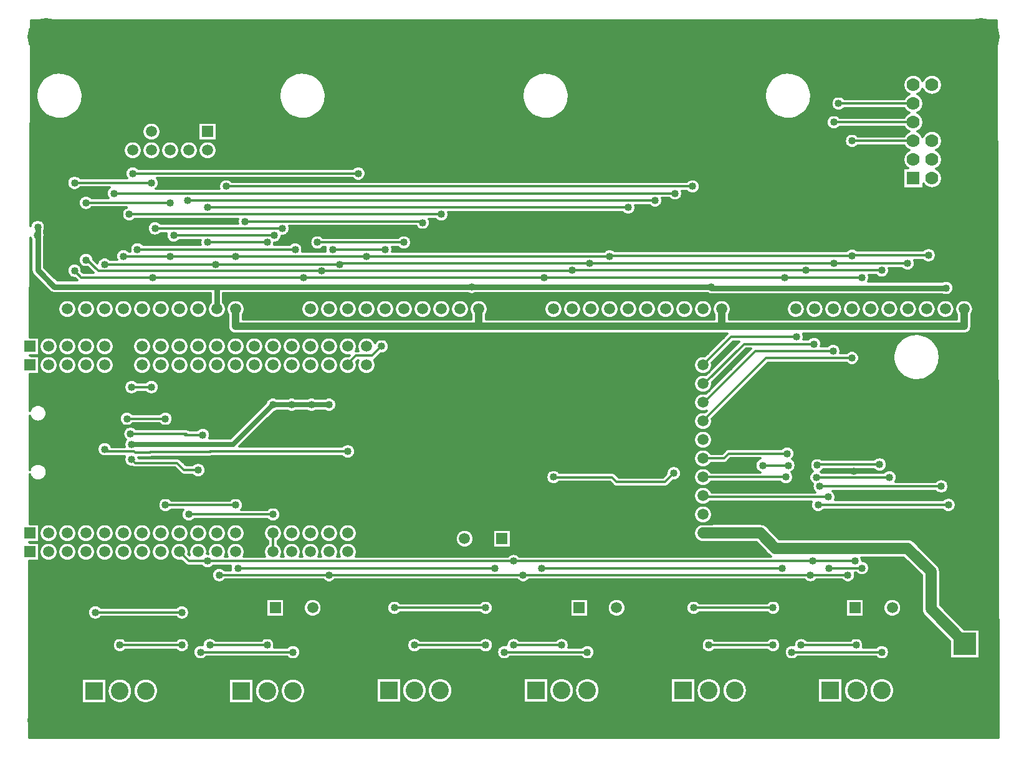
<source format=gbr>
G04 DipTrace 4.0.0.2*
G04 2 - Bottom.gbr*
%MOIN*%
G04 #@! TF.FileFunction,Copper,L2,Bot*
G04 #@! TF.Part,Single*
G04 #@! TA.AperFunction,Conductor*
%ADD14C,0.0256*%
%ADD16C,0.029528*%
%ADD17C,0.012*%
G04 #@! TA.AperFunction,ViaPad*
%ADD19C,0.04*%
G04 #@! TA.AperFunction,Conductor*
%ADD21C,0.059055*%
%ADD22C,0.061*%
G04 #@! TA.AperFunction,CopperBalancing*
%ADD24C,0.012008*%
G04 #@! TA.AperFunction,ComponentPad*
%ADD32R,0.059055X0.059055*%
%ADD33C,0.059055*%
%ADD37C,0.2*%
%ADD42R,0.094488X0.094488*%
%ADD43C,0.094488*%
%ADD44R,0.12X0.12*%
%ADD45C,0.12*%
%ADD48R,0.07X0.07*%
%ADD49C,0.07*%
%FSLAX26Y26*%
G04*
G70*
G90*
G75*
G01*
G04 Bottom*
%LPD*%
X987751Y2009157D2*
D14*
X1531500D1*
X1744000Y2221657D1*
X1844000D1*
X1950249D1*
X2043999D1*
X1444005Y2734157D2*
D16*
Y2852907D1*
X2806500D1*
X4087749D1*
Y2846657D1*
X5344000D1*
X485906Y3172579D2*
Y2942252D1*
X575251Y2852907D1*
X1444005D1*
X3244364Y1833755D2*
D17*
Y1832543D1*
X3556881D1*
X3581929Y1807495D1*
X3840969D1*
X3888029Y1854555D1*
X925496Y934157D2*
X1256500D1*
X844000Y1983272D2*
Y1970772D1*
X1001135D1*
X1006500Y1965407D1*
X1087749D1*
Y1968803D1*
X1409354D1*
X1406500Y1971657D1*
X2144000D1*
X2344005Y3052907D2*
X2062751D1*
X1256500Y1109157D2*
X794000D1*
X1019000Y3052907D2*
X1862749D1*
X1744000Y1434157D2*
Y1534157D1*
X1294000Y1634157D2*
X1744000D1*
X987751Y1927907D2*
X1006500Y1909157D1*
X1231500D1*
X1269000Y1871657D1*
X1344000D1*
X4362749Y1896657D2*
X4500251D1*
X981500Y2065407D2*
X1281500D1*
X1275251Y2059157D1*
X1369000D1*
X1194000Y3015407D2*
X1544000D1*
X2244000D1*
X3544000D1*
Y3018803D1*
X4841638D1*
Y3021657D1*
X5250249D1*
X1194000Y3015407D2*
X944005D1*
X4044000Y2134165D2*
X4381492Y2471657D1*
X4840406D1*
X5169000Y3634157D2*
X4841638D1*
X1712898Y934157D2*
X1406500D1*
X1850693Y896657D2*
X1356500D1*
X2881500Y1134157D2*
X2394000D1*
X2500299Y934157D2*
X2881500D1*
X2544005Y3196651D2*
X2537749Y3202907D1*
X1594000D1*
X3425496Y896657D2*
X2981500D1*
X4044000Y1834165D2*
X4487743D1*
X962751Y2146657D2*
X1169000D1*
Y1684157D2*
X1544000D1*
X1112749Y3165407D2*
X1794000D1*
X3287701Y934157D2*
X3031500D1*
X4419000Y1134157D2*
X3994000D1*
X4075102Y934157D2*
X4419000D1*
X1212749Y3127907D2*
X1750249D1*
X3644005Y3277907D2*
X1394000D1*
X4862504Y934157D2*
X4569000D1*
X5000299Y896657D2*
X4519000D1*
X4044000Y1934165D2*
X4156508D1*
X4181500Y1959157D1*
X4494001D1*
X4819000Y1309157D2*
X4619000D1*
X3082322D1*
X2044000D1*
X1456500D2*
X2044000D1*
X4655417Y1897150D2*
X4659748Y1901480D1*
X4988882D1*
X4651087Y1832189D2*
X5040850D1*
X3787749Y3315407D2*
X1287749D1*
X4044000Y1734165D2*
Y1727907D1*
X4713734D1*
X2444005Y3090407D2*
X1981499D1*
X1394000D2*
X1712749D1*
X4668409Y1784551D2*
X5318016D1*
X844014Y2971657D2*
X1437471D1*
X2100249D1*
Y2977907D1*
X3437749D1*
X4744000D1*
X5137749D1*
X4044000Y2234156D2*
X4050249D1*
X4325251Y2509157D1*
X4740415D1*
X5169000Y3734157D2*
X4744000D1*
X2644005Y3240407D2*
X975251D1*
X3894000Y3353079D2*
X894000D1*
X987749Y2315407D2*
X1094000D1*
X744000Y2996657D2*
Y3002907D1*
X809364Y2937543D1*
X2004874D1*
X3344000D1*
Y2940407D1*
X4594000D1*
X5000249D1*
X4044000Y2334156D2*
X4050249D1*
X4262751Y2546657D1*
X4637749D1*
X1194000Y3302908D2*
X744000D1*
X5169000Y3834157D2*
X4769000D1*
X2931500Y1346657D2*
X1556500D1*
X682484Y2939423D2*
X719000Y2902907D1*
X1101795D1*
X1906500D1*
X3194000D1*
X4481500D1*
X4044000Y2434156D2*
X4194001Y2584157D1*
X4544000D1*
X4481500Y2902907D2*
X4894000D1*
X1094000Y3409157D2*
X682484D1*
X1494000Y3390407D2*
X3987749D1*
X994000Y3459157D2*
X2200249D1*
X2144000Y2434157D2*
Y2440408D1*
X2187749Y2484157D1*
X2275251D1*
X2325251Y2534157D1*
X3181500Y1346657D2*
X4469000D1*
X4856500Y1384157D2*
X4631500D1*
X3031500D1*
X1394000D1*
X1294000D1*
X1244000Y1434157D1*
X4719000Y1346657D2*
X4894000D1*
X4659748Y1684945D2*
X5356500D1*
X1544005Y2734157D2*
D19*
Y2640407D1*
X2844000D1*
X4144000D1*
X5440406D1*
Y2734157D1*
X2844000Y2740407D2*
Y2640407D1*
X4144000Y2734157D2*
Y2640407D1*
X4044000Y1534165D2*
D21*
X4104028D1*
D22*
X4350241D1*
X4431500Y1452907D1*
X5137751D1*
X5262749Y1327908D1*
Y1127908D1*
X5443999Y946659D1*
Y940407D1*
D19*
X987751Y2009157D3*
X1744000Y2221657D3*
X5344000Y2846657D3*
X4087749Y2852907D3*
X2806500D3*
X5344000Y2846657D3*
X3888029Y1854555D3*
X925496Y934157D3*
X1256500D3*
X844000Y1983272D3*
X2144000Y1971657D3*
X2344005Y3052907D3*
X2062751D3*
X1256500Y1109157D3*
X794000D3*
X1019000Y3052907D3*
X1862749D3*
X1294000Y1634157D3*
X1744000D3*
X987751Y1927907D3*
X1344000Y1871657D3*
X4362749Y1896657D3*
X4500251D3*
X981500Y2065407D3*
X1369000Y2059157D3*
X1194000Y3015407D3*
X5250249Y3021657D3*
X2244000Y3015407D3*
X944005D3*
X1194000D3*
X4840406Y2471657D3*
X4841638Y3018803D3*
X3544000Y3015407D3*
X1544000D3*
X4841638Y3634157D3*
Y3018803D3*
X1712898Y934157D3*
X1406500D3*
X1850693Y896657D3*
X1356500D3*
X2881500Y1134157D3*
X2394000D3*
X2500299Y934157D3*
X2881500D3*
X2544005Y3196651D3*
X1594000Y3202907D3*
X3425496Y896657D3*
X2981500D3*
X4487743Y1834165D3*
X962751Y2146657D3*
X1169000D3*
Y1684157D3*
X1544000D3*
X1112749Y3165407D3*
X1794000D3*
X3287701Y934157D3*
X3031500D3*
X4419000Y1134157D3*
X3994000D3*
X4075102Y934157D3*
X4419000D3*
X1212749Y3127907D3*
X1750249D3*
X3644005Y3277907D3*
X1394000D3*
X4862504Y934157D3*
X4569000D3*
X5000299Y896657D3*
X4519000D3*
X4494001Y1959157D3*
X4819000Y1309157D3*
X2044000D3*
X1456500D3*
X3082322D3*
X4619000D3*
X4655417Y1897150D3*
X4988882Y1901480D3*
X4651087Y1832189D3*
X5040850D3*
X3787749Y3315407D3*
X1287749D3*
X4713734Y1727907D3*
X2444005Y3090407D3*
X1981499D3*
X1394000D3*
X1712749D3*
X4668409Y1784551D3*
X5318016D3*
X844014Y2971657D3*
X5137749Y2977907D3*
X4740415Y2509157D3*
X2100249Y2971657D3*
X4744000Y2977907D3*
X3437749D3*
X1437471Y2971657D3*
X4744000Y3734157D3*
Y2977907D3*
X2644005Y3240407D3*
X975251D3*
X3894000Y3353079D3*
X894000D3*
X987749Y2315407D3*
X1094000D3*
X744000Y2996657D3*
X5000249Y2940407D3*
X2004874Y2937543D3*
X4637749Y2546657D3*
X4594000Y2940407D3*
X3344000D3*
X1194000Y3302908D3*
X744000D3*
X4769000Y3834157D3*
X4594000Y2940407D3*
X2931500Y1346657D3*
X1556500D3*
X682484Y2939423D3*
X4481500Y2902907D3*
X4544000Y2584157D3*
X3194000Y2902907D3*
X1101795D3*
X1906500D3*
X4894000D3*
X1094000Y3409157D3*
X682484D3*
X4894000Y2902907D3*
X1494000Y3390407D3*
X3987749D3*
X994000Y3459157D3*
X2200249D3*
X2325251Y2534157D3*
X3181500Y1346657D3*
X4469000D3*
X4856500Y1384157D3*
X1394000D3*
X3031500D3*
X4631500D3*
X4719000Y1346657D3*
X4894000D3*
X4659748Y1684945D3*
X5356500D3*
X2044000Y1695734D3*
X4256500Y1209157D3*
X2719000D3*
X1081500D3*
X1356500Y1146657D3*
X1594000Y996657D3*
X483140Y3130213D3*
X485906Y3172579D3*
X1844000Y2221657D3*
X1950249D3*
X2043999D3*
X4506500Y1659157D3*
X4850249Y1865407D3*
X4794000Y2134157D3*
X537749Y2271657D3*
X819000D3*
X856500Y1740407D3*
X831500Y2096657D3*
X2437749Y2415407D3*
X2981500Y1146657D3*
X3219000Y996657D3*
X4519000Y1146657D3*
X4744000Y996657D3*
X3244364Y1833755D3*
X3830261Y2087135D3*
X3420986Y1788697D3*
X3459091Y1788879D3*
X3496114Y1788113D3*
X3531272Y1788513D3*
X3420777Y1669080D3*
X3458882Y1669262D3*
X3495906Y1668496D3*
X3531063Y1668896D3*
X3709921Y1892387D3*
X3749886Y1890778D3*
X3786900Y1890509D3*
X3708335Y1848360D3*
X3751117Y1847472D3*
X3787693Y1847694D3*
X2876098Y2206711D3*
X2980112Y1903777D3*
X2980407Y1855390D3*
X2983357Y1812608D3*
X3870428Y2034970D3*
X3741323Y1563484D3*
X3775705Y1565192D3*
X3814718Y1566898D3*
X603860Y3169720D3*
X451164Y4266277D2*
D24*
X5611843D1*
X451117Y4254400D2*
X5611890D1*
X451093Y4242524D2*
X5611914D1*
X451047Y4230647D2*
X5611960D1*
X451023Y4218770D2*
X5611984D1*
X451000Y4206894D2*
X5612031D1*
X450953Y4195017D2*
X5612054D1*
X450929Y4183140D2*
X5612101D1*
X450882Y4171264D2*
X5612125D1*
X450859Y4159387D2*
X5612148D1*
X450835Y4147510D2*
X5612195D1*
X450789Y4135634D2*
X5612218D1*
X450765Y4123757D2*
X5612265D1*
X450718Y4111881D2*
X5612289D1*
X450695Y4100004D2*
X5612336D1*
X450671Y4088127D2*
X5612359D1*
X450624Y4076251D2*
X5612406D1*
X450601Y4064374D2*
X5612429D1*
X450554Y4052497D2*
X5612476D1*
X450531Y4040621D2*
X5612500D1*
X450507Y4028744D2*
X5612547D1*
X450460Y4016867D2*
X5612570D1*
X450437Y4004991D2*
X5612617D1*
X450390Y3993114D2*
X558709D1*
X645025D2*
X1858702D1*
X1945042D2*
X3158719D1*
X3245035D2*
X4455124D1*
X4541440D2*
X5612641D1*
X450366Y3981238D2*
X534318D1*
X669440D2*
X1834311D1*
X1969433D2*
X3134304D1*
X3269449D2*
X4430709D1*
X4565831D2*
X5140393D1*
X5197604D2*
X5240396D1*
X5297607D2*
X5612687D1*
X450343Y3969361D2*
X518417D1*
X685317D2*
X1818410D1*
X1985334D2*
X3118427D1*
X3285327D2*
X4414832D1*
X4581732D2*
X5126228D1*
X5211770D2*
X5226231D1*
X5311773D2*
X5612711D1*
X450296Y3957484D2*
X506620D1*
X697114D2*
X1806637D1*
X1997131D2*
X3106630D1*
X3297124D2*
X4403035D1*
X4593529D2*
X5118559D1*
X5319419D2*
X5612758D1*
X450273Y3945608D2*
X497521D1*
X706237D2*
X1797514D1*
X2006230D2*
X3097507D1*
X3306223D2*
X4393912D1*
X4602628D2*
X5114548D1*
X5323452D2*
X5612781D1*
X450249Y3933731D2*
X490415D1*
X713344D2*
X1790408D1*
X2013337D2*
X3090424D1*
X3313330D2*
X4386805D1*
X4609734D2*
X5113329D1*
X5324672D2*
X5612805D1*
X450202Y3921854D2*
X484950D1*
X718785D2*
X1784967D1*
X2018778D2*
X3084960D1*
X3318794D2*
X4381364D1*
X4615199D2*
X5114736D1*
X5323265D2*
X5612852D1*
X450179Y3909978D2*
X480916D1*
X722818D2*
X1780933D1*
X2022835D2*
X3080926D1*
X3322828D2*
X4377331D1*
X4619233D2*
X5118981D1*
X5319020D2*
X5612875D1*
X450132Y3898101D2*
X478172D1*
X725586D2*
X1778165D1*
X2025579D2*
X3078158D1*
X3325596D2*
X4374563D1*
X4621977D2*
X5126955D1*
X5211043D2*
X5226958D1*
X5311046D2*
X5612922D1*
X450108Y3886224D2*
X476601D1*
X727157D2*
X1776594D1*
X2027150D2*
X3076587D1*
X3327143D2*
X4372992D1*
X4623548D2*
X5141918D1*
X5196080D2*
X5241921D1*
X5296083D2*
X5612945D1*
X450085Y3874348D2*
X476179D1*
X727579D2*
X1776172D1*
X2027572D2*
X3076165D1*
X3327566D2*
X4372570D1*
X4623970D2*
X5131036D1*
X5206985D2*
X5612992D1*
X450038Y3862471D2*
X476882D1*
X726852D2*
X1776899D1*
X2026869D2*
X3076892D1*
X3326862D2*
X4373297D1*
X4623267D2*
X4740287D1*
X4797709D2*
X5121256D1*
X5216742D2*
X5613016D1*
X450015Y3850594D2*
X478758D1*
X724976D2*
X1778752D1*
X2024993D2*
X3078768D1*
X3324986D2*
X4375173D1*
X4621391D2*
X4731915D1*
X5222136D2*
X5613063D1*
X449968Y3838718D2*
X481854D1*
X721904D2*
X1781847D1*
X2021897D2*
X3081840D1*
X3321913D2*
X4378245D1*
X4618295D2*
X4728584D1*
X5224481D2*
X5613086D1*
X449944Y3826841D2*
X486240D1*
X717518D2*
X1786233D1*
X2017511D2*
X3086226D1*
X3317504D2*
X4382631D1*
X4613909D2*
X4729006D1*
X5224176D2*
X5613133D1*
X449921Y3814965D2*
X492080D1*
X711655D2*
X1792096D1*
X2011648D2*
X3092089D1*
X3311665D2*
X4388494D1*
X4608069D2*
X4733298D1*
X5221174D2*
X5613157D1*
X449874Y3803088D2*
X499678D1*
X704080D2*
X1799671D1*
X2004073D2*
X3099665D1*
X3304089D2*
X4396069D1*
X4600471D2*
X4743453D1*
X4794543D2*
X5123062D1*
X5214959D2*
X5613203D1*
X449850Y3791211D2*
X509388D1*
X694347D2*
X1809404D1*
X1994363D2*
X3109398D1*
X3294356D2*
X4405802D1*
X4590761D2*
X5134272D1*
X5203726D2*
X5613227D1*
X449804Y3779335D2*
X522076D1*
X681682D2*
X1822069D1*
X1981675D2*
X3122062D1*
X3281692D2*
X4418467D1*
X4578073D2*
X5137368D1*
X5200653D2*
X5613274D1*
X449780Y3767458D2*
X539478D1*
X664280D2*
X1839471D1*
X1964273D2*
X3139488D1*
X3264266D2*
X4435869D1*
X4560671D2*
X4721595D1*
X4766400D2*
X5124680D1*
X5213318D2*
X5613297D1*
X449757Y3755581D2*
X568606D1*
X635128D2*
X1868599D1*
X1935145D2*
X3168616D1*
X3235138D2*
X4465021D1*
X4531543D2*
X4709634D1*
X5220283D2*
X5613344D1*
X449710Y3743705D2*
X4704498D1*
X5223825D2*
X5613368D1*
X449686Y3731828D2*
X1081451D1*
X1106554D2*
X1343794D1*
X1444206D2*
X4703396D1*
X5224622D2*
X5613414D1*
X449639Y3719951D2*
X1059334D1*
X1128671D2*
X1343794D1*
X1444206D2*
X4705976D1*
X5222793D2*
X5613438D1*
X449616Y3708075D2*
X1050024D1*
X1137981D2*
X1343794D1*
X1444206D2*
X4713176D1*
X4774843D2*
X5119966D1*
X5218032D2*
X5613485D1*
X449592Y3696198D2*
X1045286D1*
X1142695D2*
X1343794D1*
X1444206D2*
X4731961D1*
X4756034D2*
X5128714D1*
X5209284D2*
X5613508D1*
X449546Y3684322D2*
X1043785D1*
X1144196D2*
X1343794D1*
X1444206D2*
X5145788D1*
X5192210D2*
X5246565D1*
X5291439D2*
X5613532D1*
X449522Y3672445D2*
X1045216D1*
X1142789D2*
X1343794D1*
X1444206D2*
X4830815D1*
X4852448D2*
X5129042D1*
X5208956D2*
X5229045D1*
X5308959D2*
X5613579D1*
X449475Y3660568D2*
X1049836D1*
X1138146D2*
X1343794D1*
X1444206D2*
X4811091D1*
X4872172D2*
X5120154D1*
X5317847D2*
X5613602D1*
X449452Y3648692D2*
X1058983D1*
X1129022D2*
X1343794D1*
X1444206D2*
X4803727D1*
X5322702D2*
X5613649D1*
X449428Y3636815D2*
X1080137D1*
X1107844D2*
X1343794D1*
X1444206D2*
X4801054D1*
X5324602D2*
X5613672D1*
X449381Y3624938D2*
X965617D1*
X1022382D2*
X1065620D1*
X1122362D2*
X1165623D1*
X1222365D2*
X1265626D1*
X1322368D2*
X1365629D1*
X1422371D2*
X4802062D1*
X5323898D2*
X5613719D1*
X449358Y3613062D2*
X953234D1*
X1034765D2*
X1053237D1*
X1134768D2*
X1153216D1*
X1234771D2*
X1253219D1*
X1334774D2*
X1353222D1*
X1434778D2*
X4807081D1*
X5320427D2*
X5613743D1*
X449311Y3601185D2*
X946854D1*
X1441157D2*
X4818737D1*
X4864550D2*
X5124445D1*
X5313555D2*
X5613790D1*
X449288Y3589308D2*
X944064D1*
X1443924D2*
X5136875D1*
X5301125D2*
X5613813D1*
X449264Y3577432D2*
X944251D1*
X1443737D2*
X5134718D1*
X5303283D2*
X5613860D1*
X449217Y3565555D2*
X947464D1*
X1040535D2*
X1047467D1*
X1140538D2*
X1147470D1*
X1240541D2*
X1247446D1*
X1340544D2*
X1347453D1*
X1440547D2*
X5123273D1*
X5314728D2*
X5613884D1*
X449194Y3553678D2*
X954430D1*
X1033569D2*
X1054433D1*
X1133572D2*
X1154436D1*
X1233575D2*
X1254416D1*
X1333578D2*
X1354419D1*
X1433581D2*
X5116940D1*
X5321060D2*
X5613930D1*
X449147Y3541802D2*
X968150D1*
X1019849D2*
X1068153D1*
X1119852D2*
X1168156D1*
X1219855D2*
X1268159D1*
X1319835D2*
X1368162D1*
X1419838D2*
X5113868D1*
X5324133D2*
X5613954D1*
X449123Y3529925D2*
X5113493D1*
X5324508D2*
X5614001D1*
X449100Y3518049D2*
X5115768D1*
X5322233D2*
X5614024D1*
X449053Y3506172D2*
X5121068D1*
X5316933D2*
X5614071D1*
X449030Y3494295D2*
X974810D1*
X1013189D2*
X2181062D1*
X2219440D2*
X5130660D1*
X5307340D2*
X5614095D1*
X448983Y3482419D2*
X960903D1*
X2233348D2*
X5113329D1*
X5295473D2*
X5614142D1*
X448959Y3470542D2*
X954993D1*
X2239258D2*
X5113329D1*
X5310741D2*
X5614165D1*
X448936Y3458665D2*
X953327D1*
X2240923D2*
X5113329D1*
X5318856D2*
X5614212D1*
X448889Y3446789D2*
X669360D1*
X695613D2*
X955321D1*
X2238930D2*
X5113329D1*
X5323194D2*
X5614235D1*
X448865Y3434912D2*
X651372D1*
X713601D2*
X961653D1*
X2232598D2*
X5113329D1*
X5324672D2*
X5614259D1*
X448818Y3423035D2*
X644336D1*
X1132165D2*
X1470581D1*
X1517425D2*
X2183126D1*
X2217377D2*
X3964325D1*
X4011170D2*
X5113329D1*
X5323523D2*
X5614306D1*
X448795Y3411159D2*
X641850D1*
X1134628D2*
X1459206D1*
X4022521D2*
X5113329D1*
X5319583D2*
X5614329D1*
X448772Y3399282D2*
X643069D1*
X1133431D2*
X1454328D1*
X4027423D2*
X5113329D1*
X5312054D2*
X5614376D1*
X448725Y3387406D2*
X648346D1*
X1128155D2*
X1453437D1*
X4028314D2*
X5113329D1*
X5224669D2*
X5239834D1*
X5298170D2*
X5614400D1*
X448701Y3375529D2*
X660612D1*
X704361D2*
X860337D1*
X4025523D2*
X5614446D1*
X448654Y3363652D2*
X854755D1*
X3933236D2*
X3957524D1*
X4017971D2*
X5614470D1*
X448631Y3351776D2*
X853348D1*
X3934667D2*
X3978420D1*
X3997075D2*
X5614517D1*
X448607Y3339899D2*
X729024D1*
X758983D2*
X855599D1*
X3932415D2*
X5614540D1*
X448561Y3328022D2*
X712349D1*
X3925708D2*
X5614587D1*
X448537Y3316146D2*
X705618D1*
X3828425D2*
X3878863D1*
X3909150D2*
X5614611D1*
X448490Y3304269D2*
X703343D1*
X3826830D2*
X5614657D1*
X448467Y3292392D2*
X704750D1*
X3821014D2*
X5614681D1*
X448443Y3280516D2*
X710285D1*
X3684589D2*
X3768072D1*
X3807411D2*
X5614728D1*
X448396Y3268639D2*
X723208D1*
X764799D2*
X946456D1*
X3683580D2*
X5614751D1*
X448373Y3256762D2*
X938130D1*
X3678538D2*
X5614798D1*
X448326Y3244886D2*
X934823D1*
X2684417D2*
X3621163D1*
X3666835D2*
X5614822D1*
X448303Y3233009D2*
X935269D1*
X2683972D2*
X5614869D1*
X448279Y3221133D2*
X939608D1*
X2679656D2*
X5614892D1*
X448232Y3209256D2*
X470104D1*
X501705D2*
X949810D1*
X1000712D2*
X1553838D1*
X2582608D2*
X2618552D1*
X2669454D2*
X5614939D1*
X517817Y3197379D2*
X1088393D1*
X1137114D2*
X1553721D1*
X2584672D2*
X5614962D1*
X524407Y3185503D2*
X1077581D1*
X2583077D2*
X5614986D1*
X526565Y3173626D2*
X1072937D1*
X1833805D2*
X2510739D1*
X2577261D2*
X5615033D1*
X525064Y3161749D2*
X1072234D1*
X1834508D2*
X2524365D1*
X2563658D2*
X5615056D1*
X521335Y3149873D2*
X1075259D1*
X1831483D2*
X5615103D1*
X523047Y3137996D2*
X1083139D1*
X1142367D2*
X1173386D1*
X1823603D2*
X5615127D1*
X523610Y3126119D2*
X1107694D1*
X1117817D2*
X1172119D1*
X1799048D2*
X1963466D1*
X1999523D2*
X2425981D1*
X2462037D2*
X5615173D1*
X521335Y3114243D2*
X1174512D1*
X1788494D2*
X1948832D1*
X2476672D2*
X5615197D1*
X521335Y3102366D2*
X1181454D1*
X1244059D2*
X1355169D1*
X1781552D2*
X1942687D1*
X2482816D2*
X5615244D1*
X521335Y3090490D2*
X1005721D1*
X1032279D2*
X1198973D1*
X1226539D2*
X1353316D1*
X1764032D2*
X1849462D1*
X1876020D2*
X1940811D1*
X2484693D2*
X5615267D1*
X521335Y3078613D2*
X987850D1*
X1050150D2*
X1355122D1*
X1751626D2*
X1831591D1*
X1893915D2*
X1942617D1*
X2482887D2*
X5615314D1*
X521335Y3066736D2*
X980814D1*
X1900927D2*
X1948715D1*
X2476789D2*
X5615338D1*
X521335Y3054860D2*
X941437D1*
X946559D2*
X978375D1*
X1903389D2*
X1963138D1*
X1999875D2*
X2022122D1*
X2384643D2*
X2425629D1*
X2462365D2*
X3541423D1*
X3546570D2*
X4824366D1*
X4858921D2*
X5227685D1*
X5272794D2*
X5615385D1*
X521335Y3042983D2*
X914560D1*
X973459D2*
X979595D1*
X1902170D2*
X2023342D1*
X2383423D2*
X3514546D1*
X5284661D2*
X5615408D1*
X521335Y3031106D2*
X723513D1*
X764471D2*
X906586D1*
X5289774D2*
X5615455D1*
X521335Y3019230D2*
X710403D1*
X777581D2*
X903514D1*
X5290853D2*
X5615478D1*
X521335Y3007353D2*
X704797D1*
X783210D2*
X825955D1*
X862082D2*
X904147D1*
X5288250D2*
X5615525D1*
X521335Y2995476D2*
X703343D1*
X788651D2*
X811344D1*
X5174292D2*
X5219500D1*
X5281003D2*
X5615549D1*
X521335Y2983600D2*
X705548D1*
X5178021D2*
X5238567D1*
X5261936D2*
X5615596D1*
X521335Y2971723D2*
X658595D1*
X5177951D2*
X5615619D1*
X521335Y2959846D2*
X647502D1*
X717471D2*
X728532D1*
X5174058D2*
X5615643D1*
X529801Y2947970D2*
X642741D1*
X722232D2*
X761717D1*
X5040189D2*
X5110819D1*
X5164676D2*
X5615689D1*
X541692Y2936093D2*
X641944D1*
X723053D2*
X773585D1*
X5040681D2*
X5615713D1*
X447458Y2924217D2*
X455598D1*
X553559D2*
X644852D1*
X5037445D2*
X5615760D1*
X447411Y2912340D2*
X466188D1*
X565450D2*
X652568D1*
X4933525D2*
X4971298D1*
X5029213D2*
X5615783D1*
X447388Y2900463D2*
X478078D1*
X577317D2*
X674918D1*
X4934604D2*
X5615830D1*
X447341Y2888587D2*
X489945D1*
X589184D2*
X696096D1*
X4931977D2*
X5615854D1*
X447318Y2876710D2*
X501813D1*
X5370804D2*
X5615900D1*
X447294Y2864833D2*
X513703D1*
X5380255D2*
X5615924D1*
X447247Y2852957D2*
X525570D1*
X5384172D2*
X5615971D1*
X447224Y2841080D2*
X537461D1*
X5384289D2*
X5615994D1*
X447177Y2829203D2*
X549328D1*
X5380607D2*
X5616041D1*
X447153Y2817327D2*
X1408571D1*
X1479455D2*
X2788187D1*
X2824806D2*
X4068878D1*
X5371625D2*
X5616065D1*
X447130Y2805450D2*
X1408571D1*
X1479455D2*
X5616112D1*
X447083Y2793573D2*
X1408571D1*
X1479455D2*
X5616135D1*
X447060Y2781697D2*
X630921D1*
X657104D2*
X730924D1*
X757107D2*
X830927D1*
X857110D2*
X930906D1*
X957089D2*
X1030910D1*
X1057092D2*
X1130913D1*
X1157095D2*
X1230916D1*
X1257099D2*
X1330919D1*
X1357102D2*
X1408571D1*
X1479455D2*
X1530925D1*
X1557108D2*
X1930914D1*
X1957097D2*
X2030917D1*
X2057100D2*
X2130920D1*
X2157103D2*
X2230923D1*
X2257106D2*
X2330903D1*
X2357085D2*
X2430906D1*
X2457089D2*
X2530909D1*
X2557092D2*
X2630912D1*
X2657095D2*
X2730915D1*
X2757098D2*
X2830918D1*
X2857101D2*
X3230930D1*
X3257113D2*
X3330933D1*
X3357116D2*
X3430913D1*
X3457096D2*
X3530916D1*
X3557099D2*
X3630919D1*
X3657102D2*
X3730922D1*
X3757105D2*
X3830902D1*
X3857108D2*
X3930905D1*
X3957088D2*
X4030908D1*
X4057091D2*
X4130911D1*
X4157094D2*
X4527312D1*
X4553518D2*
X4627315D1*
X4653498D2*
X4727318D1*
X4753501D2*
X4827321D1*
X4853504D2*
X4927324D1*
X4953507D2*
X5027304D1*
X5053486D2*
X5127307D1*
X5153489D2*
X5227310D1*
X5253493D2*
X5327313D1*
X5353496D2*
X5427316D1*
X5453499D2*
X5616182D1*
X447036Y2769820D2*
X609203D1*
X678821D2*
X709206D1*
X778824D2*
X809209D1*
X878827D2*
X909189D1*
X978807D2*
X1009192D1*
X1078810D2*
X1109195D1*
X1178813D2*
X1209198D1*
X1278816D2*
X1309201D1*
X1378819D2*
X1408571D1*
X1479455D2*
X1509184D1*
X1578825D2*
X1909196D1*
X1978814D2*
X2009200D1*
X2078817D2*
X2109203D1*
X2178820D2*
X2209206D1*
X2278823D2*
X2309185D1*
X2378826D2*
X2409188D1*
X2478806D2*
X2509191D1*
X2578809D2*
X2609195D1*
X2678812D2*
X2709198D1*
X2778815D2*
X2809201D1*
X2878818D2*
X3209213D1*
X3278830D2*
X3309216D1*
X3378834D2*
X3409196D1*
X3478813D2*
X3509199D1*
X3578816D2*
X3609202D1*
X3678819D2*
X3709205D1*
X3778822D2*
X3809185D1*
X3878825D2*
X3909188D1*
X3978805D2*
X4009191D1*
X4078808D2*
X4109194D1*
X4178811D2*
X4505594D1*
X4575235D2*
X4605597D1*
X4675215D2*
X4705600D1*
X4775218D2*
X4805604D1*
X4875221D2*
X4905607D1*
X4975224D2*
X5005586D1*
X5075204D2*
X5105589D1*
X5175207D2*
X5205592D1*
X5275210D2*
X5305595D1*
X5375213D2*
X5405599D1*
X5475216D2*
X5616205D1*
X446989Y2757944D2*
X599963D1*
X688061D2*
X699966D1*
X788064D2*
X799969D1*
X888067D2*
X899972D1*
X988047D2*
X999952D1*
X1088050D2*
X1099955D1*
X1188053D2*
X1199958D1*
X1288056D2*
X1299961D1*
X1388059D2*
X1399964D1*
X1488039D2*
X1499967D1*
X1588042D2*
X1899979D1*
X1988054D2*
X1999959D1*
X2088057D2*
X2099962D1*
X2188061D2*
X2199965D1*
X2288040D2*
X2299968D1*
X2388043D2*
X2399971D1*
X2488046D2*
X2499951D1*
X2588049D2*
X2599954D1*
X2688052D2*
X2699957D1*
X2788056D2*
X2799960D1*
X2888059D2*
X3199973D1*
X3288071D2*
X3299976D1*
X3388051D2*
X3399979D1*
X3488054D2*
X3499958D1*
X3588057D2*
X3599961D1*
X3688060D2*
X3699964D1*
X3788039D2*
X3799968D1*
X3888042D2*
X3899971D1*
X3988046D2*
X3999950D1*
X4088049D2*
X4099953D1*
X4188052D2*
X4496377D1*
X4584452D2*
X4596380D1*
X4684455D2*
X4696360D1*
X4784458D2*
X4796363D1*
X4884461D2*
X4896366D1*
X4984441D2*
X4996369D1*
X5084444D2*
X5096372D1*
X5184447D2*
X5196352D1*
X5284450D2*
X5296355D1*
X5384453D2*
X5396358D1*
X5484456D2*
X5616252D1*
X446966Y2746067D2*
X595272D1*
X1592733D2*
X1895289D1*
X2892749D2*
X3195282D1*
X4192742D2*
X4491687D1*
X5489147D2*
X5616276D1*
X446919Y2734190D2*
X593818D1*
X1594210D2*
X1893811D1*
X2894203D2*
X3193804D1*
X4194220D2*
X4490209D1*
X5490601D2*
X5616323D1*
X446895Y2722314D2*
X595272D1*
X1592756D2*
X1895265D1*
X2892749D2*
X3195258D1*
X4192766D2*
X4491663D1*
X5489147D2*
X5616346D1*
X446872Y2710437D2*
X599939D1*
X688085D2*
X699943D1*
X788088D2*
X799922D1*
X888091D2*
X899925D1*
X988094D2*
X999928D1*
X1088097D2*
X1099931D1*
X1188077D2*
X1199934D1*
X1288080D2*
X1299914D1*
X1388083D2*
X1399917D1*
X1488086D2*
X1499920D1*
X1588089D2*
X1899933D1*
X1988101D2*
X1999936D1*
X2088104D2*
X2099939D1*
X2188084D2*
X2199918D1*
X2288087D2*
X2299921D1*
X2388090D2*
X2399924D1*
X2488093D2*
X2499928D1*
X2588096D2*
X2599931D1*
X2688076D2*
X2699934D1*
X2788079D2*
X2799913D1*
X2888082D2*
X3199926D1*
X3288094D2*
X3299929D1*
X3388097D2*
X3399932D1*
X3488101D2*
X3499935D1*
X3588080D2*
X3599914D1*
X3688083D2*
X3699918D1*
X3788086D2*
X3799921D1*
X3888089D2*
X3899924D1*
X3988092D2*
X3999927D1*
X4088096D2*
X4099930D1*
X4188075D2*
X4496330D1*
X4584499D2*
X4596333D1*
X4684502D2*
X4696337D1*
X4784505D2*
X4796316D1*
X4884485D2*
X4896319D1*
X4984488D2*
X4996322D1*
X5084491D2*
X5096325D1*
X5184494D2*
X5196328D1*
X5284497D2*
X5296332D1*
X5384477D2*
X5396335D1*
X5484480D2*
X5616370D1*
X446825Y2698560D2*
X609133D1*
X678891D2*
X709136D1*
X778894D2*
X809139D1*
X878897D2*
X909119D1*
X978877D2*
X1009122D1*
X1078880D2*
X1109125D1*
X1178883D2*
X1209128D1*
X1278886D2*
X1309131D1*
X1378889D2*
X1409134D1*
X1478892D2*
X1503321D1*
X1584688D2*
X1909126D1*
X1978884D2*
X2009129D1*
X2078887D2*
X2109132D1*
X2178890D2*
X2209135D1*
X2278894D2*
X2309115D1*
X2378873D2*
X2409118D1*
X2478876D2*
X2509121D1*
X2578879D2*
X2609124D1*
X2678882D2*
X2709127D1*
X2778885D2*
X2803314D1*
X2884681D2*
X3209143D1*
X3278901D2*
X3309146D1*
X3378904D2*
X3409125D1*
X3478884D2*
X3509128D1*
X3578887D2*
X3609131D1*
X3678890D2*
X3709135D1*
X3778893D2*
X3809138D1*
X3878896D2*
X3909117D1*
X3978875D2*
X4009120D1*
X4078879D2*
X4103331D1*
X4184674D2*
X4505524D1*
X4575282D2*
X4605527D1*
X4675285D2*
X4705530D1*
X4775288D2*
X4805533D1*
X4875291D2*
X4905536D1*
X4975294D2*
X5005516D1*
X5075274D2*
X5105519D1*
X5175277D2*
X5205522D1*
X5275280D2*
X5305525D1*
X5375283D2*
X5399735D1*
X5481079D2*
X5616416D1*
X446802Y2686684D2*
X630663D1*
X657361D2*
X730666D1*
X757365D2*
X830669D1*
X857368D2*
X930649D1*
X957347D2*
X1030652D1*
X1057350D2*
X1130655D1*
X1157353D2*
X1230658D1*
X1257356D2*
X1330661D1*
X1357360D2*
X1430664D1*
X1457363D2*
X1503321D1*
X1584688D2*
X1930656D1*
X1957355D2*
X2030659D1*
X2057358D2*
X2130662D1*
X2157361D2*
X2230665D1*
X2257364D2*
X2330645D1*
X2357367D2*
X2430648D1*
X2457346D2*
X2530651D1*
X2557350D2*
X2630654D1*
X2657353D2*
X2730657D1*
X2757356D2*
X2803314D1*
X2884681D2*
X3230672D1*
X3257371D2*
X3330652D1*
X3357374D2*
X3430655D1*
X3457354D2*
X3530658D1*
X3557357D2*
X3630661D1*
X3657360D2*
X3730664D1*
X3757363D2*
X3830644D1*
X3857366D2*
X3930647D1*
X3957346D2*
X4030650D1*
X4057349D2*
X4103331D1*
X4184674D2*
X4527054D1*
X4553776D2*
X4627057D1*
X4653756D2*
X4727060D1*
X4753759D2*
X4827063D1*
X4853762D2*
X4927066D1*
X4953765D2*
X5027046D1*
X5053768D2*
X5127049D1*
X5153747D2*
X5227052D1*
X5253751D2*
X5327055D1*
X5353754D2*
X5399735D1*
X5481079D2*
X5616440D1*
X446755Y2674807D2*
X1503321D1*
X5481079D2*
X5616487D1*
X446731Y2662930D2*
X1503321D1*
X5481079D2*
X5616510D1*
X446708Y2651054D2*
X1503321D1*
X5481079D2*
X5616557D1*
X446661Y2639177D2*
X1503344D1*
X5481056D2*
X5616581D1*
X446637Y2627301D2*
X1505572D1*
X5478851D2*
X5616628D1*
X446590Y2615424D2*
X1512233D1*
X5472167D2*
X5616651D1*
X446567Y2603547D2*
X1528673D1*
X5455750D2*
X5616698D1*
X446544Y2591671D2*
X4164285D1*
X4583960D2*
X5137720D1*
X5233745D2*
X5616721D1*
X494200Y2579794D2*
X524937D1*
X563057D2*
X624940D1*
X663061D2*
X724943D1*
X763064D2*
X824946D1*
X863043D2*
X1024953D1*
X1063049D2*
X1124956D1*
X1163052D2*
X1224959D1*
X1263056D2*
X1324938D1*
X1363059D2*
X1424941D1*
X1463062D2*
X1524944D1*
X1563041D2*
X1624948D1*
X1663044D2*
X1724951D1*
X1763047D2*
X1824954D1*
X1863051D2*
X1924957D1*
X1963054D2*
X2024936D1*
X2063057D2*
X2124939D1*
X2163060D2*
X2224943D1*
X2263063D2*
X4152417D1*
X4584429D2*
X4615096D1*
X4660416D2*
X5115322D1*
X5256143D2*
X5616768D1*
X494200Y2567917D2*
X507277D1*
X580717D2*
X607280D1*
X680721D2*
X707283D1*
X780724D2*
X807286D1*
X880727D2*
X1007269D1*
X1080709D2*
X1107272D1*
X1180712D2*
X1207275D1*
X1280716D2*
X1307278D1*
X1380719D2*
X1407281D1*
X1480722D2*
X1507284D1*
X1580725D2*
X1607288D1*
X1680728D2*
X1707291D1*
X1780731D2*
X1807270D1*
X1880711D2*
X1907273D1*
X1980714D2*
X2007276D1*
X2080717D2*
X2107279D1*
X2180720D2*
X2207283D1*
X2280723D2*
X2303580D1*
X2346907D2*
X4140527D1*
X4672213D2*
X5100219D1*
X5271246D2*
X5616792D1*
X589043Y2556041D2*
X598954D1*
X689046D2*
X698958D1*
X789049D2*
X798961D1*
X889052D2*
X998943D1*
X1089059D2*
X1098946D1*
X1189038D2*
X1198949D1*
X1289041D2*
X1298953D1*
X1389044D2*
X1398956D1*
X1489047D2*
X1498959D1*
X1589051D2*
X1598962D1*
X1689054D2*
X1698941D1*
X1789057D2*
X1798944D1*
X1889036D2*
X1898948D1*
X1989039D2*
X1998951D1*
X2089042D2*
X2098954D1*
X2189046D2*
X2198957D1*
X2359313D2*
X4128660D1*
X4203108D2*
X4234901D1*
X4677302D2*
X5088914D1*
X5282551D2*
X5616839D1*
X893180Y2544164D2*
X994839D1*
X2364637D2*
X4116769D1*
X4191241D2*
X4223034D1*
X4678358D2*
X4720962D1*
X4759856D2*
X5080143D1*
X5291322D2*
X5616862D1*
X894165Y2532287D2*
X993831D1*
X2365880D2*
X4104902D1*
X4179351D2*
X4211143D1*
X4773600D2*
X5073318D1*
X5298147D2*
X5616909D1*
X892242Y2520411D2*
X995754D1*
X2363465D2*
X4093035D1*
X4167484D2*
X4199276D1*
X4273725D2*
X4299279D1*
X4779463D2*
X5068112D1*
X5303353D2*
X5616932D1*
X494200Y2508534D2*
X501039D1*
X586979D2*
X601018D1*
X686982D2*
X701021D1*
X786962D2*
X801024D1*
X886965D2*
X1001031D1*
X1086971D2*
X1101034D1*
X1186974D2*
X1201037D1*
X1286977D2*
X1301016D1*
X1386981D2*
X1401019D1*
X1486984D2*
X1501023D1*
X1586963D2*
X1601026D1*
X1686966D2*
X1701029D1*
X1786969D2*
X1801032D1*
X1886972D2*
X1901035D1*
X1986976D2*
X2001038D1*
X2086979D2*
X2101018D1*
X2356476D2*
X4081144D1*
X4155616D2*
X4187386D1*
X4261858D2*
X4287389D1*
X4781081D2*
X4825116D1*
X4855685D2*
X5064265D1*
X5307200D2*
X5616979D1*
X494200Y2496657D2*
X511264D1*
X576754D2*
X611244D1*
X676757D2*
X711247D1*
X776737D2*
X811250D1*
X876740D2*
X1011256D1*
X1076746D2*
X1111259D1*
X1176749D2*
X1211262D1*
X1276752D2*
X1311242D1*
X1376755D2*
X1411245D1*
X1476758D2*
X1511248D1*
X1576738D2*
X1611251D1*
X1676741D2*
X1711254D1*
X1776744D2*
X1811257D1*
X1876747D2*
X1911260D1*
X1976750D2*
X2011263D1*
X2076753D2*
X2111243D1*
X2338792D2*
X4069277D1*
X4143726D2*
X4175518D1*
X4249991D2*
X4275522D1*
X4872149D2*
X5061709D1*
X5309756D2*
X5617003D1*
X446239Y2484781D2*
X2151136D1*
X2313111D2*
X4057386D1*
X4131859D2*
X4163651D1*
X4238100D2*
X4263654D1*
X4878833D2*
X5060302D1*
X5311163D2*
X5617050D1*
X494200Y2472904D2*
X512789D1*
X575206D2*
X612792D1*
X675209D2*
X712795D1*
X775212D2*
X812798D1*
X875192D2*
X1012804D1*
X1075198D2*
X1112807D1*
X1175201D2*
X1212787D1*
X1275204D2*
X1312790D1*
X1375207D2*
X1412793D1*
X1475210D2*
X1512796D1*
X1575213D2*
X1612799D1*
X1675193D2*
X1712802D1*
X1775196D2*
X1812805D1*
X1875199D2*
X1912808D1*
X1975202D2*
X2012788D1*
X2075205D2*
X2112791D1*
X2301221D2*
X4012802D1*
X4119968D2*
X4151761D1*
X4226233D2*
X4251764D1*
X4881061D2*
X5060067D1*
X5311398D2*
X5617073D1*
X494200Y2461028D2*
X501813D1*
X586182D2*
X601816D1*
X686185D2*
X701819D1*
X786188D2*
X801822D1*
X886191D2*
X1001828D1*
X1086174D2*
X1101808D1*
X1186177D2*
X1201811D1*
X1286180D2*
X1301814D1*
X1386183D2*
X1401817D1*
X1486186D2*
X1501820D1*
X1586189D2*
X1601823D1*
X1686192D2*
X1701826D1*
X1786172D2*
X1801829D1*
X1886175D2*
X1901809D1*
X1986178D2*
X2001812D1*
X2086181D2*
X2101815D1*
X2287125D2*
X4001826D1*
X4108101D2*
X4139894D1*
X4214342D2*
X4239897D1*
X4879630D2*
X5060958D1*
X5310506D2*
X5617097D1*
X891843Y2449151D2*
X996152D1*
X2291863D2*
X3996151D1*
X4096234D2*
X4128003D1*
X4202475D2*
X4228006D1*
X4874048D2*
X5063022D1*
X5308443D2*
X5617143D1*
X894095Y2437274D2*
X993901D1*
X2294114D2*
X3993899D1*
X4094099D2*
X4116136D1*
X4190608D2*
X4216139D1*
X4384329D2*
X4819816D1*
X4861009D2*
X5066306D1*
X5305159D2*
X5617167D1*
X893415Y2425398D2*
X994581D1*
X2293411D2*
X3994580D1*
X4093419D2*
X4104269D1*
X4178717D2*
X4204272D1*
X4372462D2*
X5070902D1*
X5300562D2*
X5617214D1*
X589653Y2413521D2*
X598345D1*
X689656D2*
X698348D1*
X789659D2*
X798344D1*
X889639D2*
X998357D1*
X1089645D2*
X1098362D1*
X1189648D2*
X1198363D1*
X1289651D2*
X1298343D1*
X1389654D2*
X1398375D1*
X1489657D2*
X1498349D1*
X1589637D2*
X1598352D1*
X1689640D2*
X1698334D1*
X1789643D2*
X1798358D1*
X1889646D2*
X1898361D1*
X1989649D2*
X1998333D1*
X2089652D2*
X2098344D1*
X2189655D2*
X2198347D1*
X2289658D2*
X3998355D1*
X4166850D2*
X4192381D1*
X4360595D2*
X5077000D1*
X5294465D2*
X5617237D1*
X494200Y2401644D2*
X506128D1*
X581867D2*
X606131D1*
X681870D2*
X706134D1*
X781873D2*
X806137D1*
X881876D2*
X1006143D1*
X1081859D2*
X1106146D1*
X1181862D2*
X1206126D1*
X1281865D2*
X1306129D1*
X1381868D2*
X1406132D1*
X1481871D2*
X1506135D1*
X1581874D2*
X1606138D1*
X1681854D2*
X1706141D1*
X1781857D2*
X1806144D1*
X1881860D2*
X1906124D1*
X1981863D2*
X2006127D1*
X2081866D2*
X2106130D1*
X2181869D2*
X2206133D1*
X2281872D2*
X4006142D1*
X4154960D2*
X4180514D1*
X4348704D2*
X5084880D1*
X5286585D2*
X5617284D1*
X494200Y2389768D2*
X522029D1*
X565966D2*
X622032D1*
X665969D2*
X722035D1*
X765948D2*
X822038D1*
X865951D2*
X1022044D1*
X1065958D2*
X1122047D1*
X1165961D2*
X1222051D1*
X1265964D2*
X1322030D1*
X1365967D2*
X1422033D1*
X1465970D2*
X1522036D1*
X1565949D2*
X1622039D1*
X1665953D2*
X1722042D1*
X1765956D2*
X1822046D1*
X1865959D2*
X1922049D1*
X1965962D2*
X2022052D1*
X2065965D2*
X2122031D1*
X2165968D2*
X2222034D1*
X2265971D2*
X4022043D1*
X4143093D2*
X4168623D1*
X4336837D2*
X5095012D1*
X5276453D2*
X5617308D1*
X445934Y2377891D2*
X4020683D1*
X4131225D2*
X4156756D1*
X4324946D2*
X5108263D1*
X5263202D2*
X5617355D1*
X445910Y2366014D2*
X4005555D1*
X4119335D2*
X4144889D1*
X4313079D2*
X5126744D1*
X5244721D2*
X5617378D1*
X445887Y2354138D2*
X978915D1*
X996584D2*
X1085156D1*
X1102825D2*
X3998051D1*
X4107468D2*
X4132998D1*
X4301212D2*
X5160469D1*
X5210996D2*
X5617425D1*
X445840Y2342261D2*
X957619D1*
X1017879D2*
X1063861D1*
X1124144D2*
X3994462D1*
X4095577D2*
X4121131D1*
X4289321D2*
X5617448D1*
X445817Y2330385D2*
X950021D1*
X1131719D2*
X3993946D1*
X4094053D2*
X4109241D1*
X4277454D2*
X5617495D1*
X445770Y2318508D2*
X947183D1*
X1134557D2*
X3996362D1*
X4265563D2*
X5617519D1*
X445746Y2306631D2*
X948051D1*
X1133689D2*
X4002249D1*
X4253696D2*
X5617566D1*
X445723Y2294755D2*
X952905D1*
X1128835D2*
X4013670D1*
X4241829D2*
X5617589D1*
X445676Y2282878D2*
X964186D1*
X1011312D2*
X1070428D1*
X1117577D2*
X4037545D1*
X4050454D2*
X4061749D1*
X4229939D2*
X5617636D1*
X445652Y2271001D2*
X4010481D1*
X4218071D2*
X5617659D1*
X445605Y2259125D2*
X1730368D1*
X1757630D2*
X1830371D1*
X1857633D2*
X1936613D1*
X1963874D2*
X2030354D1*
X2057639D2*
X4000630D1*
X4206181D2*
X5617706D1*
X445582Y2247248D2*
X1712732D1*
X2075252D2*
X3995588D1*
X4194314D2*
X5617730D1*
X445559Y2235371D2*
X1705790D1*
X2082218D2*
X3993806D1*
X4182446D2*
X5617777D1*
X445512Y2223495D2*
X1698988D1*
X2084633D2*
X3994978D1*
X4170556D2*
X5617800D1*
X445488Y2211618D2*
X458214D1*
X517582D2*
X1687121D1*
X2083367D2*
X3999294D1*
X4158689D2*
X5617824D1*
X528089Y2199741D2*
X1675231D1*
X2078043D2*
X4007924D1*
X4146798D2*
X5617871D1*
X533249Y2187865D2*
X1663363D1*
X1765604D2*
X1822397D1*
X1865607D2*
X1928639D1*
X1971848D2*
X2022380D1*
X2065613D2*
X4026710D1*
X4134931D2*
X5617894D1*
X534867Y2175988D2*
X935128D1*
X990369D2*
X1141373D1*
X1196614D2*
X1651473D1*
X1745176D2*
X4017258D1*
X4123064D2*
X5617941D1*
X533343Y2164112D2*
X926146D1*
X1205619D2*
X1639606D1*
X1733309D2*
X4004008D1*
X4111173D2*
X5617964D1*
X528347Y2152235D2*
X922463D1*
X1209278D2*
X1627738D1*
X1721419D2*
X3997253D1*
X4099306D2*
X5618011D1*
X445277Y2140358D2*
X457721D1*
X518075D2*
X922581D1*
X1209161D2*
X1615848D1*
X1709551D2*
X3994181D1*
X4093818D2*
X5618035D1*
X445254Y2128482D2*
X926497D1*
X1205244D2*
X1603981D1*
X1697661D2*
X3994134D1*
X4093865D2*
X5618082D1*
X445230Y2116605D2*
X935949D1*
X989548D2*
X1142193D1*
X1195793D2*
X1592090D1*
X1685794D2*
X3997042D1*
X4090957D2*
X5618105D1*
X445183Y2104728D2*
X976804D1*
X986194D2*
X1580223D1*
X1673927D2*
X4003632D1*
X4084367D2*
X5618152D1*
X445160Y2092852D2*
X951920D1*
X1011078D2*
X1347219D1*
X1390780D2*
X1568356D1*
X1662036D2*
X4016438D1*
X4071561D2*
X5618175D1*
X445113Y2080975D2*
X944017D1*
X1403093D2*
X1556465D1*
X1650169D2*
X4028305D1*
X4059694D2*
X5618222D1*
X445089Y2069098D2*
X940991D1*
X1408416D2*
X1544598D1*
X1638278D2*
X4008440D1*
X4079559D2*
X5618246D1*
X445066Y2057222D2*
X941671D1*
X1409636D2*
X1532707D1*
X1626411D2*
X3999552D1*
X4088447D2*
X5618293D1*
X445019Y2045345D2*
X946292D1*
X1407173D2*
X1520840D1*
X1614544D2*
X3995095D1*
X4092903D2*
X5618316D1*
X444996Y2033469D2*
X955438D1*
X1602653D2*
X3993806D1*
X4094193D2*
X5618363D1*
X444949Y2021592D2*
X833319D1*
X854694D2*
X949082D1*
X1590786D2*
X3995447D1*
X4092575D2*
X5618386D1*
X444925Y2009715D2*
X813478D1*
X874512D2*
X947089D1*
X1578895D2*
X2132304D1*
X2155696D2*
X4000325D1*
X4087673D2*
X5618433D1*
X444902Y1997839D2*
X806114D1*
X881899D2*
X948731D1*
X1567028D2*
X2113260D1*
X2174739D2*
X4009918D1*
X4078081D2*
X4484909D1*
X4503094D2*
X5618457D1*
X444855Y1985962D2*
X803417D1*
X2181986D2*
X4033980D1*
X4054018D2*
X4463825D1*
X4524178D2*
X5618480D1*
X444832Y1974085D2*
X804402D1*
X2184613D2*
X4014374D1*
X4073625D2*
X4159195D1*
X4531754D2*
X5618527D1*
X444785Y1962209D2*
X809421D1*
X2183534D2*
X4002624D1*
X4085398D2*
X4147328D1*
X4534568D2*
X5618551D1*
X444761Y1950332D2*
X821053D1*
X2178421D2*
X3996550D1*
X4533677D2*
X5618598D1*
X444738Y1938455D2*
X948520D1*
X1027002D2*
X2121445D1*
X2166554D2*
X3993993D1*
X4528822D2*
X4973854D1*
X5003907D2*
X5618621D1*
X444691Y1926579D2*
X947089D1*
X1251306D2*
X3994392D1*
X4186152D2*
X4335795D1*
X4527204D2*
X4627901D1*
X5020559D2*
X5618668D1*
X444667Y1914702D2*
X949340D1*
X1263196D2*
X3997816D1*
X4174144D2*
X4326438D1*
X4536561D2*
X4618848D1*
X5027290D2*
X5618691D1*
X444620Y1902825D2*
X468510D1*
X507287D2*
X956071D1*
X1275063D2*
X1318583D1*
X1369438D2*
X4005133D1*
X4082866D2*
X4322568D1*
X4540455D2*
X4615143D1*
X5029541D2*
X5618738D1*
X444597Y1890949D2*
X452233D1*
X523563D2*
X972676D1*
X1379640D2*
X3871546D1*
X3904530D2*
X4019698D1*
X4068301D2*
X4322498D1*
X4540502D2*
X4615237D1*
X5028134D2*
X5618762D1*
X531068Y1879072D2*
X1224349D1*
X1383979D2*
X3855879D1*
X3920173D2*
X4023192D1*
X4064807D2*
X4326203D1*
X4536796D2*
X4619130D1*
X5022575D2*
X5618809D1*
X534421Y1867196D2*
X1236240D1*
X1384424D2*
X3222182D1*
X3266541D2*
X3849430D1*
X3926622D2*
X4006611D1*
X4081411D2*
X4335279D1*
X4527720D2*
X4628511D1*
X4682321D2*
X4968109D1*
X5009653D2*
X5021393D1*
X5060288D2*
X5618832D1*
X534539Y1855319D2*
X1248107D1*
X1381141D2*
X3210104D1*
X3569505D2*
X3847366D1*
X3928710D2*
X3998590D1*
X4522279D2*
X4617887D1*
X5074031D2*
X5618879D1*
X531443Y1843442D2*
X1315182D1*
X1372815D2*
X3204898D1*
X3583202D2*
X3839697D1*
X3927115D2*
X3994673D1*
X4527321D2*
X4612047D1*
X5079894D2*
X5618902D1*
X444433Y1831566D2*
X451506D1*
X524290D2*
X3203748D1*
X3921322D2*
X3993876D1*
X4528330D2*
X4610405D1*
X5081513D2*
X5618949D1*
X444409Y1819689D2*
X466657D1*
X509139D2*
X3206281D1*
X3907743D2*
X3995987D1*
X4525679D2*
X4612446D1*
X5079496D2*
X5298818D1*
X5337219D2*
X5618973D1*
X444362Y1807812D2*
X3213411D1*
X3878521D2*
X4001475D1*
X4086524D2*
X4457141D1*
X4518339D2*
X4618825D1*
X5351103D2*
X5619020D1*
X444339Y1795936D2*
X3231845D1*
X3256879D2*
X3556269D1*
X3866630D2*
X4012146D1*
X4075853D2*
X4476700D1*
X4498779D2*
X4629402D1*
X5357014D2*
X5619043D1*
X444292Y1784059D2*
X3570739D1*
X3852160D2*
X4627737D1*
X5358679D2*
X5619090D1*
X444269Y1772182D2*
X4011888D1*
X4076111D2*
X4629730D1*
X5356709D2*
X5619114D1*
X444245Y1760306D2*
X4001357D1*
X4086641D2*
X4636063D1*
X5350376D2*
X5619160D1*
X444198Y1748429D2*
X3995916D1*
X4748646D2*
X5300881D1*
X5335132D2*
X5619184D1*
X444175Y1736552D2*
X3993852D1*
X4753454D2*
X5619207D1*
X444128Y1724676D2*
X3994720D1*
X4754275D2*
X5619254D1*
X444104Y1712799D2*
X1140622D1*
X1197364D2*
X1515634D1*
X1572376D2*
X3998707D1*
X4751413D2*
X5327336D1*
X5385673D2*
X5619278D1*
X444081Y1700923D2*
X1132062D1*
X1580936D2*
X4006798D1*
X4081200D2*
X4622460D1*
X5393788D2*
X5619325D1*
X444034Y1689046D2*
X1128638D1*
X1584383D2*
X4023685D1*
X4064314D2*
X4619294D1*
X5396954D2*
X5619348D1*
X444011Y1677169D2*
X1128943D1*
X1584055D2*
X4019299D1*
X4068700D2*
X4619833D1*
X5396414D2*
X5619395D1*
X443987Y1665293D2*
X1133117D1*
X1579880D2*
X1718525D1*
X1769474D2*
X4004946D1*
X4083053D2*
X4624313D1*
X5391935D2*
X5619418D1*
X443940Y1653416D2*
X1143038D1*
X1194972D2*
X1258332D1*
X1779652D2*
X3997746D1*
X4090277D2*
X4634796D1*
X4684713D2*
X5331534D1*
X5381451D2*
X5619465D1*
X443917Y1641539D2*
X1254017D1*
X1783991D2*
X3994345D1*
X4093654D2*
X5619489D1*
X443870Y1629663D2*
X1253571D1*
X1784413D2*
X3993993D1*
X4094006D2*
X5619536D1*
X443846Y1617786D2*
X1256878D1*
X1781130D2*
X3996620D1*
X4091379D2*
X5619559D1*
X443823Y1605909D2*
X1265227D1*
X1322767D2*
X1715218D1*
X1772780D2*
X4002765D1*
X4085234D2*
X5619606D1*
X443776Y1594033D2*
X4014679D1*
X4073320D2*
X5619629D1*
X494200Y1582156D2*
X532935D1*
X555083D2*
X632914D1*
X655087D2*
X732917D1*
X755066D2*
X832920D1*
X855069D2*
X932923D1*
X955072D2*
X1032927D1*
X1055075D2*
X1132930D1*
X1155078D2*
X1232933D1*
X1255082D2*
X1332936D1*
X1355085D2*
X1432915D1*
X1455064D2*
X1532918D1*
X1555067D2*
X1732925D1*
X1755073D2*
X1832928D1*
X1855077D2*
X1932931D1*
X1955080D2*
X2032934D1*
X2055083D2*
X2132913D1*
X2155086D2*
X4032878D1*
X4365379D2*
X5619676D1*
X494200Y1570280D2*
X509693D1*
X578325D2*
X609696D1*
X678305D2*
X709675D1*
X778308D2*
X809679D1*
X878311D2*
X909682D1*
X978314D2*
X1009685D1*
X1078317D2*
X1109688D1*
X1178320D2*
X1209691D1*
X1278323D2*
X1309694D1*
X1378326D2*
X1409674D1*
X1478306D2*
X1509677D1*
X1578309D2*
X1709683D1*
X1778315D2*
X1809686D1*
X1878318D2*
X1909689D1*
X1978321D2*
X2009692D1*
X2078325D2*
X2109695D1*
X2178304D2*
X4009683D1*
X4385994D2*
X5619700D1*
X494200Y1558403D2*
X500218D1*
X587777D2*
X600221D1*
X687780D2*
X700224D1*
X787783D2*
X800204D1*
X887786D2*
X900207D1*
X987789D2*
X1000210D1*
X1087792D2*
X1100213D1*
X1187795D2*
X1200216D1*
X1287775D2*
X1300219D1*
X1387778D2*
X1400222D1*
X1487781D2*
X1500225D1*
X1587784D2*
X1700208D1*
X1787790D2*
X1800211D1*
X1887793D2*
X1900214D1*
X1987796D2*
X2000217D1*
X2087776D2*
X2100220D1*
X2187779D2*
X4000208D1*
X4397885D2*
X5619747D1*
X1592615Y1546526D2*
X1695377D1*
X2192610D2*
X2742923D1*
X2795091D2*
X2918796D1*
X3019207D2*
X3995377D1*
X4409752D2*
X5619770D1*
X1594210Y1534650D2*
X1693805D1*
X2194205D2*
X2729320D1*
X2808694D2*
X2918796D1*
X3019207D2*
X3993806D1*
X4421642D2*
X5619817D1*
X1592873Y1522773D2*
X1695142D1*
X2192868D2*
X2722402D1*
X2815589D2*
X2918796D1*
X3019207D2*
X3995142D1*
X4433510D2*
X5619841D1*
X588340Y1510896D2*
X599658D1*
X688343D2*
X699661D1*
X788322D2*
X799664D1*
X888325D2*
X899667D1*
X988329D2*
X999670D1*
X1088332D2*
X1099673D1*
X1188335D2*
X1199676D1*
X1288338D2*
X1299680D1*
X1388341D2*
X1399659D1*
X1488320D2*
X1499662D1*
X1588324D2*
X1699668D1*
X1788330D2*
X1799671D1*
X1888333D2*
X1899675D1*
X1988336D2*
X1999678D1*
X2088339D2*
X2099657D1*
X2188342D2*
X2719235D1*
X2818755D2*
X2918796D1*
X3019207D2*
X3999669D1*
X4445400D2*
X5619887D1*
X494200Y1499020D2*
X508637D1*
X579357D2*
X608640D1*
X679360D2*
X708644D1*
X779363D2*
X808647D1*
X879366D2*
X908650D1*
X979370D2*
X1008653D1*
X1079349D2*
X1108632D1*
X1179352D2*
X1208635D1*
X1279355D2*
X1308639D1*
X1379358D2*
X1408642D1*
X1479361D2*
X1508645D1*
X1579365D2*
X1708651D1*
X1779347D2*
X1808630D1*
X1879350D2*
X1908634D1*
X1979353D2*
X2008637D1*
X2079356D2*
X2108640D1*
X2179360D2*
X2719071D1*
X2818920D2*
X2918796D1*
X3019207D2*
X4008651D1*
X5158227D2*
X5619911D1*
X494200Y1487143D2*
X528971D1*
X559024D2*
X628974D1*
X659027D2*
X728977D1*
X759030D2*
X828980D1*
X859033D2*
X928983D1*
X959012D2*
X1028986D1*
X1059015D2*
X1128990D1*
X1159019D2*
X1228969D1*
X1259022D2*
X1328972D1*
X1359025D2*
X1428975D1*
X1459028D2*
X1528978D1*
X1559031D2*
X1717328D1*
X1770670D2*
X1828988D1*
X1859017D2*
X1928967D1*
X1959020D2*
X2028970D1*
X2059023D2*
X2128973D1*
X2159026D2*
X2721909D1*
X2816105D2*
X2918796D1*
X3019207D2*
X4029008D1*
X5175394D2*
X5619934D1*
X494200Y1475266D2*
X516119D1*
X571876D2*
X616122D1*
X671879D2*
X716125D1*
X771882D2*
X816128D1*
X871885D2*
X916131D1*
X971865D2*
X1016134D1*
X1071868D2*
X1116137D1*
X1171871D2*
X1216117D1*
X1271874D2*
X1316120D1*
X1371877D2*
X1416123D1*
X1471880D2*
X1516126D1*
X1571883D2*
X1716132D1*
X1771866D2*
X1816135D1*
X1871869D2*
X1916115D1*
X1971872D2*
X2016118D1*
X2071875D2*
X2116121D1*
X2171878D2*
X2728335D1*
X2809679D2*
X2918796D1*
X3019207D2*
X4337273D1*
X5187262D2*
X5619981D1*
X494200Y1463390D2*
X503478D1*
X584540D2*
X603457D1*
X684520D2*
X703460D1*
X784523D2*
X803464D1*
X884526D2*
X903467D1*
X984529D2*
X1003470D1*
X1084532D2*
X1103473D1*
X1184535D2*
X1203476D1*
X1284538D2*
X1303479D1*
X1384541D2*
X1403459D1*
X1484521D2*
X1503462D1*
X1584524D2*
X1703468D1*
X1784530D2*
X1803471D1*
X1884533D2*
X1903474D1*
X1984536D2*
X2003477D1*
X2084540D2*
X2103480D1*
X2184543D2*
X2740836D1*
X2797155D2*
X2918796D1*
X3019207D2*
X4349140D1*
X5199152D2*
X5620005D1*
X1591021Y1451513D2*
X1696971D1*
X2191039D2*
X4361007D1*
X5211019D2*
X5620052D1*
X1593905Y1439636D2*
X1694110D1*
X2193900D2*
X4372898D1*
X5222910D2*
X5620075D1*
X1593788Y1427760D2*
X1694204D1*
X2193783D2*
X4384765D1*
X5234777D2*
X5620122D1*
X590662Y1415883D2*
X597336D1*
X690665D2*
X697339D1*
X790668D2*
X797320D1*
X890671D2*
X897322D1*
X990674D2*
X997325D1*
X1090677D2*
X1097335D1*
X1190680D2*
X1197331D1*
X1490666D2*
X1497340D1*
X1590669D2*
X1697323D1*
X1790675D2*
X1797326D1*
X1890678D2*
X1897329D1*
X1990681D2*
X1997342D1*
X2090661D2*
X2097335D1*
X2190664D2*
X3006815D1*
X3056192D2*
X4396726D1*
X5246644D2*
X5620145D1*
X494200Y1404007D2*
X504158D1*
X583837D2*
X604161D1*
X683840D2*
X704164D1*
X783843D2*
X804167D1*
X883822D2*
X904170D1*
X983826D2*
X1004173D1*
X1083829D2*
X1104176D1*
X1183832D2*
X1204179D1*
X5258535D2*
X5620192D1*
X494200Y1392130D2*
X517596D1*
X570398D2*
X617599D1*
X670401D2*
X717603D1*
X770404D2*
X817606D1*
X870407D2*
X917609D1*
X970411D2*
X1017588D1*
X1070390D2*
X1117591D1*
X1170393D2*
X1217594D1*
X4896352D2*
X5126650D1*
X5270402D2*
X5620216D1*
X443190Y1380253D2*
X1260677D1*
X4915935D2*
X5138517D1*
X5282293D2*
X5620263D1*
X443166Y1368377D2*
X1272545D1*
X4928154D2*
X5150408D1*
X5294160D2*
X5620286D1*
X443119Y1356500D2*
X1364621D1*
X1423379D2*
X1517064D1*
X4933431D2*
X5162275D1*
X5304948D2*
X5620333D1*
X443096Y1344623D2*
X1437958D1*
X1475046D2*
X1515868D1*
X4934627D2*
X5174166D1*
X5311046D2*
X5620357D1*
X443049Y1332747D2*
X1423651D1*
X4932141D2*
X5186033D1*
X5313696D2*
X5620403D1*
X443026Y1320870D2*
X1417601D1*
X4925082D2*
X5197900D1*
X5313931D2*
X5620427D1*
X443002Y1308993D2*
X1415818D1*
X4859672D2*
X4880981D1*
X4907023D2*
X5209790D1*
X5313931D2*
X5620474D1*
X442955Y1297117D2*
X1417694D1*
X4857796D2*
X5211573D1*
X5313931D2*
X5620497D1*
X442932Y1285240D2*
X1423886D1*
X4851604D2*
X5211573D1*
X5313931D2*
X5620544D1*
X442885Y1273364D2*
X1438661D1*
X1474343D2*
X2026156D1*
X2061861D2*
X3064462D1*
X3100166D2*
X4601141D1*
X4636846D2*
X4801147D1*
X4836852D2*
X5211573D1*
X5313931D2*
X5620568D1*
X442861Y1261487D2*
X5211573D1*
X5313931D2*
X5620591D1*
X442838Y1249610D2*
X5211573D1*
X5313931D2*
X5620638D1*
X442791Y1237734D2*
X5211573D1*
X5313931D2*
X5620661D1*
X442768Y1225857D2*
X5211573D1*
X5313931D2*
X5620708D1*
X442721Y1213980D2*
X5211573D1*
X5313931D2*
X5620732D1*
X442697Y1202104D2*
X5211573D1*
X5313931D2*
X5620779D1*
X442674Y1190227D2*
X5211573D1*
X5313931D2*
X5620802D1*
X442627Y1178350D2*
X1706306D1*
X1806693D2*
X1934127D1*
X1978884D2*
X3331285D1*
X3431696D2*
X3559130D1*
X3603864D2*
X4806284D1*
X4906695D2*
X5034128D1*
X5078886D2*
X5211573D1*
X5313931D2*
X5620849D1*
X442603Y1166474D2*
X1706306D1*
X1806693D2*
X1918460D1*
X1994527D2*
X2370116D1*
X2417875D2*
X2857631D1*
X2905367D2*
X3331285D1*
X3431696D2*
X3543463D1*
X3619530D2*
X3970118D1*
X4017878D2*
X4395131D1*
X4442867D2*
X4806284D1*
X4906695D2*
X5018462D1*
X5094529D2*
X5211573D1*
X5313931D2*
X5620873D1*
X442557Y1154597D2*
X1706306D1*
X1806693D2*
X1910768D1*
X2002243D2*
X2359023D1*
X2916484D2*
X3331285D1*
X3431696D2*
X3535771D1*
X3627246D2*
X3959025D1*
X4453984D2*
X4806284D1*
X4906695D2*
X5010769D1*
X5102245D2*
X5211573D1*
X5313931D2*
X5620919D1*
X442533Y1142720D2*
X772013D1*
X815973D2*
X1234527D1*
X1278488D2*
X1706306D1*
X1806693D2*
X1907039D1*
X2005949D2*
X2354262D1*
X2921244D2*
X3331285D1*
X3431696D2*
X3532042D1*
X3630952D2*
X3954264D1*
X4458745D2*
X4806284D1*
X4906695D2*
X5007040D1*
X5105950D2*
X5211573D1*
X5319817D2*
X5620943D1*
X442510Y1130844D2*
X759818D1*
X1290683D2*
X1706306D1*
X1806693D2*
X1906406D1*
X2006582D2*
X2353464D1*
X2922042D2*
X3331285D1*
X3431696D2*
X3531409D1*
X3631585D2*
X3953467D1*
X4459542D2*
X4806284D1*
X4906695D2*
X5006407D1*
X5106584D2*
X5211573D1*
X5331684D2*
X5620990D1*
X442463Y1118967D2*
X754564D1*
X1295936D2*
X1706306D1*
X1806693D2*
X1908704D1*
X2004284D2*
X2356372D1*
X2919134D2*
X3331285D1*
X3431696D2*
X3533707D1*
X3629287D2*
X3956351D1*
X4456634D2*
X4806284D1*
X4906695D2*
X5008705D1*
X5104285D2*
X5212370D1*
X5343575D2*
X5621013D1*
X442439Y1107091D2*
X753368D1*
X1297133D2*
X1706306D1*
X1806693D2*
X1914450D1*
X1998561D2*
X2364065D1*
X2423926D2*
X2851557D1*
X2911441D2*
X3331285D1*
X3431696D2*
X3539453D1*
X3623541D2*
X3964067D1*
X4023928D2*
X4389057D1*
X4448942D2*
X4806284D1*
X4906695D2*
X5014451D1*
X5098563D2*
X5216123D1*
X5355442D2*
X5621060D1*
X442392Y1095214D2*
X755878D1*
X1294623D2*
X1706306D1*
X1806693D2*
X1925543D1*
X1987445D2*
X2386345D1*
X2401669D2*
X2873837D1*
X2889161D2*
X3331285D1*
X3431696D2*
X3550546D1*
X3612448D2*
X3986324D1*
X4001672D2*
X4411337D1*
X4426661D2*
X4806284D1*
X4906695D2*
X5025545D1*
X5087446D2*
X5223745D1*
X5367333D2*
X5621084D1*
X442369Y1083337D2*
X762937D1*
X825073D2*
X1225428D1*
X1287564D2*
X5235448D1*
X5379200D2*
X5621130D1*
X442345Y1071461D2*
X781089D1*
X806920D2*
X1243580D1*
X1269411D2*
X5247315D1*
X5391067D2*
X5621154D1*
X442299Y1059584D2*
X5259206D1*
X5402958D2*
X5621201D1*
X442275Y1047707D2*
X5271073D1*
X5414825D2*
X5621224D1*
X442228Y1035831D2*
X5282940D1*
X5426715D2*
X5621271D1*
X442205Y1023954D2*
X5294831D1*
X5438583D2*
X5621295D1*
X442181Y1012077D2*
X5306698D1*
X5524678D2*
X5621318D1*
X442134Y1000201D2*
X5318588D1*
X5524678D2*
X5621365D1*
X442111Y988324D2*
X5330456D1*
X5524678D2*
X5621388D1*
X442064Y976448D2*
X5342323D1*
X5524678D2*
X5621435D1*
X442041Y964571D2*
X899128D1*
X951859D2*
X1230142D1*
X1282873D2*
X1380123D1*
X1432878D2*
X1686535D1*
X1739266D2*
X2473942D1*
X2526673D2*
X2855121D1*
X2907876D2*
X3005126D1*
X3057857D2*
X3261325D1*
X3314080D2*
X4048732D1*
X4101464D2*
X4392622D1*
X4445377D2*
X4542626D1*
X4595358D2*
X4836139D1*
X4888871D2*
X5354213D1*
X5524678D2*
X5621459D1*
X442017Y952694D2*
X889442D1*
X1292559D2*
X1370437D1*
X1748952D2*
X2464256D1*
X2917562D2*
X2995440D1*
X3323766D2*
X4039046D1*
X4455063D2*
X4532940D1*
X4898557D2*
X5363313D1*
X5524678D2*
X5621506D1*
X441970Y940818D2*
X885384D1*
X1296617D2*
X1366380D1*
X1753010D2*
X2460198D1*
X2921620D2*
X2991383D1*
X3327824D2*
X4034989D1*
X4459120D2*
X4528883D1*
X4902614D2*
X5363313D1*
X5524678D2*
X5621529D1*
X441947Y928941D2*
X885173D1*
X1296828D2*
X1332584D1*
X1753221D2*
X1826783D1*
X1874613D2*
X2459964D1*
X2921831D2*
X2957587D1*
X3328035D2*
X3401573D1*
X3449427D2*
X4034778D1*
X4459331D2*
X4495087D1*
X4902825D2*
X4976387D1*
X5024217D2*
X5363313D1*
X5524678D2*
X5621576D1*
X441900Y917064D2*
X888715D1*
X1293286D2*
X1321514D1*
X1885683D2*
X2463505D1*
X2918289D2*
X2946517D1*
X3460496D2*
X4038319D1*
X4455790D2*
X4484018D1*
X5035287D2*
X5363313D1*
X5524678D2*
X5621600D1*
X441876Y905188D2*
X897486D1*
X953524D2*
X1228477D1*
X1284515D2*
X1316753D1*
X1890444D2*
X2472277D1*
X2528315D2*
X2853480D1*
X2909518D2*
X2941756D1*
X3465234D2*
X4047091D1*
X4103129D2*
X4390980D1*
X4447018D2*
X4479257D1*
X5040048D2*
X5363313D1*
X5524678D2*
X5621646D1*
X441853Y893311D2*
X1315956D1*
X1891217D2*
X2940959D1*
X3466031D2*
X4478459D1*
X5040845D2*
X5363313D1*
X5524678D2*
X5621670D1*
X441806Y881434D2*
X1318887D1*
X1888309D2*
X2943867D1*
X3463123D2*
X4481367D1*
X5037914D2*
X5363313D1*
X5524678D2*
X5621717D1*
X441783Y869558D2*
X1326603D1*
X1386418D2*
X1820779D1*
X1880593D2*
X2951583D1*
X3011397D2*
X3395593D1*
X3455407D2*
X4489083D1*
X4548898D2*
X4970383D1*
X5030198D2*
X5363313D1*
X5524678D2*
X5621740D1*
X441736Y857681D2*
X1349024D1*
X1363973D2*
X1843223D1*
X1858149D2*
X2974027D1*
X2988953D2*
X3418037D1*
X3432963D2*
X4511528D1*
X4526453D2*
X4992828D1*
X5007753D2*
X5621787D1*
X441712Y845804D2*
X5621811D1*
X441689Y833928D2*
X5621858D1*
X441642Y822051D2*
X5621881D1*
X441618Y810175D2*
X5621928D1*
X441572Y798298D2*
X5621951D1*
X441548Y786421D2*
X5621998D1*
X441525Y774545D2*
X5622022D1*
X441478Y762668D2*
X5622045D1*
X441454Y750791D2*
X719784D1*
X855632D2*
X898471D1*
X952539D2*
X1036257D1*
X1090325D2*
X1507191D1*
X1643016D2*
X1685855D1*
X1739923D2*
X1823664D1*
X1877732D2*
X2294574D1*
X2430423D2*
X2468383D1*
X2532208D2*
X2606193D1*
X2670017D2*
X3081981D1*
X3217830D2*
X3255790D1*
X3319615D2*
X3393576D1*
X3457401D2*
X3869388D1*
X4005237D2*
X4043197D1*
X4107022D2*
X4180983D1*
X4244808D2*
X4656795D1*
X4792620D2*
X4830581D1*
X4894406D2*
X4968390D1*
X5032215D2*
X5622092D1*
X441407Y738915D2*
X719784D1*
X855632D2*
X879709D1*
X971278D2*
X1017518D1*
X1109064D2*
X1507191D1*
X1643016D2*
X1667116D1*
X1758685D2*
X1804901D1*
X1896471D2*
X2294574D1*
X2430423D2*
X2452107D1*
X2548508D2*
X2589893D1*
X2686293D2*
X3081981D1*
X3217830D2*
X3239491D1*
X3335891D2*
X3377300D1*
X3473700D2*
X3869388D1*
X4005237D2*
X4026898D1*
X4123298D2*
X4164707D1*
X4261107D2*
X4656795D1*
X4792620D2*
X4814305D1*
X4910705D2*
X4952090D1*
X5048491D2*
X5622116D1*
X441384Y727038D2*
X719784D1*
X855632D2*
X869296D1*
X981691D2*
X1007081D1*
X1119500D2*
X1507191D1*
X1643016D2*
X1656703D1*
X1769098D2*
X1794488D1*
X1906907D2*
X2294574D1*
X2430423D2*
X2442585D1*
X2558006D2*
X2580394D1*
X2695792D2*
X3081981D1*
X3217830D2*
X3229992D1*
X3345413D2*
X3367801D1*
X3483199D2*
X3869388D1*
X4005237D2*
X4017399D1*
X4132820D2*
X4155185D1*
X4270606D2*
X4656795D1*
X4792620D2*
X4804806D1*
X4920204D2*
X4942592D1*
X5058013D2*
X5622162D1*
X441360Y715161D2*
X719784D1*
X855632D2*
X862809D1*
X988188D2*
X1000585D1*
X1125997D2*
X1507191D1*
X1643016D2*
X1650220D1*
X1775595D2*
X1787992D1*
X1913380D2*
X2294574D1*
X2430423D2*
X2436689D1*
X2563916D2*
X2574484D1*
X2701702D2*
X3081981D1*
X3217830D2*
X3224082D1*
X3351300D2*
X3361891D1*
X3489109D2*
X3869388D1*
X4005237D2*
X4011489D1*
X4138707D2*
X4149298D1*
X4276516D2*
X4656795D1*
X4792620D2*
X4798896D1*
X4926114D2*
X4936682D1*
X5063899D2*
X5622186D1*
X441314Y703285D2*
X719784D1*
X1129726D2*
X1507191D1*
X1917133D2*
X2294574D1*
X2704985D2*
X3081981D1*
X3492369D2*
X3869388D1*
X4279776D2*
X4656795D1*
X5067183D2*
X5622233D1*
X441290Y691408D2*
X719784D1*
X1131180D2*
X1507191D1*
X1918587D2*
X2294574D1*
X2706017D2*
X3081981D1*
X3493424D2*
X3869388D1*
X4280808D2*
X4656795D1*
X5068215D2*
X5622256D1*
X441243Y679531D2*
X719784D1*
X1130500D2*
X1507191D1*
X1917907D2*
X2294574D1*
X2704915D2*
X3081981D1*
X3492322D2*
X3869388D1*
X4279729D2*
X4656795D1*
X5067136D2*
X5622303D1*
X441220Y667655D2*
X719784D1*
X989806D2*
X998967D1*
X1127615D2*
X1507191D1*
X1777213D2*
X1786374D1*
X1915022D2*
X2294574D1*
X2430423D2*
X2436800D1*
X2563799D2*
X2574602D1*
X2701585D2*
X3081981D1*
X3217830D2*
X3224199D1*
X3351183D2*
X3362008D1*
X3488992D2*
X3869388D1*
X4005237D2*
X4011606D1*
X4138590D2*
X4149415D1*
X4276399D2*
X4656795D1*
X4792620D2*
X4799013D1*
X4925997D2*
X4936799D1*
X5063782D2*
X5622327D1*
X441196Y655778D2*
X719784D1*
X855632D2*
X866599D1*
X984388D2*
X1004384D1*
X1122198D2*
X1507191D1*
X1643016D2*
X1654006D1*
X1771795D2*
X1791791D1*
X1909605D2*
X2294574D1*
X2430423D2*
X2442773D1*
X2557819D2*
X2580582D1*
X2695604D2*
X3081981D1*
X3217830D2*
X3230180D1*
X3345226D2*
X3367989D1*
X3483011D2*
X3869388D1*
X4005237D2*
X4017587D1*
X4132609D2*
X4155372D1*
X4270418D2*
X4656795D1*
X4792620D2*
X4804994D1*
X4920016D2*
X4942779D1*
X5057825D2*
X5622373D1*
X441149Y643902D2*
X719784D1*
X855632D2*
X875370D1*
X975617D2*
X1013179D1*
X1113403D2*
X1507191D1*
X1643016D2*
X1662777D1*
X1763024D2*
X1800586D1*
X1900810D2*
X2294574D1*
X2430423D2*
X2452412D1*
X2548203D2*
X2590198D1*
X2685989D2*
X3081981D1*
X3217830D2*
X3239796D1*
X3335586D2*
X3377605D1*
X3473396D2*
X3869388D1*
X4005237D2*
X4027202D1*
X4122993D2*
X4165012D1*
X4260803D2*
X4656795D1*
X4792620D2*
X4814609D1*
X4910400D2*
X4952395D1*
X5048186D2*
X5622397D1*
X441126Y632025D2*
X719784D1*
X855632D2*
X890028D1*
X960959D2*
X1027837D1*
X1098745D2*
X1507191D1*
X1643016D2*
X1677435D1*
X1748366D2*
X1815221D1*
X1886152D2*
X2294574D1*
X2430423D2*
X2468970D1*
X2531622D2*
X2606779D1*
X2669407D2*
X3081981D1*
X3217830D2*
X3256377D1*
X3319029D2*
X3394162D1*
X3456814D2*
X3869388D1*
X4005237D2*
X4043784D1*
X4106436D2*
X4181569D1*
X4244221D2*
X4656795D1*
X4792620D2*
X4831191D1*
X4893819D2*
X4968976D1*
X5031628D2*
X5622444D1*
X441079Y620148D2*
X5622467D1*
X441056Y608272D2*
X5622514D1*
X441032Y596395D2*
X5622538D1*
X440985Y584518D2*
X5622585D1*
X440962Y572642D2*
X5622608D1*
X440915Y560765D2*
X5622655D1*
X440891Y548888D2*
X5622678D1*
X440868Y537012D2*
X5622725D1*
X440821Y525135D2*
X5622749D1*
X440798Y513259D2*
X5622772D1*
X440774Y501382D2*
X5622819D1*
X440727Y489505D2*
X5622843D1*
X440704Y477629D2*
X5622889D1*
X440657Y465752D2*
X5622913D1*
X440633Y453875D2*
X5622960D1*
X440610Y441999D2*
X5622983D1*
X1713500Y1183161D2*
X1805504D1*
Y1085154D1*
X1707496D1*
Y1183161D1*
X1713500D1*
X2005353Y1130313D2*
X2004901Y1126492D1*
X2004150Y1122718D1*
X2003106Y1119014D1*
X2001774Y1115404D1*
X2000163Y1111910D1*
X1998283Y1108553D1*
X1996145Y1105354D1*
X1993763Y1102332D1*
X1991151Y1099506D1*
X1988326Y1096895D1*
X1985304Y1094512D1*
X1982104Y1092375D1*
X1978747Y1090495D1*
X1975253Y1088884D1*
X1971643Y1087552D1*
X1967940Y1086508D1*
X1964166Y1085757D1*
X1960345Y1085305D1*
X1956500Y1085154D1*
X1952655Y1085305D1*
X1948834Y1085757D1*
X1945060Y1086508D1*
X1941357Y1087552D1*
X1937747Y1088884D1*
X1934253Y1090495D1*
X1930896Y1092375D1*
X1927696Y1094512D1*
X1924674Y1096895D1*
X1921849Y1099506D1*
X1919237Y1102332D1*
X1916855Y1105354D1*
X1914717Y1108553D1*
X1912837Y1111910D1*
X1911226Y1115404D1*
X1909894Y1119014D1*
X1908850Y1122718D1*
X1908099Y1126492D1*
X1907647Y1130313D1*
X1907496Y1134157D1*
X1907647Y1138002D1*
X1908099Y1141823D1*
X1908850Y1145597D1*
X1909894Y1149301D1*
X1911226Y1152910D1*
X1912837Y1156405D1*
X1914717Y1159762D1*
X1916855Y1162961D1*
X1919237Y1165983D1*
X1921849Y1168808D1*
X1924674Y1171420D1*
X1927696Y1173802D1*
X1930896Y1175940D1*
X1934253Y1177820D1*
X1937747Y1179431D1*
X1941357Y1180763D1*
X1945060Y1181807D1*
X1948834Y1182558D1*
X1952655Y1183010D1*
X1956500Y1183161D1*
X1960345Y1183010D1*
X1964166Y1182558D1*
X1967940Y1181807D1*
X1971643Y1180763D1*
X1975253Y1179431D1*
X1978747Y1177820D1*
X1982104Y1175940D1*
X1985304Y1173802D1*
X1988326Y1171420D1*
X1991151Y1168808D1*
X1993763Y1165983D1*
X1996145Y1162961D1*
X1998283Y1159762D1*
X2000163Y1156405D1*
X2001774Y1152910D1*
X2003106Y1149301D1*
X2004150Y1145597D1*
X2004901Y1141823D1*
X2005353Y1138002D1*
X2005504Y1134157D1*
X2005353Y1130313D1*
X3338500Y1183161D2*
X3430504D1*
Y1085154D1*
X3332496D1*
Y1183161D1*
X3338500D1*
X3630353Y1130313D2*
X3629901Y1126492D1*
X3629150Y1122718D1*
X3628106Y1119014D1*
X3626774Y1115404D1*
X3625163Y1111910D1*
X3623283Y1108553D1*
X3621145Y1105354D1*
X3618763Y1102332D1*
X3616151Y1099506D1*
X3613326Y1096895D1*
X3610304Y1094512D1*
X3607104Y1092375D1*
X3603747Y1090495D1*
X3600253Y1088884D1*
X3596643Y1087552D1*
X3592940Y1086508D1*
X3589166Y1085757D1*
X3585345Y1085305D1*
X3581500Y1085154D1*
X3577655Y1085305D1*
X3573834Y1085757D1*
X3570060Y1086508D1*
X3566357Y1087552D1*
X3562747Y1088884D1*
X3559253Y1090495D1*
X3555896Y1092375D1*
X3552696Y1094512D1*
X3549674Y1096895D1*
X3546849Y1099506D1*
X3544237Y1102332D1*
X3541855Y1105354D1*
X3539717Y1108553D1*
X3537837Y1111910D1*
X3536226Y1115404D1*
X3534894Y1119014D1*
X3533850Y1122718D1*
X3533099Y1126492D1*
X3532647Y1130313D1*
X3532496Y1134157D1*
X3532647Y1138002D1*
X3533099Y1141823D1*
X3533850Y1145597D1*
X3534894Y1149301D1*
X3536226Y1152910D1*
X3537837Y1156405D1*
X3539717Y1159762D1*
X3541855Y1162961D1*
X3544237Y1165983D1*
X3546849Y1168808D1*
X3549674Y1171420D1*
X3552696Y1173802D1*
X3555896Y1175940D1*
X3559253Y1177820D1*
X3562747Y1179431D1*
X3566357Y1180763D1*
X3570060Y1181807D1*
X3573834Y1182558D1*
X3577655Y1183010D1*
X3581500Y1183161D1*
X3585345Y1183010D1*
X3589166Y1182558D1*
X3592940Y1181807D1*
X3596643Y1180763D1*
X3600253Y1179431D1*
X3603747Y1177820D1*
X3607104Y1175940D1*
X3610304Y1173802D1*
X3613326Y1171420D1*
X3616151Y1168808D1*
X3618763Y1165983D1*
X3621145Y1162961D1*
X3623283Y1159762D1*
X3625163Y1156405D1*
X3626774Y1152910D1*
X3628106Y1149301D1*
X3629150Y1145597D1*
X3629901Y1141823D1*
X3630353Y1138002D1*
X3630504Y1134157D1*
X3630353Y1130313D1*
X4813500Y1183161D2*
X4905504D1*
Y1085153D1*
X4807496D1*
Y1183161D1*
X4813500D1*
X5105353Y1130313D2*
X5104901Y1126492D1*
X5104150Y1122718D1*
X5103106Y1119014D1*
X5101774Y1115404D1*
X5100163Y1111910D1*
X5098283Y1108553D1*
X5096145Y1105354D1*
X5093763Y1102332D1*
X5091151Y1099506D1*
X5088326Y1096895D1*
X5085304Y1094512D1*
X5082104Y1092375D1*
X5078747Y1090495D1*
X5075253Y1088884D1*
X5071643Y1087552D1*
X5067940Y1086508D1*
X5064166Y1085757D1*
X5060345Y1085305D1*
X5056500Y1085154D1*
X5052655Y1085305D1*
X5048834Y1085757D1*
X5045060Y1086508D1*
X5041357Y1087552D1*
X5037747Y1088884D1*
X5034253Y1090495D1*
X5030896Y1092375D1*
X5027696Y1094512D1*
X5024674Y1096895D1*
X5021849Y1099506D1*
X5019237Y1102332D1*
X5016855Y1105354D1*
X5014717Y1108553D1*
X5012837Y1111910D1*
X5011226Y1115404D1*
X5009894Y1119014D1*
X5008850Y1122718D1*
X5008099Y1126492D1*
X5007647Y1130313D1*
X5007496Y1134157D1*
X5007647Y1138002D1*
X5008099Y1141823D1*
X5008850Y1145597D1*
X5009894Y1149301D1*
X5011226Y1152910D1*
X5012837Y1156405D1*
X5014717Y1159762D1*
X5016855Y1162961D1*
X5019237Y1165983D1*
X5021849Y1168808D1*
X5024674Y1171420D1*
X5027696Y1173802D1*
X5030896Y1175940D1*
X5034253Y1177820D1*
X5037747Y1179431D1*
X5041357Y1180763D1*
X5045060Y1181807D1*
X5048834Y1182558D1*
X5052655Y1183010D1*
X5056500Y1183161D1*
X5060345Y1183010D1*
X5064166Y1182558D1*
X5067940Y1181807D1*
X5071643Y1180763D1*
X5075253Y1179431D1*
X5078747Y1177820D1*
X5082104Y1175940D1*
X5085304Y1173802D1*
X5088326Y1171420D1*
X5091151Y1168808D1*
X5093763Y1165983D1*
X5096145Y1162961D1*
X5098283Y1159762D1*
X5100163Y1156405D1*
X5101774Y1152910D1*
X5103106Y1149301D1*
X5104150Y1145597D1*
X5104901Y1141823D1*
X5105353Y1138002D1*
X5105504Y1134157D1*
X5105353Y1130313D1*
X445303Y2583161D2*
X493004D1*
Y2485153D1*
X445043D1*
X449032Y2483161D1*
X493004D1*
Y2385153D1*
X444761D1*
X444370Y2189934D1*
X447118Y2196569D1*
X450871Y2202693D1*
X455535Y2208154D1*
X460996Y2212818D1*
X467120Y2216571D1*
X473755Y2219319D1*
X480738Y2220996D1*
X487898Y2221559D1*
X495057Y2220996D1*
X502041Y2219319D1*
X508676Y2216571D1*
X514799Y2212818D1*
X520260Y2208154D1*
X524924Y2202693D1*
X528677Y2196569D1*
X531425Y2189934D1*
X533102Y2182951D1*
X533665Y2175791D1*
X533102Y2168632D1*
X531425Y2161648D1*
X528677Y2155013D1*
X524924Y2148890D1*
X520260Y2143429D1*
X514799Y2138764D1*
X508676Y2135012D1*
X502041Y2132264D1*
X495057Y2130587D1*
X487898Y2130024D1*
X480738Y2130587D1*
X473755Y2132264D1*
X467120Y2135012D1*
X460996Y2138764D1*
X455535Y2143429D1*
X450871Y2148890D1*
X447118Y2155013D1*
X444370Y2161648D1*
X444145Y2162445D1*
X443394Y1871515D1*
X445614Y1878345D1*
X448874Y1884744D1*
X453096Y1890554D1*
X458174Y1895633D1*
X463984Y1899854D1*
X470383Y1903115D1*
X477213Y1905334D1*
X484307Y1906457D1*
X491489D1*
X498582Y1905334D1*
X505412Y1903115D1*
X511811Y1899854D1*
X517621Y1895633D1*
X522700Y1890554D1*
X526921Y1884744D1*
X530181Y1878345D1*
X532401Y1871515D1*
X533524Y1864422D1*
Y1857240D1*
X532401Y1850146D1*
X530181Y1843316D1*
X526921Y1836917D1*
X522700Y1831107D1*
X517621Y1826029D1*
X511811Y1821807D1*
X505412Y1818547D1*
X498582Y1816328D1*
X491489Y1815204D1*
X484307D1*
X477213Y1816328D1*
X470383Y1818547D1*
X463984Y1821807D1*
X458174Y1826029D1*
X453096Y1831107D1*
X448874Y1836917D1*
X445614Y1843316D1*
X443394Y1850146D1*
X443275Y1846558D1*
X442548Y1583159D1*
X493004Y1583161D1*
Y1485153D1*
X442275D1*
X443028Y1483161D1*
X493004D1*
Y1385153D1*
X441994D1*
X439391Y439367D1*
X5624216Y439374D1*
X5612997Y4278154D1*
X449987Y4278143D1*
X446953Y3178981D1*
X448361Y3184778D1*
X450732Y3190501D1*
X453968Y3195782D1*
X457991Y3200493D1*
X462702Y3204516D1*
X467984Y3207752D1*
X473707Y3210123D1*
X479730Y3211569D1*
X485906Y3212055D1*
X492081Y3211569D1*
X498104Y3210123D1*
X503827Y3207752D1*
X509109Y3204516D1*
X513820Y3200493D1*
X517843Y3195782D1*
X521079Y3190501D1*
X523450Y3184778D1*
X524896Y3178754D1*
X525382Y3172579D1*
X524896Y3166403D1*
X523450Y3160380D1*
X521079Y3154657D1*
X520150Y3152998D1*
X520146Y3143979D1*
X521526Y3139428D1*
X522495Y3133310D1*
Y3127115D1*
X521526Y3120997D1*
X520144Y3116548D1*
X520146Y2956450D1*
X589418Y2887162D1*
X698723Y2887147D1*
X685808Y2900070D1*
X679387Y2900068D1*
X673269Y2901037D1*
X667377Y2902951D1*
X661858Y2905763D1*
X656846Y2909404D1*
X652466Y2913785D1*
X648825Y2918796D1*
X646013Y2924316D1*
X644099Y2930207D1*
X643130Y2936325D1*
Y2942520D1*
X644099Y2948638D1*
X646013Y2954530D1*
X648825Y2960049D1*
X652466Y2965060D1*
X656846Y2969441D1*
X661858Y2973082D1*
X667377Y2975894D1*
X673269Y2977808D1*
X679387Y2978777D1*
X685582D1*
X691700Y2977808D1*
X697591Y2975894D1*
X703111Y2973082D1*
X708122Y2969441D1*
X712502Y2965060D1*
X716143Y2960049D1*
X718956Y2954530D1*
X720870Y2948638D1*
X721839Y2942520D1*
X721815Y2936121D1*
X729540Y2928396D1*
X782511Y2928383D1*
X752720Y2958158D1*
X747097Y2957303D1*
X740903D1*
X734784Y2958272D1*
X728893Y2960186D1*
X723374Y2962998D1*
X718362Y2966639D1*
X713982Y2971020D1*
X710341Y2976031D1*
X707529Y2981551D1*
X705614Y2987442D1*
X704645Y2993560D1*
Y2999755D1*
X705614Y3005873D1*
X707529Y3011764D1*
X710341Y3017284D1*
X713982Y3022295D1*
X718362Y3026676D1*
X723374Y3030317D1*
X728893Y3033129D1*
X734784Y3035043D1*
X740903Y3036012D1*
X747097D1*
X753216Y3035043D1*
X759107Y3033129D1*
X764626Y3030317D1*
X769638Y3026676D1*
X774018Y3022295D1*
X777659Y3017284D1*
X780471Y3011764D1*
X782386Y3005873D1*
X783362Y2999573D1*
X805022Y2977914D1*
X806470Y2983856D1*
X808841Y2989579D1*
X812077Y2994861D1*
X816100Y2999571D1*
X820811Y3003595D1*
X826093Y3006831D1*
X831816Y3009202D1*
X837839Y3010648D1*
X844014Y3011134D1*
X850190Y3010648D1*
X856213Y3009202D1*
X861936Y3006831D1*
X867218Y3003595D1*
X871928Y2999571D1*
X874160Y2997134D1*
X909027D1*
X907534Y3000300D1*
X905620Y3006191D1*
X904651Y3012310D1*
Y3018504D1*
X905620Y3024622D1*
X907534Y3030514D1*
X910346Y3036033D1*
X913987Y3041045D1*
X918367Y3045425D1*
X923379Y3049066D1*
X928898Y3051878D1*
X934790Y3053792D1*
X940908Y3054762D1*
X947103D1*
X953221Y3053792D1*
X959112Y3051878D1*
X964632Y3049066D1*
X969643Y3045425D1*
X974151Y3040883D1*
X981408D1*
X980010Y3046731D1*
X979524Y3052907D1*
X980010Y3059082D1*
X981456Y3065106D1*
X983826Y3070829D1*
X987063Y3076110D1*
X991086Y3080821D1*
X995796Y3084844D1*
X1001078Y3088081D1*
X1006801Y3090451D1*
X1012825Y3091897D1*
X1019000Y3092383D1*
X1025175Y3091897D1*
X1031199Y3090451D1*
X1036922Y3088081D1*
X1042204Y3084844D1*
X1046914Y3080821D1*
X1049146Y3078383D1*
X1356401D1*
X1355010Y3084231D1*
X1354524Y3090407D1*
X1355010Y3096582D1*
X1356406Y3102431D1*
X1242925Y3102430D1*
X1238387Y3097889D1*
X1233376Y3094248D1*
X1227856Y3091435D1*
X1221965Y3089521D1*
X1215847Y3088552D1*
X1209652D1*
X1203534Y3089521D1*
X1197642Y3091435D1*
X1192123Y3094248D1*
X1187111Y3097889D1*
X1182731Y3102269D1*
X1179090Y3107280D1*
X1176278Y3112800D1*
X1174364Y3118691D1*
X1173395Y3124810D1*
Y3131004D1*
X1174364Y3137122D1*
X1175156Y3139931D1*
X1142906Y3139930D1*
X1138387Y3135389D1*
X1133376Y3131748D1*
X1127856Y3128935D1*
X1121965Y3127021D1*
X1115847Y3126052D1*
X1109652D1*
X1103534Y3127021D1*
X1097642Y3128935D1*
X1092123Y3131748D1*
X1087111Y3135389D1*
X1082731Y3139769D1*
X1079090Y3144780D1*
X1076278Y3150300D1*
X1074364Y3156191D1*
X1073395Y3162310D1*
Y3168504D1*
X1074364Y3174622D1*
X1076278Y3180514D1*
X1079090Y3186033D1*
X1082731Y3191045D1*
X1087111Y3195425D1*
X1092123Y3199066D1*
X1097642Y3201878D1*
X1103534Y3203792D1*
X1109652Y3204762D1*
X1115847D1*
X1121965Y3203792D1*
X1127856Y3201878D1*
X1133376Y3199066D1*
X1138387Y3195425D1*
X1142895Y3190883D1*
X1556379D1*
X1555010Y3196731D1*
X1554524Y3202907D1*
X1555010Y3209082D1*
X1556406Y3214931D1*
X1005424Y3214930D1*
X1000889Y3210389D1*
X995877Y3206748D1*
X990358Y3203935D1*
X984466Y3202021D1*
X978348Y3201052D1*
X972153D1*
X966035Y3202021D1*
X960144Y3203935D1*
X954624Y3206748D1*
X949613Y3210389D1*
X945233Y3214769D1*
X941592Y3219780D1*
X938779Y3225300D1*
X936865Y3231191D1*
X935896Y3237310D1*
Y3243504D1*
X936865Y3249622D1*
X938779Y3255514D1*
X941592Y3261033D1*
X945233Y3266045D1*
X949613Y3270425D1*
X954624Y3274066D1*
X960144Y3276878D1*
X961655Y3277436D1*
X774159Y3277432D1*
X769638Y3272890D1*
X764626Y3269249D1*
X759107Y3266437D1*
X753216Y3264522D1*
X747097Y3263553D1*
X740903D1*
X734784Y3264522D1*
X728893Y3266437D1*
X723374Y3269249D1*
X718362Y3272890D1*
X713982Y3277270D1*
X710341Y3282282D1*
X707529Y3287801D1*
X705614Y3293693D1*
X704645Y3299811D1*
Y3306005D1*
X705614Y3312124D1*
X707529Y3318015D1*
X710341Y3323534D1*
X713982Y3328546D1*
X718362Y3332926D1*
X723374Y3336567D1*
X728893Y3339380D1*
X734784Y3341294D1*
X740903Y3342263D1*
X747097D1*
X753216Y3341294D1*
X759107Y3339380D1*
X764626Y3336567D1*
X769638Y3332926D1*
X774146Y3328384D1*
X863222Y3328385D1*
X860341Y3332452D1*
X857529Y3337972D1*
X855614Y3343863D1*
X854645Y3349981D1*
Y3356176D1*
X855614Y3362294D1*
X857529Y3368186D1*
X860341Y3373705D1*
X863982Y3378717D1*
X868362Y3383097D1*
X869094Y3383674D1*
X712617Y3383681D1*
X710398Y3381243D1*
X705688Y3377220D1*
X700406Y3373984D1*
X694683Y3371613D1*
X688660Y3370167D1*
X682484Y3369681D1*
X676309Y3370167D1*
X670285Y3371613D1*
X664562Y3373984D1*
X659281Y3377220D1*
X654570Y3381243D1*
X650547Y3385954D1*
X647311Y3391236D1*
X644940Y3396959D1*
X643494Y3402982D1*
X643008Y3409157D1*
X643494Y3415333D1*
X644940Y3421356D1*
X647311Y3427079D1*
X650547Y3432361D1*
X654570Y3437071D1*
X659281Y3441095D1*
X664562Y3444331D1*
X670285Y3446702D1*
X676309Y3448148D1*
X682484Y3448634D1*
X688660Y3448148D1*
X694683Y3446702D1*
X700406Y3444331D1*
X705688Y3441095D1*
X710398Y3437071D1*
X712630Y3434634D1*
X963067D1*
X960341Y3438531D1*
X957529Y3444051D1*
X955614Y3449942D1*
X954645Y3456060D1*
Y3462255D1*
X955614Y3468373D1*
X957529Y3474264D1*
X960341Y3479784D1*
X963982Y3484795D1*
X968362Y3489176D1*
X973374Y3492817D1*
X978893Y3495629D1*
X984784Y3497543D1*
X990903Y3498512D1*
X997097D1*
X1003216Y3497543D1*
X1009107Y3495629D1*
X1014626Y3492817D1*
X1019638Y3489176D1*
X1024146Y3484634D1*
X2170106D1*
X2172335Y3487071D1*
X2177046Y3491095D1*
X2182327Y3494331D1*
X2188050Y3496702D1*
X2194074Y3498148D1*
X2200249Y3498634D1*
X2206425Y3498148D1*
X2212448Y3496702D1*
X2218171Y3494331D1*
X2223453Y3491095D1*
X2228163Y3487071D1*
X2232186Y3482361D1*
X2235423Y3477079D1*
X2237794Y3471356D1*
X2239240Y3465333D1*
X2239726Y3459157D1*
X2239240Y3452982D1*
X2237794Y3446959D1*
X2235423Y3441236D1*
X2232186Y3435954D1*
X2228163Y3431243D1*
X2223453Y3427220D1*
X2218171Y3423984D1*
X2212448Y3421613D1*
X2206425Y3420167D1*
X2200249Y3419681D1*
X2194074Y3420167D1*
X2188050Y3421613D1*
X2182327Y3423984D1*
X2177046Y3427220D1*
X2172335Y3431243D1*
X2170104Y3433681D1*
X1124944D1*
X1127659Y3429784D1*
X1130471Y3424264D1*
X1132386Y3418373D1*
X1133355Y3412255D1*
Y3406060D1*
X1132386Y3399942D1*
X1130471Y3394051D1*
X1127659Y3388531D1*
X1124018Y3383520D1*
X1119638Y3379139D1*
X1118906Y3378562D1*
X1456326Y3378555D1*
X1455010Y3384231D1*
X1454524Y3390407D1*
X1455010Y3396582D1*
X1456456Y3402606D1*
X1458826Y3408329D1*
X1462063Y3413610D1*
X1466086Y3418321D1*
X1470796Y3422344D1*
X1476078Y3425581D1*
X1481801Y3427951D1*
X1487825Y3429397D1*
X1494000Y3429883D1*
X1500175Y3429397D1*
X1506199Y3427951D1*
X1511922Y3425581D1*
X1517204Y3422344D1*
X1521914Y3418321D1*
X1524146Y3415883D1*
X3957598D1*
X3962111Y3420425D1*
X3967123Y3424066D1*
X3972642Y3426878D1*
X3978534Y3428792D1*
X3984652Y3429762D1*
X3990847D1*
X3996965Y3428792D1*
X4002856Y3426878D1*
X4008376Y3424066D1*
X4013387Y3420425D1*
X4017767Y3416045D1*
X4021408Y3411033D1*
X4024221Y3405514D1*
X4026135Y3399622D1*
X4027104Y3393504D1*
Y3387310D1*
X4026135Y3381191D1*
X4024221Y3375300D1*
X4021408Y3369780D1*
X4017767Y3364769D1*
X4013387Y3360389D1*
X4008376Y3356748D1*
X4002856Y3353935D1*
X3996965Y3352021D1*
X3990847Y3351052D1*
X3984652D1*
X3978534Y3352021D1*
X3972642Y3353935D1*
X3967123Y3356748D1*
X3962111Y3360389D1*
X3957604Y3364931D1*
X3931636Y3364930D1*
X3932990Y3359254D1*
X3933476Y3353079D1*
X3932990Y3346903D1*
X3931544Y3340880D1*
X3929174Y3335157D1*
X3925937Y3329875D1*
X3921914Y3325165D1*
X3917204Y3321142D1*
X3911922Y3317905D1*
X3906199Y3315534D1*
X3900175Y3314088D1*
X3894000Y3313602D1*
X3887825Y3314088D1*
X3881801Y3315534D1*
X3876078Y3317905D1*
X3870796Y3321142D1*
X3866086Y3325165D1*
X3863854Y3327603D1*
X3825310Y3327602D1*
X3826740Y3321582D1*
X3827226Y3315407D1*
X3826740Y3309231D1*
X3825294Y3303208D1*
X3822923Y3297485D1*
X3819686Y3292203D1*
X3815663Y3287493D1*
X3810953Y3283470D1*
X3805671Y3280233D1*
X3799948Y3277863D1*
X3793925Y3276416D1*
X3787749Y3275930D1*
X3781574Y3276416D1*
X3775550Y3277863D1*
X3769827Y3280233D1*
X3764546Y3283470D1*
X3759835Y3287493D1*
X3757604Y3289931D1*
X3681619Y3289930D1*
X3682996Y3284082D1*
X3683482Y3277907D1*
X3682996Y3271731D1*
X3681550Y3265708D1*
X3679179Y3259985D1*
X3675942Y3254703D1*
X3671919Y3249993D1*
X3667209Y3245970D1*
X3661927Y3242733D1*
X3656204Y3240363D1*
X3650181Y3238916D1*
X3644005Y3238430D1*
X3637830Y3238916D1*
X3631806Y3240363D1*
X3626083Y3242733D1*
X3620802Y3245970D1*
X3616091Y3249993D1*
X3613860Y3252431D1*
X2681589Y3252430D1*
X2682996Y3246582D1*
X2683482Y3240407D1*
X2682996Y3234231D1*
X2681550Y3228208D1*
X2679179Y3222485D1*
X2675942Y3217203D1*
X2671919Y3212493D1*
X2667209Y3208470D1*
X2661927Y3205233D1*
X2656204Y3202863D1*
X2650181Y3201416D1*
X2644005Y3200930D1*
X2637830Y3201416D1*
X2631806Y3202863D1*
X2626083Y3205233D1*
X2620802Y3208470D1*
X2616091Y3212493D1*
X2613860Y3214931D1*
X2578972Y3214930D1*
X2580477Y3211758D1*
X2582391Y3205866D1*
X2583360Y3199748D1*
Y3193554D1*
X2582391Y3187435D1*
X2580477Y3181544D1*
X2577664Y3176025D1*
X2574023Y3171013D1*
X2569643Y3166633D1*
X2564632Y3162992D1*
X2559112Y3160180D1*
X2553221Y3158265D1*
X2547103Y3157296D1*
X2540908D1*
X2534790Y3158265D1*
X2528898Y3160180D1*
X2523379Y3162992D1*
X2518367Y3166633D1*
X2513987Y3171013D1*
X2510346Y3176025D1*
X2509559Y3177430D1*
X1831591D1*
X1832990Y3171582D1*
X1833476Y3165407D1*
X1832990Y3159231D1*
X1831544Y3153208D1*
X1829174Y3147485D1*
X1825937Y3142203D1*
X1821914Y3137493D1*
X1817204Y3133470D1*
X1811922Y3130233D1*
X1806199Y3127863D1*
X1800175Y3126416D1*
X1794000Y3125930D1*
X1789688Y3126196D1*
X1789240Y3121731D1*
X1787794Y3115708D1*
X1785423Y3109985D1*
X1782186Y3104703D1*
X1778163Y3099993D1*
X1773453Y3095970D1*
X1768171Y3092733D1*
X1762448Y3090363D1*
X1756425Y3088916D1*
X1752173Y3088506D1*
X1751740Y3084231D1*
X1750343Y3078383D1*
X1832589D1*
X1837111Y3082925D1*
X1842123Y3086566D1*
X1847642Y3089378D1*
X1853534Y3091292D1*
X1859652Y3092262D1*
X1865847D1*
X1871965Y3091292D1*
X1877856Y3089378D1*
X1883376Y3086566D1*
X1888387Y3082925D1*
X1892767Y3078545D1*
X1896408Y3073533D1*
X1899221Y3068014D1*
X1901135Y3062122D1*
X1902104Y3056004D1*
Y3049810D1*
X1901135Y3043691D1*
X1900343Y3040883D1*
X2025158D1*
X2023760Y3046731D1*
X2023274Y3052907D1*
X2023760Y3059082D1*
X2025157Y3064931D1*
X2011632Y3064930D1*
X2009413Y3062493D1*
X2004702Y3058470D1*
X1999421Y3055233D1*
X1993698Y3052863D1*
X1987674Y3051416D1*
X1981499Y3050930D1*
X1975323Y3051416D1*
X1969300Y3052863D1*
X1963577Y3055233D1*
X1958295Y3058470D1*
X1953585Y3062493D1*
X1949562Y3067203D1*
X1946325Y3072485D1*
X1943954Y3078208D1*
X1942508Y3084231D1*
X1942022Y3090407D1*
X1942508Y3096582D1*
X1943954Y3102606D1*
X1946325Y3108329D1*
X1949562Y3113610D1*
X1953585Y3118321D1*
X1958295Y3122344D1*
X1963577Y3125581D1*
X1969300Y3127951D1*
X1975323Y3129397D1*
X1981499Y3129883D1*
X1987674Y3129397D1*
X1993698Y3127951D1*
X1999421Y3125581D1*
X2004702Y3122344D1*
X2009413Y3118321D1*
X2011644Y3115883D1*
X2413872D1*
X2416091Y3118321D1*
X2420802Y3122344D1*
X2426083Y3125581D1*
X2431806Y3127951D1*
X2437830Y3129397D1*
X2444005Y3129883D1*
X2450181Y3129397D1*
X2456204Y3127951D1*
X2461927Y3125581D1*
X2467209Y3122344D1*
X2471919Y3118321D1*
X2475942Y3113610D1*
X2479179Y3108329D1*
X2481550Y3102606D1*
X2482996Y3096582D1*
X2483482Y3090407D1*
X2482996Y3084231D1*
X2481550Y3078208D1*
X2479179Y3072485D1*
X2475942Y3067203D1*
X2471919Y3062493D1*
X2467209Y3058470D1*
X2461927Y3055233D1*
X2456204Y3052863D1*
X2450181Y3051416D1*
X2444005Y3050930D1*
X2437830Y3051416D1*
X2431806Y3052863D1*
X2426083Y3055233D1*
X2420802Y3058470D1*
X2416091Y3062493D1*
X2413860Y3064931D1*
X2381625Y3064930D1*
X2382996Y3059082D1*
X2383482Y3052907D1*
X2382996Y3046731D1*
X2381599Y3040883D1*
X3513862D1*
X3516086Y3043321D1*
X3520796Y3047344D1*
X3526078Y3050581D1*
X3531801Y3052951D1*
X3537825Y3054397D1*
X3544000Y3054883D1*
X3550175Y3054397D1*
X3556199Y3052951D1*
X3561922Y3050581D1*
X3567204Y3047344D1*
X3570874Y3044282D1*
X4811468Y3044280D1*
X4816000Y3048821D1*
X4821011Y3052462D1*
X4826531Y3055275D1*
X4832422Y3057189D1*
X4838541Y3058158D1*
X4844735D1*
X4850853Y3057189D1*
X4856745Y3055275D1*
X4862264Y3052462D1*
X4867276Y3048821D1*
X4869098Y3047136D1*
X5220102Y3047134D1*
X5224611Y3051676D1*
X5229623Y3055317D1*
X5235142Y3058129D1*
X5241034Y3060043D1*
X5247152Y3061012D1*
X5253347D1*
X5259465Y3060043D1*
X5265356Y3058129D1*
X5270876Y3055317D1*
X5275887Y3051676D1*
X5280267Y3047295D1*
X5283908Y3042284D1*
X5286721Y3036764D1*
X5288635Y3030873D1*
X5289604Y3024755D1*
Y3018560D1*
X5288635Y3012442D1*
X5286721Y3006551D1*
X5283908Y3001031D1*
X5280267Y2996020D1*
X5275887Y2991639D1*
X5270876Y2987998D1*
X5265356Y2985186D1*
X5259465Y2983272D1*
X5253347Y2982303D1*
X5247152D1*
X5241034Y2983272D1*
X5235142Y2985186D1*
X5229623Y2987998D1*
X5224611Y2991639D1*
X5220104Y2996181D1*
X5172733D1*
X5174221Y2993014D1*
X5176135Y2987122D1*
X5177104Y2981004D1*
Y2974810D1*
X5176135Y2968691D1*
X5174221Y2962800D1*
X5171408Y2957280D1*
X5167767Y2952269D1*
X5163387Y2947889D1*
X5158376Y2944248D1*
X5152856Y2941435D1*
X5146965Y2939521D1*
X5140847Y2938552D1*
X5134652D1*
X5128534Y2939521D1*
X5122642Y2941435D1*
X5117123Y2944248D1*
X5112111Y2947889D1*
X5107604Y2952431D1*
X5037855Y2952430D1*
X5039240Y2946582D1*
X5039726Y2940407D1*
X5039240Y2934231D1*
X5037794Y2928208D1*
X5035423Y2922485D1*
X5032186Y2917203D1*
X5028163Y2912493D1*
X5023453Y2908470D1*
X5018171Y2905233D1*
X5012448Y2902863D1*
X5006425Y2901416D1*
X5000249Y2900930D1*
X4994074Y2901416D1*
X4988050Y2902863D1*
X4982327Y2905233D1*
X4977046Y2908470D1*
X4972335Y2912493D1*
X4970104Y2914931D1*
X4931586Y2914930D1*
X4932990Y2909082D1*
X4933476Y2902907D1*
X4932990Y2896731D1*
X4931544Y2890708D1*
X4929174Y2884985D1*
X4926738Y2880901D1*
X5324374Y2880898D1*
X5328893Y2883129D1*
X5334784Y2885043D1*
X5340903Y2886012D1*
X5347097D1*
X5353216Y2885043D1*
X5359107Y2883129D1*
X5364626Y2880317D1*
X5369638Y2876676D1*
X5374018Y2872295D1*
X5377659Y2867284D1*
X5380471Y2861764D1*
X5382386Y2855873D1*
X5383355Y2849755D1*
Y2843560D1*
X5382386Y2837442D1*
X5380471Y2831551D1*
X5377659Y2826031D1*
X5374018Y2821020D1*
X5369638Y2816639D1*
X5364626Y2812998D1*
X5359107Y2810186D1*
X5353216Y2808272D1*
X5347097Y2807303D1*
X5340903D1*
X5334784Y2808272D1*
X5328893Y2810186D1*
X5324420Y2812413D1*
X4085063Y2812523D1*
X4079756Y2813363D1*
X4074646Y2815024D1*
X4069850Y2817469D1*
X4063750Y2818667D1*
X2826165D1*
X2821607Y2816435D1*
X2815716Y2814521D1*
X2809597Y2813552D1*
X2803403D1*
X2797284Y2814521D1*
X2791393Y2816435D1*
X2786920Y2818662D1*
X1478227Y2818667D1*
X1478245Y2769223D1*
X1481268Y2765983D1*
X1483650Y2762961D1*
X1485788Y2759762D1*
X1487668Y2756405D1*
X1489279Y2752910D1*
X1490611Y2749301D1*
X1491655Y2745597D1*
X1492406Y2741823D1*
X1492858Y2738002D1*
X1493009Y2734157D1*
X1492858Y2730313D1*
X1492406Y2726492D1*
X1491655Y2722718D1*
X1490611Y2719014D1*
X1489279Y2715404D1*
X1487668Y2711910D1*
X1485788Y2708553D1*
X1483650Y2705354D1*
X1481268Y2702332D1*
X1478656Y2699506D1*
X1475831Y2696895D1*
X1472809Y2694512D1*
X1469610Y2692375D1*
X1466253Y2690495D1*
X1462758Y2688884D1*
X1459148Y2687552D1*
X1455445Y2686508D1*
X1451671Y2685757D1*
X1447850Y2685305D1*
X1444005Y2685154D1*
X1440160Y2685305D1*
X1436339Y2685757D1*
X1432566Y2686508D1*
X1428862Y2687552D1*
X1425252Y2688884D1*
X1421758Y2690495D1*
X1418401Y2692375D1*
X1415201Y2694512D1*
X1412180Y2696895D1*
X1409354Y2699506D1*
X1406742Y2702332D1*
X1404360Y2705354D1*
X1402223Y2708553D1*
X1400342Y2711910D1*
X1398732Y2715404D1*
X1397400Y2719014D1*
X1396355Y2722718D1*
X1395605Y2726492D1*
X1395152Y2730313D1*
X1395001Y2734157D1*
X1395152Y2738002D1*
X1395605Y2741823D1*
X1396355Y2745597D1*
X1397400Y2749301D1*
X1398732Y2752910D1*
X1400342Y2756405D1*
X1402223Y2759762D1*
X1404360Y2762961D1*
X1406742Y2765983D1*
X1409763Y2769186D1*
X1409765Y2818686D1*
X575251Y2818667D1*
X569894Y2819088D1*
X564670Y2820342D1*
X559706Y2822399D1*
X555125Y2825206D1*
X551032Y2828703D1*
X459869Y2920015D1*
X456711Y2924362D1*
X454272Y2929149D1*
X452611Y2934259D1*
X451771Y2939566D1*
X451665Y2960321D1*
Y3106409D1*
X449481Y3109586D1*
X446775Y3114875D1*
X445308Y2583139D1*
X592853Y2530313D2*
X592401Y2526492D1*
X591650Y2522718D1*
X590606Y2519014D1*
X589274Y2515404D1*
X587663Y2511910D1*
X585783Y2508553D1*
X583645Y2505354D1*
X581263Y2502332D1*
X578651Y2499506D1*
X575826Y2496895D1*
X572804Y2494512D1*
X569604Y2492375D1*
X566247Y2490495D1*
X562753Y2488884D1*
X559143Y2487552D1*
X555440Y2486508D1*
X551666Y2485757D1*
X547845Y2485305D1*
X544000Y2485154D1*
X540155Y2485305D1*
X536334Y2485757D1*
X532560Y2486508D1*
X528857Y2487552D1*
X525247Y2488884D1*
X521753Y2490495D1*
X518396Y2492375D1*
X515196Y2494512D1*
X512174Y2496895D1*
X509349Y2499506D1*
X506737Y2502332D1*
X504355Y2505354D1*
X502217Y2508553D1*
X500337Y2511910D1*
X498726Y2515404D1*
X497394Y2519014D1*
X496350Y2522718D1*
X495599Y2526492D1*
X495147Y2530313D1*
X494996Y2534157D1*
X495147Y2538002D1*
X495599Y2541823D1*
X496350Y2545597D1*
X497394Y2549301D1*
X498726Y2552910D1*
X500337Y2556405D1*
X502217Y2559762D1*
X504355Y2562961D1*
X506737Y2565983D1*
X509349Y2568808D1*
X512174Y2571420D1*
X515196Y2573802D1*
X518396Y2575940D1*
X521753Y2577820D1*
X525247Y2579431D1*
X528857Y2580763D1*
X532560Y2581807D1*
X536334Y2582558D1*
X540155Y2583010D1*
X544000Y2583161D1*
X547845Y2583010D1*
X551666Y2582558D1*
X555440Y2581807D1*
X559143Y2580763D1*
X562753Y2579431D1*
X566247Y2577820D1*
X569604Y2575940D1*
X572804Y2573802D1*
X575826Y2571420D1*
X578651Y2568808D1*
X581263Y2565983D1*
X583645Y2562961D1*
X585783Y2559762D1*
X587663Y2556405D1*
X589274Y2552910D1*
X590606Y2549301D1*
X591650Y2545597D1*
X592401Y2541823D1*
X592853Y2538002D1*
X593004Y2534157D1*
X592853Y2530313D1*
X692853D2*
X692401Y2526492D1*
X691650Y2522718D1*
X690606Y2519014D1*
X689274Y2515404D1*
X687663Y2511910D1*
X685783Y2508553D1*
X683645Y2505354D1*
X681263Y2502332D1*
X678651Y2499506D1*
X675826Y2496895D1*
X672804Y2494512D1*
X669604Y2492375D1*
X666247Y2490495D1*
X662753Y2488884D1*
X659143Y2487552D1*
X655440Y2486508D1*
X651666Y2485757D1*
X647845Y2485305D1*
X644000Y2485154D1*
X640155Y2485305D1*
X636334Y2485757D1*
X632560Y2486508D1*
X628857Y2487552D1*
X625247Y2488884D1*
X621753Y2490495D1*
X618396Y2492375D1*
X615196Y2494512D1*
X612174Y2496895D1*
X609349Y2499506D1*
X606737Y2502332D1*
X604355Y2505354D1*
X602217Y2508553D1*
X600337Y2511910D1*
X598726Y2515404D1*
X597394Y2519014D1*
X596350Y2522718D1*
X595599Y2526492D1*
X595147Y2530313D1*
X594996Y2534157D1*
X595147Y2538002D1*
X595599Y2541823D1*
X596350Y2545597D1*
X597394Y2549301D1*
X598726Y2552910D1*
X600337Y2556405D1*
X602217Y2559762D1*
X604355Y2562961D1*
X606737Y2565983D1*
X609349Y2568808D1*
X612174Y2571420D1*
X615196Y2573802D1*
X618396Y2575940D1*
X621753Y2577820D1*
X625247Y2579431D1*
X628857Y2580763D1*
X632560Y2581807D1*
X636334Y2582558D1*
X640155Y2583010D1*
X644000Y2583161D1*
X647845Y2583010D1*
X651666Y2582558D1*
X655440Y2581807D1*
X659143Y2580763D1*
X662753Y2579431D1*
X666247Y2577820D1*
X669604Y2575940D1*
X672804Y2573802D1*
X675826Y2571420D1*
X678651Y2568808D1*
X681263Y2565983D1*
X683645Y2562961D1*
X685783Y2559762D1*
X687663Y2556405D1*
X689274Y2552910D1*
X690606Y2549301D1*
X691650Y2545597D1*
X692401Y2541823D1*
X692853Y2538002D1*
X693004Y2534157D1*
X692853Y2530313D1*
X792853D2*
X792401Y2526492D1*
X791650Y2522718D1*
X790606Y2519014D1*
X789274Y2515404D1*
X787663Y2511910D1*
X785783Y2508553D1*
X783645Y2505354D1*
X781263Y2502332D1*
X778651Y2499506D1*
X775826Y2496895D1*
X772804Y2494512D1*
X769604Y2492375D1*
X766247Y2490495D1*
X762753Y2488884D1*
X759143Y2487552D1*
X755440Y2486508D1*
X751666Y2485757D1*
X747845Y2485305D1*
X744000Y2485154D1*
X740155Y2485305D1*
X736334Y2485757D1*
X732560Y2486508D1*
X728857Y2487552D1*
X725247Y2488884D1*
X721753Y2490495D1*
X718396Y2492375D1*
X715196Y2494512D1*
X712174Y2496895D1*
X709349Y2499506D1*
X706737Y2502332D1*
X704355Y2505354D1*
X702217Y2508553D1*
X700337Y2511910D1*
X698726Y2515404D1*
X697394Y2519014D1*
X696350Y2522718D1*
X695599Y2526492D1*
X695147Y2530313D1*
X694996Y2534157D1*
X695147Y2538002D1*
X695599Y2541823D1*
X696350Y2545597D1*
X697394Y2549301D1*
X698726Y2552910D1*
X700337Y2556405D1*
X702217Y2559762D1*
X704355Y2562961D1*
X706737Y2565983D1*
X709349Y2568808D1*
X712174Y2571420D1*
X715196Y2573802D1*
X718396Y2575940D1*
X721753Y2577820D1*
X725247Y2579431D1*
X728857Y2580763D1*
X732560Y2581807D1*
X736334Y2582558D1*
X740155Y2583010D1*
X744000Y2583161D1*
X747845Y2583010D1*
X751666Y2582558D1*
X755440Y2581807D1*
X759143Y2580763D1*
X762753Y2579431D1*
X766247Y2577820D1*
X769604Y2575940D1*
X772804Y2573802D1*
X775826Y2571420D1*
X778651Y2568808D1*
X781263Y2565983D1*
X783645Y2562961D1*
X785783Y2559762D1*
X787663Y2556405D1*
X789274Y2552910D1*
X790606Y2549301D1*
X791650Y2545597D1*
X792401Y2541823D1*
X792853Y2538002D1*
X793004Y2534157D1*
X792853Y2530313D1*
X892853D2*
X892401Y2526492D1*
X891650Y2522718D1*
X890606Y2519014D1*
X889274Y2515404D1*
X887663Y2511910D1*
X885783Y2508553D1*
X883645Y2505354D1*
X881263Y2502332D1*
X878651Y2499506D1*
X875826Y2496895D1*
X872804Y2494512D1*
X869604Y2492375D1*
X866247Y2490495D1*
X862753Y2488884D1*
X859143Y2487552D1*
X855440Y2486508D1*
X851666Y2485757D1*
X847845Y2485305D1*
X844000Y2485154D1*
X840155Y2485305D1*
X836334Y2485757D1*
X832560Y2486508D1*
X828857Y2487552D1*
X825247Y2488884D1*
X821753Y2490495D1*
X818396Y2492375D1*
X815196Y2494512D1*
X812174Y2496895D1*
X809349Y2499506D1*
X806737Y2502332D1*
X804355Y2505354D1*
X802217Y2508553D1*
X800337Y2511910D1*
X798726Y2515404D1*
X797394Y2519014D1*
X796350Y2522718D1*
X795599Y2526492D1*
X795147Y2530313D1*
X794996Y2534157D1*
X795147Y2538002D1*
X795599Y2541823D1*
X796350Y2545597D1*
X797394Y2549301D1*
X798726Y2552910D1*
X800337Y2556405D1*
X802217Y2559762D1*
X804355Y2562961D1*
X806737Y2565983D1*
X809349Y2568808D1*
X812174Y2571420D1*
X815196Y2573802D1*
X818396Y2575940D1*
X821753Y2577820D1*
X825247Y2579431D1*
X828857Y2580763D1*
X832560Y2581807D1*
X836334Y2582558D1*
X840155Y2583010D1*
X844000Y2583161D1*
X847845Y2583010D1*
X851666Y2582558D1*
X855440Y2581807D1*
X859143Y2580763D1*
X862753Y2579431D1*
X866247Y2577820D1*
X869604Y2575940D1*
X872804Y2573802D1*
X875826Y2571420D1*
X878651Y2568808D1*
X881263Y2565983D1*
X883645Y2562961D1*
X885783Y2559762D1*
X887663Y2556405D1*
X889274Y2552910D1*
X890606Y2549301D1*
X891650Y2545597D1*
X892401Y2541823D1*
X892853Y2538002D1*
X893004Y2534157D1*
X892853Y2530313D1*
X1092853D2*
X1092401Y2526492D1*
X1091650Y2522718D1*
X1090606Y2519014D1*
X1089274Y2515404D1*
X1087663Y2511910D1*
X1085783Y2508553D1*
X1083645Y2505354D1*
X1081263Y2502332D1*
X1078651Y2499506D1*
X1075826Y2496895D1*
X1072804Y2494512D1*
X1069604Y2492375D1*
X1066247Y2490495D1*
X1062753Y2488884D1*
X1059143Y2487552D1*
X1055440Y2486508D1*
X1051666Y2485757D1*
X1047845Y2485305D1*
X1044000Y2485154D1*
X1040155Y2485305D1*
X1036334Y2485757D1*
X1032560Y2486508D1*
X1028857Y2487552D1*
X1025247Y2488884D1*
X1021753Y2490495D1*
X1018396Y2492375D1*
X1015196Y2494512D1*
X1012174Y2496895D1*
X1009349Y2499506D1*
X1006737Y2502332D1*
X1004355Y2505354D1*
X1002217Y2508553D1*
X1000337Y2511910D1*
X998726Y2515404D1*
X997394Y2519014D1*
X996350Y2522718D1*
X995599Y2526492D1*
X995147Y2530313D1*
X994996Y2534157D1*
X995147Y2538002D1*
X995599Y2541823D1*
X996350Y2545597D1*
X997394Y2549301D1*
X998726Y2552910D1*
X1000337Y2556405D1*
X1002217Y2559762D1*
X1004355Y2562961D1*
X1006737Y2565983D1*
X1009349Y2568808D1*
X1012174Y2571420D1*
X1015196Y2573802D1*
X1018396Y2575940D1*
X1021753Y2577820D1*
X1025247Y2579431D1*
X1028857Y2580763D1*
X1032560Y2581807D1*
X1036334Y2582558D1*
X1040155Y2583010D1*
X1044000Y2583161D1*
X1047845Y2583010D1*
X1051666Y2582558D1*
X1055440Y2581807D1*
X1059143Y2580763D1*
X1062753Y2579431D1*
X1066247Y2577820D1*
X1069604Y2575940D1*
X1072804Y2573802D1*
X1075826Y2571420D1*
X1078651Y2568808D1*
X1081263Y2565983D1*
X1083645Y2562961D1*
X1085783Y2559762D1*
X1087663Y2556405D1*
X1089274Y2552910D1*
X1090606Y2549301D1*
X1091650Y2545597D1*
X1092401Y2541823D1*
X1092853Y2538002D1*
X1093004Y2534157D1*
X1092853Y2530313D1*
X1192853D2*
X1192401Y2526492D1*
X1191650Y2522718D1*
X1190606Y2519014D1*
X1189274Y2515404D1*
X1187663Y2511910D1*
X1185783Y2508553D1*
X1183645Y2505354D1*
X1181263Y2502332D1*
X1178651Y2499506D1*
X1175826Y2496895D1*
X1172804Y2494512D1*
X1169604Y2492375D1*
X1166247Y2490495D1*
X1162753Y2488884D1*
X1159143Y2487552D1*
X1155440Y2486508D1*
X1151666Y2485757D1*
X1147845Y2485305D1*
X1144000Y2485154D1*
X1140155Y2485305D1*
X1136334Y2485757D1*
X1132560Y2486508D1*
X1128857Y2487552D1*
X1125247Y2488884D1*
X1121753Y2490495D1*
X1118396Y2492375D1*
X1115196Y2494512D1*
X1112174Y2496895D1*
X1109349Y2499506D1*
X1106737Y2502332D1*
X1104355Y2505354D1*
X1102217Y2508553D1*
X1100337Y2511910D1*
X1098726Y2515404D1*
X1097394Y2519014D1*
X1096350Y2522718D1*
X1095599Y2526492D1*
X1095147Y2530313D1*
X1094996Y2534157D1*
X1095147Y2538002D1*
X1095599Y2541823D1*
X1096350Y2545597D1*
X1097394Y2549301D1*
X1098726Y2552910D1*
X1100337Y2556405D1*
X1102217Y2559762D1*
X1104355Y2562961D1*
X1106737Y2565983D1*
X1109349Y2568808D1*
X1112174Y2571420D1*
X1115196Y2573802D1*
X1118396Y2575940D1*
X1121753Y2577820D1*
X1125247Y2579431D1*
X1128857Y2580763D1*
X1132560Y2581807D1*
X1136334Y2582558D1*
X1140155Y2583010D1*
X1144000Y2583161D1*
X1147845Y2583010D1*
X1151666Y2582558D1*
X1155440Y2581807D1*
X1159143Y2580763D1*
X1162753Y2579431D1*
X1166247Y2577820D1*
X1169604Y2575940D1*
X1172804Y2573802D1*
X1175826Y2571420D1*
X1178651Y2568808D1*
X1181263Y2565983D1*
X1183645Y2562961D1*
X1185783Y2559762D1*
X1187663Y2556405D1*
X1189274Y2552910D1*
X1190606Y2549301D1*
X1191650Y2545597D1*
X1192401Y2541823D1*
X1192853Y2538002D1*
X1193004Y2534157D1*
X1192853Y2530313D1*
X1292853D2*
X1292401Y2526492D1*
X1291650Y2522718D1*
X1290606Y2519014D1*
X1289274Y2515404D1*
X1287663Y2511910D1*
X1285783Y2508553D1*
X1283645Y2505354D1*
X1281263Y2502332D1*
X1278651Y2499506D1*
X1275826Y2496895D1*
X1272804Y2494512D1*
X1269604Y2492375D1*
X1266247Y2490495D1*
X1262753Y2488884D1*
X1259143Y2487552D1*
X1255440Y2486508D1*
X1251666Y2485757D1*
X1247845Y2485305D1*
X1244000Y2485154D1*
X1240155Y2485305D1*
X1236334Y2485757D1*
X1232560Y2486508D1*
X1228857Y2487552D1*
X1225247Y2488884D1*
X1221753Y2490495D1*
X1218396Y2492375D1*
X1215196Y2494512D1*
X1212174Y2496895D1*
X1209349Y2499506D1*
X1206737Y2502332D1*
X1204355Y2505354D1*
X1202217Y2508553D1*
X1200337Y2511910D1*
X1198726Y2515404D1*
X1197394Y2519014D1*
X1196350Y2522718D1*
X1195599Y2526492D1*
X1195147Y2530313D1*
X1194996Y2534157D1*
X1195147Y2538002D1*
X1195599Y2541823D1*
X1196350Y2545597D1*
X1197394Y2549301D1*
X1198726Y2552910D1*
X1200337Y2556405D1*
X1202217Y2559762D1*
X1204355Y2562961D1*
X1206737Y2565983D1*
X1209349Y2568808D1*
X1212174Y2571420D1*
X1215196Y2573802D1*
X1218396Y2575940D1*
X1221753Y2577820D1*
X1225247Y2579431D1*
X1228857Y2580763D1*
X1232560Y2581807D1*
X1236334Y2582558D1*
X1240155Y2583010D1*
X1244000Y2583161D1*
X1247845Y2583010D1*
X1251666Y2582558D1*
X1255440Y2581807D1*
X1259143Y2580763D1*
X1262753Y2579431D1*
X1266247Y2577820D1*
X1269604Y2575940D1*
X1272804Y2573802D1*
X1275826Y2571420D1*
X1278651Y2568808D1*
X1281263Y2565983D1*
X1283645Y2562961D1*
X1285783Y2559762D1*
X1287663Y2556405D1*
X1289274Y2552910D1*
X1290606Y2549301D1*
X1291650Y2545597D1*
X1292401Y2541823D1*
X1292853Y2538002D1*
X1293004Y2534157D1*
X1292853Y2530313D1*
X1392853D2*
X1392401Y2526492D1*
X1391650Y2522718D1*
X1390606Y2519014D1*
X1389274Y2515404D1*
X1387663Y2511910D1*
X1385783Y2508553D1*
X1383645Y2505354D1*
X1381263Y2502332D1*
X1378651Y2499506D1*
X1375826Y2496895D1*
X1372804Y2494512D1*
X1369604Y2492375D1*
X1366247Y2490495D1*
X1362753Y2488884D1*
X1359143Y2487552D1*
X1355440Y2486508D1*
X1351666Y2485757D1*
X1347845Y2485305D1*
X1344000Y2485154D1*
X1340155Y2485305D1*
X1336334Y2485757D1*
X1332560Y2486508D1*
X1328857Y2487552D1*
X1325247Y2488884D1*
X1321753Y2490495D1*
X1318396Y2492375D1*
X1315196Y2494512D1*
X1312174Y2496895D1*
X1309349Y2499506D1*
X1306737Y2502332D1*
X1304355Y2505354D1*
X1302217Y2508553D1*
X1300337Y2511910D1*
X1298726Y2515404D1*
X1297394Y2519014D1*
X1296350Y2522718D1*
X1295599Y2526492D1*
X1295147Y2530313D1*
X1294996Y2534157D1*
X1295147Y2538002D1*
X1295599Y2541823D1*
X1296350Y2545597D1*
X1297394Y2549301D1*
X1298726Y2552910D1*
X1300337Y2556405D1*
X1302217Y2559762D1*
X1304355Y2562961D1*
X1306737Y2565983D1*
X1309349Y2568808D1*
X1312174Y2571420D1*
X1315196Y2573802D1*
X1318396Y2575940D1*
X1321753Y2577820D1*
X1325247Y2579431D1*
X1328857Y2580763D1*
X1332560Y2581807D1*
X1336334Y2582558D1*
X1340155Y2583010D1*
X1344000Y2583161D1*
X1347845Y2583010D1*
X1351666Y2582558D1*
X1355440Y2581807D1*
X1359143Y2580763D1*
X1362753Y2579431D1*
X1366247Y2577820D1*
X1369604Y2575940D1*
X1372804Y2573802D1*
X1375826Y2571420D1*
X1378651Y2568808D1*
X1381263Y2565983D1*
X1383645Y2562961D1*
X1385783Y2559762D1*
X1387663Y2556405D1*
X1389274Y2552910D1*
X1390606Y2549301D1*
X1391650Y2545597D1*
X1392401Y2541823D1*
X1392853Y2538002D1*
X1393004Y2534157D1*
X1392853Y2530313D1*
X1492853D2*
X1492401Y2526492D1*
X1491650Y2522718D1*
X1490606Y2519014D1*
X1489274Y2515404D1*
X1487663Y2511910D1*
X1485783Y2508553D1*
X1483645Y2505354D1*
X1481263Y2502332D1*
X1478651Y2499506D1*
X1475826Y2496895D1*
X1472804Y2494512D1*
X1469604Y2492375D1*
X1466247Y2490495D1*
X1462753Y2488884D1*
X1459143Y2487552D1*
X1455440Y2486508D1*
X1451666Y2485757D1*
X1447845Y2485305D1*
X1444000Y2485154D1*
X1440155Y2485305D1*
X1436334Y2485757D1*
X1432560Y2486508D1*
X1428857Y2487552D1*
X1425247Y2488884D1*
X1421753Y2490495D1*
X1418396Y2492375D1*
X1415196Y2494512D1*
X1412174Y2496895D1*
X1409349Y2499506D1*
X1406737Y2502332D1*
X1404355Y2505354D1*
X1402217Y2508553D1*
X1400337Y2511910D1*
X1398726Y2515404D1*
X1397394Y2519014D1*
X1396350Y2522718D1*
X1395599Y2526492D1*
X1395147Y2530313D1*
X1394996Y2534157D1*
X1395147Y2538002D1*
X1395599Y2541823D1*
X1396350Y2545597D1*
X1397394Y2549301D1*
X1398726Y2552910D1*
X1400337Y2556405D1*
X1402217Y2559762D1*
X1404355Y2562961D1*
X1406737Y2565983D1*
X1409349Y2568808D1*
X1412174Y2571420D1*
X1415196Y2573802D1*
X1418396Y2575940D1*
X1421753Y2577820D1*
X1425247Y2579431D1*
X1428857Y2580763D1*
X1432560Y2581807D1*
X1436334Y2582558D1*
X1440155Y2583010D1*
X1444000Y2583161D1*
X1447845Y2583010D1*
X1451666Y2582558D1*
X1455440Y2581807D1*
X1459143Y2580763D1*
X1462753Y2579431D1*
X1466247Y2577820D1*
X1469604Y2575940D1*
X1472804Y2573802D1*
X1475826Y2571420D1*
X1478651Y2568808D1*
X1481263Y2565983D1*
X1483645Y2562961D1*
X1485783Y2559762D1*
X1487663Y2556405D1*
X1489274Y2552910D1*
X1490606Y2549301D1*
X1491650Y2545597D1*
X1492401Y2541823D1*
X1492853Y2538002D1*
X1493004Y2534157D1*
X1492853Y2530313D1*
X1592853D2*
X1592401Y2526492D1*
X1591650Y2522718D1*
X1590606Y2519014D1*
X1589274Y2515404D1*
X1587663Y2511910D1*
X1585783Y2508553D1*
X1583645Y2505354D1*
X1581263Y2502332D1*
X1578651Y2499506D1*
X1575826Y2496895D1*
X1572804Y2494512D1*
X1569604Y2492375D1*
X1566247Y2490495D1*
X1562753Y2488884D1*
X1559143Y2487552D1*
X1555440Y2486508D1*
X1551666Y2485757D1*
X1547845Y2485305D1*
X1544000Y2485154D1*
X1540155Y2485305D1*
X1536334Y2485757D1*
X1532560Y2486508D1*
X1528857Y2487552D1*
X1525247Y2488884D1*
X1521753Y2490495D1*
X1518396Y2492375D1*
X1515196Y2494512D1*
X1512174Y2496895D1*
X1509349Y2499506D1*
X1506737Y2502332D1*
X1504355Y2505354D1*
X1502217Y2508553D1*
X1500337Y2511910D1*
X1498726Y2515404D1*
X1497394Y2519014D1*
X1496350Y2522718D1*
X1495599Y2526492D1*
X1495147Y2530313D1*
X1494996Y2534157D1*
X1495147Y2538002D1*
X1495599Y2541823D1*
X1496350Y2545597D1*
X1497394Y2549301D1*
X1498726Y2552910D1*
X1500337Y2556405D1*
X1502217Y2559762D1*
X1504355Y2562961D1*
X1506737Y2565983D1*
X1509349Y2568808D1*
X1512174Y2571420D1*
X1515196Y2573802D1*
X1518396Y2575940D1*
X1521753Y2577820D1*
X1525247Y2579431D1*
X1528857Y2580763D1*
X1532560Y2581807D1*
X1536334Y2582558D1*
X1540155Y2583010D1*
X1544000Y2583161D1*
X1547845Y2583010D1*
X1551666Y2582558D1*
X1555440Y2581807D1*
X1559143Y2580763D1*
X1562753Y2579431D1*
X1566247Y2577820D1*
X1569604Y2575940D1*
X1572804Y2573802D1*
X1575826Y2571420D1*
X1578651Y2568808D1*
X1581263Y2565983D1*
X1583645Y2562961D1*
X1585783Y2559762D1*
X1587663Y2556405D1*
X1589274Y2552910D1*
X1590606Y2549301D1*
X1591650Y2545597D1*
X1592401Y2541823D1*
X1592853Y2538002D1*
X1593004Y2534157D1*
X1592853Y2530313D1*
X1692853D2*
X1692401Y2526492D1*
X1691650Y2522718D1*
X1690606Y2519014D1*
X1689274Y2515404D1*
X1687663Y2511910D1*
X1685783Y2508553D1*
X1683645Y2505354D1*
X1681263Y2502332D1*
X1678651Y2499506D1*
X1675826Y2496895D1*
X1672804Y2494512D1*
X1669604Y2492375D1*
X1666247Y2490495D1*
X1662753Y2488884D1*
X1659143Y2487552D1*
X1655440Y2486508D1*
X1651666Y2485757D1*
X1647845Y2485305D1*
X1644000Y2485154D1*
X1640155Y2485305D1*
X1636334Y2485757D1*
X1632560Y2486508D1*
X1628857Y2487552D1*
X1625247Y2488884D1*
X1621753Y2490495D1*
X1618396Y2492375D1*
X1615196Y2494512D1*
X1612174Y2496895D1*
X1609349Y2499506D1*
X1606737Y2502332D1*
X1604355Y2505354D1*
X1602217Y2508553D1*
X1600337Y2511910D1*
X1598726Y2515404D1*
X1597394Y2519014D1*
X1596350Y2522718D1*
X1595599Y2526492D1*
X1595147Y2530313D1*
X1594996Y2534157D1*
X1595147Y2538002D1*
X1595599Y2541823D1*
X1596350Y2545597D1*
X1597394Y2549301D1*
X1598726Y2552910D1*
X1600337Y2556405D1*
X1602217Y2559762D1*
X1604355Y2562961D1*
X1606737Y2565983D1*
X1609349Y2568808D1*
X1612174Y2571420D1*
X1615196Y2573802D1*
X1618396Y2575940D1*
X1621753Y2577820D1*
X1625247Y2579431D1*
X1628857Y2580763D1*
X1632560Y2581807D1*
X1636334Y2582558D1*
X1640155Y2583010D1*
X1644000Y2583161D1*
X1647845Y2583010D1*
X1651666Y2582558D1*
X1655440Y2581807D1*
X1659143Y2580763D1*
X1662753Y2579431D1*
X1666247Y2577820D1*
X1669604Y2575940D1*
X1672804Y2573802D1*
X1675826Y2571420D1*
X1678651Y2568808D1*
X1681263Y2565983D1*
X1683645Y2562961D1*
X1685783Y2559762D1*
X1687663Y2556405D1*
X1689274Y2552910D1*
X1690606Y2549301D1*
X1691650Y2545597D1*
X1692401Y2541823D1*
X1692853Y2538002D1*
X1693004Y2534157D1*
X1692853Y2530313D1*
X1792853D2*
X1792401Y2526492D1*
X1791650Y2522718D1*
X1790606Y2519014D1*
X1789274Y2515404D1*
X1787663Y2511910D1*
X1785783Y2508553D1*
X1783645Y2505354D1*
X1781263Y2502332D1*
X1778651Y2499506D1*
X1775826Y2496895D1*
X1772804Y2494512D1*
X1769604Y2492375D1*
X1766247Y2490495D1*
X1762753Y2488884D1*
X1759143Y2487552D1*
X1755440Y2486508D1*
X1751666Y2485757D1*
X1747845Y2485305D1*
X1744000Y2485154D1*
X1740155Y2485305D1*
X1736334Y2485757D1*
X1732560Y2486508D1*
X1728857Y2487552D1*
X1725247Y2488884D1*
X1721753Y2490495D1*
X1718396Y2492375D1*
X1715196Y2494512D1*
X1712174Y2496895D1*
X1709349Y2499506D1*
X1706737Y2502332D1*
X1704355Y2505354D1*
X1702217Y2508553D1*
X1700337Y2511910D1*
X1698726Y2515404D1*
X1697394Y2519014D1*
X1696350Y2522718D1*
X1695599Y2526492D1*
X1695147Y2530313D1*
X1694996Y2534157D1*
X1695147Y2538002D1*
X1695599Y2541823D1*
X1696350Y2545597D1*
X1697394Y2549301D1*
X1698726Y2552910D1*
X1700337Y2556405D1*
X1702217Y2559762D1*
X1704355Y2562961D1*
X1706737Y2565983D1*
X1709349Y2568808D1*
X1712174Y2571420D1*
X1715196Y2573802D1*
X1718396Y2575940D1*
X1721753Y2577820D1*
X1725247Y2579431D1*
X1728857Y2580763D1*
X1732560Y2581807D1*
X1736334Y2582558D1*
X1740155Y2583010D1*
X1744000Y2583161D1*
X1747845Y2583010D1*
X1751666Y2582558D1*
X1755440Y2581807D1*
X1759143Y2580763D1*
X1762753Y2579431D1*
X1766247Y2577820D1*
X1769604Y2575940D1*
X1772804Y2573802D1*
X1775826Y2571420D1*
X1778651Y2568808D1*
X1781263Y2565983D1*
X1783645Y2562961D1*
X1785783Y2559762D1*
X1787663Y2556405D1*
X1789274Y2552910D1*
X1790606Y2549301D1*
X1791650Y2545597D1*
X1792401Y2541823D1*
X1792853Y2538002D1*
X1793004Y2534157D1*
X1792853Y2530313D1*
X1892853D2*
X1892401Y2526492D1*
X1891650Y2522718D1*
X1890606Y2519014D1*
X1889274Y2515404D1*
X1887663Y2511910D1*
X1885783Y2508553D1*
X1883645Y2505354D1*
X1881263Y2502332D1*
X1878651Y2499506D1*
X1875826Y2496895D1*
X1872804Y2494512D1*
X1869604Y2492375D1*
X1866247Y2490495D1*
X1862753Y2488884D1*
X1859143Y2487552D1*
X1855440Y2486508D1*
X1851666Y2485757D1*
X1847845Y2485305D1*
X1844000Y2485154D1*
X1840155Y2485305D1*
X1836334Y2485757D1*
X1832560Y2486508D1*
X1828857Y2487552D1*
X1825247Y2488884D1*
X1821753Y2490495D1*
X1818396Y2492375D1*
X1815196Y2494512D1*
X1812174Y2496895D1*
X1809349Y2499506D1*
X1806737Y2502332D1*
X1804355Y2505354D1*
X1802217Y2508553D1*
X1800337Y2511910D1*
X1798726Y2515404D1*
X1797394Y2519014D1*
X1796350Y2522718D1*
X1795599Y2526492D1*
X1795147Y2530313D1*
X1794996Y2534157D1*
X1795147Y2538002D1*
X1795599Y2541823D1*
X1796350Y2545597D1*
X1797394Y2549301D1*
X1798726Y2552910D1*
X1800337Y2556405D1*
X1802217Y2559762D1*
X1804355Y2562961D1*
X1806737Y2565983D1*
X1809349Y2568808D1*
X1812174Y2571420D1*
X1815196Y2573802D1*
X1818396Y2575940D1*
X1821753Y2577820D1*
X1825247Y2579431D1*
X1828857Y2580763D1*
X1832560Y2581807D1*
X1836334Y2582558D1*
X1840155Y2583010D1*
X1844000Y2583161D1*
X1847845Y2583010D1*
X1851666Y2582558D1*
X1855440Y2581807D1*
X1859143Y2580763D1*
X1862753Y2579431D1*
X1866247Y2577820D1*
X1869604Y2575940D1*
X1872804Y2573802D1*
X1875826Y2571420D1*
X1878651Y2568808D1*
X1881263Y2565983D1*
X1883645Y2562961D1*
X1885783Y2559762D1*
X1887663Y2556405D1*
X1889274Y2552910D1*
X1890606Y2549301D1*
X1891650Y2545597D1*
X1892401Y2541823D1*
X1892853Y2538002D1*
X1893004Y2534157D1*
X1892853Y2530313D1*
X1992853D2*
X1992401Y2526492D1*
X1991650Y2522718D1*
X1990606Y2519014D1*
X1989274Y2515404D1*
X1987663Y2511910D1*
X1985783Y2508553D1*
X1983645Y2505354D1*
X1981263Y2502332D1*
X1978651Y2499506D1*
X1975826Y2496895D1*
X1972804Y2494512D1*
X1969604Y2492375D1*
X1966247Y2490495D1*
X1962753Y2488884D1*
X1959143Y2487552D1*
X1955440Y2486508D1*
X1951666Y2485757D1*
X1947845Y2485305D1*
X1944000Y2485154D1*
X1940155Y2485305D1*
X1936334Y2485757D1*
X1932560Y2486508D1*
X1928857Y2487552D1*
X1925247Y2488884D1*
X1921753Y2490495D1*
X1918396Y2492375D1*
X1915196Y2494512D1*
X1912174Y2496895D1*
X1909349Y2499506D1*
X1906737Y2502332D1*
X1904355Y2505354D1*
X1902217Y2508553D1*
X1900337Y2511910D1*
X1898726Y2515404D1*
X1897394Y2519014D1*
X1896350Y2522718D1*
X1895599Y2526492D1*
X1895147Y2530313D1*
X1894996Y2534157D1*
X1895147Y2538002D1*
X1895599Y2541823D1*
X1896350Y2545597D1*
X1897394Y2549301D1*
X1898726Y2552910D1*
X1900337Y2556405D1*
X1902217Y2559762D1*
X1904355Y2562961D1*
X1906737Y2565983D1*
X1909349Y2568808D1*
X1912174Y2571420D1*
X1915196Y2573802D1*
X1918396Y2575940D1*
X1921753Y2577820D1*
X1925247Y2579431D1*
X1928857Y2580763D1*
X1932560Y2581807D1*
X1936334Y2582558D1*
X1940155Y2583010D1*
X1944000Y2583161D1*
X1947845Y2583010D1*
X1951666Y2582558D1*
X1955440Y2581807D1*
X1959143Y2580763D1*
X1962753Y2579431D1*
X1966247Y2577820D1*
X1969604Y2575940D1*
X1972804Y2573802D1*
X1975826Y2571420D1*
X1978651Y2568808D1*
X1981263Y2565983D1*
X1983645Y2562961D1*
X1985783Y2559762D1*
X1987663Y2556405D1*
X1989274Y2552910D1*
X1990606Y2549301D1*
X1991650Y2545597D1*
X1992401Y2541823D1*
X1992853Y2538002D1*
X1993004Y2534157D1*
X1992853Y2530313D1*
X2092853D2*
X2092401Y2526492D1*
X2091650Y2522718D1*
X2090606Y2519014D1*
X2089274Y2515404D1*
X2087663Y2511910D1*
X2085783Y2508553D1*
X2083645Y2505354D1*
X2081263Y2502332D1*
X2078651Y2499506D1*
X2075826Y2496895D1*
X2072804Y2494512D1*
X2069604Y2492375D1*
X2066247Y2490495D1*
X2062753Y2488884D1*
X2059143Y2487552D1*
X2055440Y2486508D1*
X2051666Y2485757D1*
X2047845Y2485305D1*
X2044000Y2485154D1*
X2040155Y2485305D1*
X2036334Y2485757D1*
X2032560Y2486508D1*
X2028857Y2487552D1*
X2025247Y2488884D1*
X2021753Y2490495D1*
X2018396Y2492375D1*
X2015196Y2494512D1*
X2012174Y2496895D1*
X2009349Y2499506D1*
X2006737Y2502332D1*
X2004355Y2505354D1*
X2002217Y2508553D1*
X2000337Y2511910D1*
X1998726Y2515404D1*
X1997394Y2519014D1*
X1996350Y2522718D1*
X1995599Y2526492D1*
X1995147Y2530313D1*
X1994996Y2534157D1*
X1995147Y2538002D1*
X1995599Y2541823D1*
X1996350Y2545597D1*
X1997394Y2549301D1*
X1998726Y2552910D1*
X2000337Y2556405D1*
X2002217Y2559762D1*
X2004355Y2562961D1*
X2006737Y2565983D1*
X2009349Y2568808D1*
X2012174Y2571420D1*
X2015196Y2573802D1*
X2018396Y2575940D1*
X2021753Y2577820D1*
X2025247Y2579431D1*
X2028857Y2580763D1*
X2032560Y2581807D1*
X2036334Y2582558D1*
X2040155Y2583010D1*
X2044000Y2583161D1*
X2047845Y2583010D1*
X2051666Y2582558D1*
X2055440Y2581807D1*
X2059143Y2580763D1*
X2062753Y2579431D1*
X2066247Y2577820D1*
X2069604Y2575940D1*
X2072804Y2573802D1*
X2075826Y2571420D1*
X2078651Y2568808D1*
X2081263Y2565983D1*
X2083645Y2562961D1*
X2085783Y2559762D1*
X2087663Y2556405D1*
X2089274Y2552910D1*
X2090606Y2549301D1*
X2091650Y2545597D1*
X2092401Y2541823D1*
X2092853Y2538002D1*
X2093004Y2534157D1*
X2092853Y2530313D1*
X2192853D2*
X2192401Y2526492D1*
X2191650Y2522718D1*
X2190606Y2519014D1*
X2189274Y2515404D1*
X2186363Y2509589D1*
X2201591Y2509634D1*
X2198726Y2515404D1*
X2197394Y2519014D1*
X2196350Y2522718D1*
X2195599Y2526492D1*
X2195147Y2530313D1*
X2194996Y2534157D1*
X2195147Y2538002D1*
X2195599Y2541823D1*
X2196350Y2545597D1*
X2197394Y2549301D1*
X2198726Y2552910D1*
X2200337Y2556405D1*
X2202217Y2559762D1*
X2204355Y2562961D1*
X2206737Y2565983D1*
X2209349Y2568808D1*
X2212174Y2571420D1*
X2215196Y2573802D1*
X2218396Y2575940D1*
X2221753Y2577820D1*
X2225247Y2579431D1*
X2228857Y2580763D1*
X2232560Y2581807D1*
X2236334Y2582558D1*
X2240155Y2583010D1*
X2244000Y2583161D1*
X2247845Y2583010D1*
X2251666Y2582558D1*
X2255440Y2581807D1*
X2259143Y2580763D1*
X2262753Y2579431D1*
X2266247Y2577820D1*
X2269604Y2575940D1*
X2272804Y2573802D1*
X2275826Y2571420D1*
X2278651Y2568808D1*
X2281263Y2565983D1*
X2283645Y2562961D1*
X2285783Y2559762D1*
X2287663Y2556405D1*
X2289789Y2551514D1*
X2291592Y2554784D1*
X2295233Y2559795D1*
X2299613Y2564176D1*
X2304624Y2567817D1*
X2310144Y2570629D1*
X2316035Y2572543D1*
X2322153Y2573512D1*
X2328348D1*
X2334466Y2572543D1*
X2340358Y2570629D1*
X2345877Y2567817D1*
X2350889Y2564176D1*
X2355269Y2559795D1*
X2358910Y2554784D1*
X2361722Y2549264D1*
X2363636Y2543373D1*
X2364605Y2537255D1*
Y2531060D1*
X2363636Y2524942D1*
X2361722Y2519051D1*
X2358910Y2513531D1*
X2355269Y2508520D1*
X2350889Y2504139D1*
X2345877Y2500498D1*
X2340358Y2497686D1*
X2334466Y2495772D1*
X2328348Y2494803D1*
X2321949Y2494827D1*
X2291796Y2464785D1*
X2288562Y2462435D1*
X2286810Y2461454D1*
X2285783Y2459762D1*
X2287663Y2456405D1*
X2289274Y2452910D1*
X2290606Y2449301D1*
X2291650Y2445597D1*
X2292401Y2441823D1*
X2292853Y2438002D1*
X2293004Y2434157D1*
X2292853Y2430313D1*
X2292401Y2426492D1*
X2291650Y2422718D1*
X2290606Y2419014D1*
X2289274Y2415404D1*
X2287663Y2411910D1*
X2285783Y2408553D1*
X2283645Y2405354D1*
X2281263Y2402332D1*
X2278651Y2399506D1*
X2275826Y2396895D1*
X2272804Y2394512D1*
X2269604Y2392375D1*
X2266247Y2390495D1*
X2262753Y2388884D1*
X2259143Y2387552D1*
X2255440Y2386508D1*
X2251666Y2385757D1*
X2247845Y2385305D1*
X2244000Y2385154D1*
X2240155Y2385305D1*
X2236334Y2385757D1*
X2232560Y2386508D1*
X2228857Y2387552D1*
X2225247Y2388884D1*
X2221753Y2390495D1*
X2218396Y2392375D1*
X2215196Y2394512D1*
X2212174Y2396895D1*
X2209349Y2399506D1*
X2206737Y2402332D1*
X2204355Y2405354D1*
X2202217Y2408553D1*
X2200337Y2411910D1*
X2198726Y2415404D1*
X2197394Y2419014D1*
X2196350Y2422718D1*
X2195599Y2426492D1*
X2195147Y2430313D1*
X2194996Y2434157D1*
X2195147Y2438002D1*
X2195599Y2441823D1*
X2196350Y2445597D1*
X2197394Y2449301D1*
X2198726Y2452910D1*
X2201608Y2458674D1*
X2197144Y2457523D1*
X2190162Y2450541D1*
X2191650Y2445597D1*
X2192401Y2441823D1*
X2192853Y2438002D1*
X2193004Y2434157D1*
X2192853Y2430313D1*
X2192401Y2426492D1*
X2191650Y2422718D1*
X2190606Y2419014D1*
X2189274Y2415404D1*
X2187663Y2411910D1*
X2185783Y2408553D1*
X2183645Y2405354D1*
X2181263Y2402332D1*
X2178651Y2399506D1*
X2175826Y2396895D1*
X2172804Y2394512D1*
X2169604Y2392375D1*
X2166247Y2390495D1*
X2162753Y2388884D1*
X2159143Y2387552D1*
X2155440Y2386508D1*
X2151666Y2385757D1*
X2147845Y2385305D1*
X2144000Y2385154D1*
X2140155Y2385305D1*
X2136334Y2385757D1*
X2132560Y2386508D1*
X2128857Y2387552D1*
X2125247Y2388884D1*
X2121753Y2390495D1*
X2118396Y2392375D1*
X2115196Y2394512D1*
X2112174Y2396895D1*
X2109349Y2399506D1*
X2106737Y2402332D1*
X2104355Y2405354D1*
X2102217Y2408553D1*
X2100337Y2411910D1*
X2098726Y2415404D1*
X2097394Y2419014D1*
X2096350Y2422718D1*
X2095599Y2426492D1*
X2095147Y2430313D1*
X2094996Y2434157D1*
X2095147Y2438002D1*
X2095599Y2441823D1*
X2096350Y2445597D1*
X2097394Y2449301D1*
X2098726Y2452910D1*
X2100337Y2456405D1*
X2102217Y2459762D1*
X2104355Y2462961D1*
X2106737Y2465983D1*
X2109349Y2468808D1*
X2112174Y2471420D1*
X2115196Y2473802D1*
X2118396Y2475940D1*
X2121753Y2477820D1*
X2125247Y2479431D1*
X2128857Y2480763D1*
X2132560Y2481807D1*
X2136334Y2482558D1*
X2140155Y2483010D1*
X2144000Y2483161D1*
X2150278Y2482722D1*
X2153694Y2486131D1*
X2147845Y2485305D1*
X2144000Y2485154D1*
X2140155Y2485305D1*
X2136334Y2485757D1*
X2132560Y2486508D1*
X2128857Y2487552D1*
X2125247Y2488884D1*
X2121753Y2490495D1*
X2118396Y2492375D1*
X2115196Y2494512D1*
X2112174Y2496895D1*
X2109349Y2499506D1*
X2106737Y2502332D1*
X2104355Y2505354D1*
X2102217Y2508553D1*
X2100337Y2511910D1*
X2098726Y2515404D1*
X2097394Y2519014D1*
X2096350Y2522718D1*
X2095599Y2526492D1*
X2095147Y2530313D1*
X2094996Y2534157D1*
X2095147Y2538002D1*
X2095599Y2541823D1*
X2096350Y2545597D1*
X2097394Y2549301D1*
X2098726Y2552910D1*
X2100337Y2556405D1*
X2102217Y2559762D1*
X2104355Y2562961D1*
X2106737Y2565983D1*
X2109349Y2568808D1*
X2112174Y2571420D1*
X2115196Y2573802D1*
X2118396Y2575940D1*
X2121753Y2577820D1*
X2125247Y2579431D1*
X2128857Y2580763D1*
X2132560Y2581807D1*
X2136334Y2582558D1*
X2140155Y2583010D1*
X2144000Y2583161D1*
X2147845Y2583010D1*
X2151666Y2582558D1*
X2155440Y2581807D1*
X2159143Y2580763D1*
X2162753Y2579431D1*
X2166247Y2577820D1*
X2169604Y2575940D1*
X2172804Y2573802D1*
X2175826Y2571420D1*
X2178651Y2568808D1*
X2181263Y2565983D1*
X2183645Y2562961D1*
X2185783Y2559762D1*
X2187663Y2556405D1*
X2189274Y2552910D1*
X2190606Y2549301D1*
X2191650Y2545597D1*
X2192401Y2541823D1*
X2192853Y2538002D1*
X2193004Y2534157D1*
X2192853Y2530313D1*
X592853Y2430313D2*
X592401Y2426492D1*
X591650Y2422718D1*
X590606Y2419014D1*
X589274Y2415404D1*
X587663Y2411910D1*
X585783Y2408553D1*
X583645Y2405354D1*
X581263Y2402332D1*
X578651Y2399506D1*
X575826Y2396895D1*
X572804Y2394512D1*
X569604Y2392375D1*
X566247Y2390495D1*
X562753Y2388884D1*
X559143Y2387552D1*
X555440Y2386508D1*
X551666Y2385757D1*
X547845Y2385305D1*
X544000Y2385154D1*
X540155Y2385305D1*
X536334Y2385757D1*
X532560Y2386508D1*
X528857Y2387552D1*
X525247Y2388884D1*
X521753Y2390495D1*
X518396Y2392375D1*
X515196Y2394512D1*
X512174Y2396895D1*
X509349Y2399506D1*
X506737Y2402332D1*
X504355Y2405354D1*
X502217Y2408553D1*
X500337Y2411910D1*
X498726Y2415404D1*
X497394Y2419014D1*
X496350Y2422718D1*
X495599Y2426492D1*
X495147Y2430313D1*
X494996Y2434157D1*
X495147Y2438002D1*
X495599Y2441823D1*
X496350Y2445597D1*
X497394Y2449301D1*
X498726Y2452910D1*
X500337Y2456405D1*
X502217Y2459762D1*
X504355Y2462961D1*
X506737Y2465983D1*
X509349Y2468808D1*
X512174Y2471420D1*
X515196Y2473802D1*
X518396Y2475940D1*
X521753Y2477820D1*
X525247Y2479431D1*
X528857Y2480763D1*
X532560Y2481807D1*
X536334Y2482558D1*
X540155Y2483010D1*
X544000Y2483161D1*
X547845Y2483010D1*
X551666Y2482558D1*
X555440Y2481807D1*
X559143Y2480763D1*
X562753Y2479431D1*
X566247Y2477820D1*
X569604Y2475940D1*
X572804Y2473802D1*
X575826Y2471420D1*
X578651Y2468808D1*
X581263Y2465983D1*
X583645Y2462961D1*
X585783Y2459762D1*
X587663Y2456405D1*
X589274Y2452910D1*
X590606Y2449301D1*
X591650Y2445597D1*
X592401Y2441823D1*
X592853Y2438002D1*
X593004Y2434157D1*
X592853Y2430313D1*
X692853D2*
X692401Y2426492D1*
X691650Y2422718D1*
X690606Y2419014D1*
X689274Y2415404D1*
X687663Y2411910D1*
X685783Y2408553D1*
X683645Y2405354D1*
X681263Y2402332D1*
X678651Y2399506D1*
X675826Y2396895D1*
X672804Y2394512D1*
X669604Y2392375D1*
X666247Y2390495D1*
X662753Y2388884D1*
X659143Y2387552D1*
X655440Y2386508D1*
X651666Y2385757D1*
X647845Y2385305D1*
X644000Y2385154D1*
X640155Y2385305D1*
X636334Y2385757D1*
X632560Y2386508D1*
X628857Y2387552D1*
X625247Y2388884D1*
X621753Y2390495D1*
X618396Y2392375D1*
X615196Y2394512D1*
X612174Y2396895D1*
X609349Y2399506D1*
X606737Y2402332D1*
X604355Y2405354D1*
X602217Y2408553D1*
X600337Y2411910D1*
X598726Y2415404D1*
X597394Y2419014D1*
X596350Y2422718D1*
X595599Y2426492D1*
X595147Y2430313D1*
X594996Y2434157D1*
X595147Y2438002D1*
X595599Y2441823D1*
X596350Y2445597D1*
X597394Y2449301D1*
X598726Y2452910D1*
X600337Y2456405D1*
X602217Y2459762D1*
X604355Y2462961D1*
X606737Y2465983D1*
X609349Y2468808D1*
X612174Y2471420D1*
X615196Y2473802D1*
X618396Y2475940D1*
X621753Y2477820D1*
X625247Y2479431D1*
X628857Y2480763D1*
X632560Y2481807D1*
X636334Y2482558D1*
X640155Y2483010D1*
X644000Y2483161D1*
X647845Y2483010D1*
X651666Y2482558D1*
X655440Y2481807D1*
X659143Y2480763D1*
X662753Y2479431D1*
X666247Y2477820D1*
X669604Y2475940D1*
X672804Y2473802D1*
X675826Y2471420D1*
X678651Y2468808D1*
X681263Y2465983D1*
X683645Y2462961D1*
X685783Y2459762D1*
X687663Y2456405D1*
X689274Y2452910D1*
X690606Y2449301D1*
X691650Y2445597D1*
X692401Y2441823D1*
X692853Y2438002D1*
X693004Y2434157D1*
X692853Y2430313D1*
X792853D2*
X792401Y2426492D1*
X791650Y2422718D1*
X790606Y2419014D1*
X789274Y2415404D1*
X787663Y2411910D1*
X785783Y2408553D1*
X783645Y2405354D1*
X781263Y2402332D1*
X778651Y2399506D1*
X775826Y2396895D1*
X772804Y2394512D1*
X769604Y2392375D1*
X766247Y2390495D1*
X762753Y2388884D1*
X759143Y2387552D1*
X755440Y2386508D1*
X751666Y2385757D1*
X747845Y2385305D1*
X744000Y2385154D1*
X740155Y2385305D1*
X736334Y2385757D1*
X732560Y2386508D1*
X728857Y2387552D1*
X725247Y2388884D1*
X721753Y2390495D1*
X718396Y2392375D1*
X715196Y2394512D1*
X712174Y2396895D1*
X709349Y2399506D1*
X706737Y2402332D1*
X704355Y2405354D1*
X702217Y2408553D1*
X700337Y2411910D1*
X698726Y2415404D1*
X697394Y2419014D1*
X696350Y2422718D1*
X695599Y2426492D1*
X695147Y2430313D1*
X694996Y2434157D1*
X695147Y2438002D1*
X695599Y2441823D1*
X696350Y2445597D1*
X697394Y2449301D1*
X698726Y2452910D1*
X700337Y2456405D1*
X702217Y2459762D1*
X704355Y2462961D1*
X706737Y2465983D1*
X709349Y2468808D1*
X712174Y2471420D1*
X715196Y2473802D1*
X718396Y2475940D1*
X721753Y2477820D1*
X725247Y2479431D1*
X728857Y2480763D1*
X732560Y2481807D1*
X736334Y2482558D1*
X740155Y2483010D1*
X744000Y2483161D1*
X747845Y2483010D1*
X751666Y2482558D1*
X755440Y2481807D1*
X759143Y2480763D1*
X762753Y2479431D1*
X766247Y2477820D1*
X769604Y2475940D1*
X772804Y2473802D1*
X775826Y2471420D1*
X778651Y2468808D1*
X781263Y2465983D1*
X783645Y2462961D1*
X785783Y2459762D1*
X787663Y2456405D1*
X789274Y2452910D1*
X790606Y2449301D1*
X791650Y2445597D1*
X792401Y2441823D1*
X792853Y2438002D1*
X793004Y2434157D1*
X792853Y2430313D1*
X892853D2*
X892401Y2426492D1*
X891650Y2422718D1*
X890606Y2419014D1*
X889274Y2415404D1*
X887663Y2411910D1*
X885783Y2408553D1*
X883645Y2405354D1*
X881263Y2402332D1*
X878651Y2399506D1*
X875826Y2396895D1*
X872804Y2394512D1*
X869604Y2392375D1*
X866247Y2390495D1*
X862753Y2388884D1*
X859143Y2387552D1*
X855440Y2386508D1*
X851666Y2385757D1*
X847845Y2385305D1*
X844000Y2385154D1*
X840155Y2385305D1*
X836334Y2385757D1*
X832560Y2386508D1*
X828857Y2387552D1*
X825247Y2388884D1*
X821753Y2390495D1*
X818396Y2392375D1*
X815196Y2394512D1*
X812174Y2396895D1*
X809349Y2399506D1*
X806737Y2402332D1*
X804355Y2405354D1*
X802217Y2408553D1*
X800337Y2411910D1*
X798726Y2415404D1*
X797394Y2419014D1*
X796350Y2422718D1*
X795599Y2426492D1*
X795147Y2430313D1*
X794996Y2434157D1*
X795147Y2438002D1*
X795599Y2441823D1*
X796350Y2445597D1*
X797394Y2449301D1*
X798726Y2452910D1*
X800337Y2456405D1*
X802217Y2459762D1*
X804355Y2462961D1*
X806737Y2465983D1*
X809349Y2468808D1*
X812174Y2471420D1*
X815196Y2473802D1*
X818396Y2475940D1*
X821753Y2477820D1*
X825247Y2479431D1*
X828857Y2480763D1*
X832560Y2481807D1*
X836334Y2482558D1*
X840155Y2483010D1*
X844000Y2483161D1*
X847845Y2483010D1*
X851666Y2482558D1*
X855440Y2481807D1*
X859143Y2480763D1*
X862753Y2479431D1*
X866247Y2477820D1*
X869604Y2475940D1*
X872804Y2473802D1*
X875826Y2471420D1*
X878651Y2468808D1*
X881263Y2465983D1*
X883645Y2462961D1*
X885783Y2459762D1*
X887663Y2456405D1*
X889274Y2452910D1*
X890606Y2449301D1*
X891650Y2445597D1*
X892401Y2441823D1*
X892853Y2438002D1*
X893004Y2434157D1*
X892853Y2430313D1*
X1092853D2*
X1092401Y2426492D1*
X1091650Y2422718D1*
X1090606Y2419014D1*
X1089274Y2415404D1*
X1087663Y2411910D1*
X1085783Y2408553D1*
X1083645Y2405354D1*
X1081263Y2402332D1*
X1078651Y2399506D1*
X1075826Y2396895D1*
X1072804Y2394512D1*
X1069604Y2392375D1*
X1066247Y2390495D1*
X1062753Y2388884D1*
X1059143Y2387552D1*
X1055440Y2386508D1*
X1051666Y2385757D1*
X1047845Y2385305D1*
X1044000Y2385154D1*
X1040155Y2385305D1*
X1036334Y2385757D1*
X1032560Y2386508D1*
X1028857Y2387552D1*
X1025247Y2388884D1*
X1021753Y2390495D1*
X1018396Y2392375D1*
X1015196Y2394512D1*
X1012174Y2396895D1*
X1009349Y2399506D1*
X1006737Y2402332D1*
X1004355Y2405354D1*
X1002217Y2408553D1*
X1000337Y2411910D1*
X998726Y2415404D1*
X997394Y2419014D1*
X996350Y2422718D1*
X995599Y2426492D1*
X995147Y2430313D1*
X994996Y2434157D1*
X995147Y2438002D1*
X995599Y2441823D1*
X996350Y2445597D1*
X997394Y2449301D1*
X998726Y2452910D1*
X1000337Y2456405D1*
X1002217Y2459762D1*
X1004355Y2462961D1*
X1006737Y2465983D1*
X1009349Y2468808D1*
X1012174Y2471420D1*
X1015196Y2473802D1*
X1018396Y2475940D1*
X1021753Y2477820D1*
X1025247Y2479431D1*
X1028857Y2480763D1*
X1032560Y2481807D1*
X1036334Y2482558D1*
X1040155Y2483010D1*
X1044000Y2483161D1*
X1047845Y2483010D1*
X1051666Y2482558D1*
X1055440Y2481807D1*
X1059143Y2480763D1*
X1062753Y2479431D1*
X1066247Y2477820D1*
X1069604Y2475940D1*
X1072804Y2473802D1*
X1075826Y2471420D1*
X1078651Y2468808D1*
X1081263Y2465983D1*
X1083645Y2462961D1*
X1085783Y2459762D1*
X1087663Y2456405D1*
X1089274Y2452910D1*
X1090606Y2449301D1*
X1091650Y2445597D1*
X1092401Y2441823D1*
X1092853Y2438002D1*
X1093004Y2434157D1*
X1092853Y2430313D1*
X1192853D2*
X1192401Y2426492D1*
X1191650Y2422718D1*
X1190606Y2419014D1*
X1189274Y2415404D1*
X1187663Y2411910D1*
X1185783Y2408553D1*
X1183645Y2405354D1*
X1181263Y2402332D1*
X1178651Y2399506D1*
X1175826Y2396895D1*
X1172804Y2394512D1*
X1169604Y2392375D1*
X1166247Y2390495D1*
X1162753Y2388884D1*
X1159143Y2387552D1*
X1155440Y2386508D1*
X1151666Y2385757D1*
X1147845Y2385305D1*
X1144000Y2385154D1*
X1140155Y2385305D1*
X1136334Y2385757D1*
X1132560Y2386508D1*
X1128857Y2387552D1*
X1125247Y2388884D1*
X1121753Y2390495D1*
X1118396Y2392375D1*
X1115196Y2394512D1*
X1112174Y2396895D1*
X1109349Y2399506D1*
X1106737Y2402332D1*
X1104355Y2405354D1*
X1102217Y2408553D1*
X1100337Y2411910D1*
X1098726Y2415404D1*
X1097394Y2419014D1*
X1096350Y2422718D1*
X1095599Y2426492D1*
X1095147Y2430313D1*
X1094996Y2434157D1*
X1095147Y2438002D1*
X1095599Y2441823D1*
X1096350Y2445597D1*
X1097394Y2449301D1*
X1098726Y2452910D1*
X1100337Y2456405D1*
X1102217Y2459762D1*
X1104355Y2462961D1*
X1106737Y2465983D1*
X1109349Y2468808D1*
X1112174Y2471420D1*
X1115196Y2473802D1*
X1118396Y2475940D1*
X1121753Y2477820D1*
X1125247Y2479431D1*
X1128857Y2480763D1*
X1132560Y2481807D1*
X1136334Y2482558D1*
X1140155Y2483010D1*
X1144000Y2483161D1*
X1147845Y2483010D1*
X1151666Y2482558D1*
X1155440Y2481807D1*
X1159143Y2480763D1*
X1162753Y2479431D1*
X1166247Y2477820D1*
X1169604Y2475940D1*
X1172804Y2473802D1*
X1175826Y2471420D1*
X1178651Y2468808D1*
X1181263Y2465983D1*
X1183645Y2462961D1*
X1185783Y2459762D1*
X1187663Y2456405D1*
X1189274Y2452910D1*
X1190606Y2449301D1*
X1191650Y2445597D1*
X1192401Y2441823D1*
X1192853Y2438002D1*
X1193004Y2434157D1*
X1192853Y2430313D1*
X1292853D2*
X1292401Y2426492D1*
X1291650Y2422718D1*
X1290606Y2419014D1*
X1289274Y2415404D1*
X1287663Y2411910D1*
X1285783Y2408553D1*
X1283645Y2405354D1*
X1281263Y2402332D1*
X1278651Y2399506D1*
X1275826Y2396895D1*
X1272804Y2394512D1*
X1269604Y2392375D1*
X1266247Y2390495D1*
X1262753Y2388884D1*
X1259143Y2387552D1*
X1255440Y2386508D1*
X1251666Y2385757D1*
X1247845Y2385305D1*
X1244000Y2385154D1*
X1240155Y2385305D1*
X1236334Y2385757D1*
X1232560Y2386508D1*
X1228857Y2387552D1*
X1225247Y2388884D1*
X1221753Y2390495D1*
X1218396Y2392375D1*
X1215196Y2394512D1*
X1212174Y2396895D1*
X1209349Y2399506D1*
X1206737Y2402332D1*
X1204355Y2405354D1*
X1202217Y2408553D1*
X1200337Y2411910D1*
X1198726Y2415404D1*
X1197394Y2419014D1*
X1196350Y2422718D1*
X1195599Y2426492D1*
X1195147Y2430313D1*
X1194996Y2434157D1*
X1195147Y2438002D1*
X1195599Y2441823D1*
X1196350Y2445597D1*
X1197394Y2449301D1*
X1198726Y2452910D1*
X1200337Y2456405D1*
X1202217Y2459762D1*
X1204355Y2462961D1*
X1206737Y2465983D1*
X1209349Y2468808D1*
X1212174Y2471420D1*
X1215196Y2473802D1*
X1218396Y2475940D1*
X1221753Y2477820D1*
X1225247Y2479431D1*
X1228857Y2480763D1*
X1232560Y2481807D1*
X1236334Y2482558D1*
X1240155Y2483010D1*
X1244000Y2483161D1*
X1247845Y2483010D1*
X1251666Y2482558D1*
X1255440Y2481807D1*
X1259143Y2480763D1*
X1262753Y2479431D1*
X1266247Y2477820D1*
X1269604Y2475940D1*
X1272804Y2473802D1*
X1275826Y2471420D1*
X1278651Y2468808D1*
X1281263Y2465983D1*
X1283645Y2462961D1*
X1285783Y2459762D1*
X1287663Y2456405D1*
X1289274Y2452910D1*
X1290606Y2449301D1*
X1291650Y2445597D1*
X1292401Y2441823D1*
X1292853Y2438002D1*
X1293004Y2434157D1*
X1292853Y2430313D1*
X1392853D2*
X1392401Y2426492D1*
X1391650Y2422718D1*
X1390606Y2419014D1*
X1389274Y2415404D1*
X1387663Y2411910D1*
X1385783Y2408553D1*
X1383645Y2405354D1*
X1381263Y2402332D1*
X1378651Y2399506D1*
X1375826Y2396895D1*
X1372804Y2394512D1*
X1369604Y2392375D1*
X1366247Y2390495D1*
X1362753Y2388884D1*
X1359143Y2387552D1*
X1355440Y2386508D1*
X1351666Y2385757D1*
X1347845Y2385305D1*
X1344000Y2385154D1*
X1340155Y2385305D1*
X1336334Y2385757D1*
X1332560Y2386508D1*
X1328857Y2387552D1*
X1325247Y2388884D1*
X1321753Y2390495D1*
X1318396Y2392375D1*
X1315196Y2394512D1*
X1312174Y2396895D1*
X1309349Y2399506D1*
X1306737Y2402332D1*
X1304355Y2405354D1*
X1302217Y2408553D1*
X1300337Y2411910D1*
X1298726Y2415404D1*
X1297394Y2419014D1*
X1296350Y2422718D1*
X1295599Y2426492D1*
X1295147Y2430313D1*
X1294996Y2434157D1*
X1295147Y2438002D1*
X1295599Y2441823D1*
X1296350Y2445597D1*
X1297394Y2449301D1*
X1298726Y2452910D1*
X1300337Y2456405D1*
X1302217Y2459762D1*
X1304355Y2462961D1*
X1306737Y2465983D1*
X1309349Y2468808D1*
X1312174Y2471420D1*
X1315196Y2473802D1*
X1318396Y2475940D1*
X1321753Y2477820D1*
X1325247Y2479431D1*
X1328857Y2480763D1*
X1332560Y2481807D1*
X1336334Y2482558D1*
X1340155Y2483010D1*
X1344000Y2483161D1*
X1347845Y2483010D1*
X1351666Y2482558D1*
X1355440Y2481807D1*
X1359143Y2480763D1*
X1362753Y2479431D1*
X1366247Y2477820D1*
X1369604Y2475940D1*
X1372804Y2473802D1*
X1375826Y2471420D1*
X1378651Y2468808D1*
X1381263Y2465983D1*
X1383645Y2462961D1*
X1385783Y2459762D1*
X1387663Y2456405D1*
X1389274Y2452910D1*
X1390606Y2449301D1*
X1391650Y2445597D1*
X1392401Y2441823D1*
X1392853Y2438002D1*
X1393004Y2434157D1*
X1392853Y2430313D1*
X1492853D2*
X1492401Y2426492D1*
X1491650Y2422718D1*
X1490606Y2419014D1*
X1489274Y2415404D1*
X1487663Y2411910D1*
X1485783Y2408553D1*
X1483645Y2405354D1*
X1481263Y2402332D1*
X1478651Y2399506D1*
X1475826Y2396895D1*
X1472804Y2394512D1*
X1469604Y2392375D1*
X1466247Y2390495D1*
X1462753Y2388884D1*
X1459143Y2387552D1*
X1455440Y2386508D1*
X1451666Y2385757D1*
X1447845Y2385305D1*
X1444000Y2385154D1*
X1440155Y2385305D1*
X1436334Y2385757D1*
X1432560Y2386508D1*
X1428857Y2387552D1*
X1425247Y2388884D1*
X1421753Y2390495D1*
X1418396Y2392375D1*
X1415196Y2394512D1*
X1412174Y2396895D1*
X1409349Y2399506D1*
X1406737Y2402332D1*
X1404355Y2405354D1*
X1402217Y2408553D1*
X1400337Y2411910D1*
X1398726Y2415404D1*
X1397394Y2419014D1*
X1396350Y2422718D1*
X1395599Y2426492D1*
X1395147Y2430313D1*
X1394996Y2434157D1*
X1395147Y2438002D1*
X1395599Y2441823D1*
X1396350Y2445597D1*
X1397394Y2449301D1*
X1398726Y2452910D1*
X1400337Y2456405D1*
X1402217Y2459762D1*
X1404355Y2462961D1*
X1406737Y2465983D1*
X1409349Y2468808D1*
X1412174Y2471420D1*
X1415196Y2473802D1*
X1418396Y2475940D1*
X1421753Y2477820D1*
X1425247Y2479431D1*
X1428857Y2480763D1*
X1432560Y2481807D1*
X1436334Y2482558D1*
X1440155Y2483010D1*
X1444000Y2483161D1*
X1447845Y2483010D1*
X1451666Y2482558D1*
X1455440Y2481807D1*
X1459143Y2480763D1*
X1462753Y2479431D1*
X1466247Y2477820D1*
X1469604Y2475940D1*
X1472804Y2473802D1*
X1475826Y2471420D1*
X1478651Y2468808D1*
X1481263Y2465983D1*
X1483645Y2462961D1*
X1485783Y2459762D1*
X1487663Y2456405D1*
X1489274Y2452910D1*
X1490606Y2449301D1*
X1491650Y2445597D1*
X1492401Y2441823D1*
X1492853Y2438002D1*
X1493004Y2434157D1*
X1492853Y2430313D1*
X1592853D2*
X1592401Y2426492D1*
X1591650Y2422718D1*
X1590606Y2419014D1*
X1589274Y2415404D1*
X1587663Y2411910D1*
X1585783Y2408553D1*
X1583645Y2405354D1*
X1581263Y2402332D1*
X1578651Y2399506D1*
X1575826Y2396895D1*
X1572804Y2394512D1*
X1569604Y2392375D1*
X1566247Y2390495D1*
X1562753Y2388884D1*
X1559143Y2387552D1*
X1555440Y2386508D1*
X1551666Y2385757D1*
X1547845Y2385305D1*
X1544000Y2385154D1*
X1540155Y2385305D1*
X1536334Y2385757D1*
X1532560Y2386508D1*
X1528857Y2387552D1*
X1525247Y2388884D1*
X1521753Y2390495D1*
X1518396Y2392375D1*
X1515196Y2394512D1*
X1512174Y2396895D1*
X1509349Y2399506D1*
X1506737Y2402332D1*
X1504355Y2405354D1*
X1502217Y2408553D1*
X1500337Y2411910D1*
X1498726Y2415404D1*
X1497394Y2419014D1*
X1496350Y2422718D1*
X1495599Y2426492D1*
X1495147Y2430313D1*
X1494996Y2434157D1*
X1495147Y2438002D1*
X1495599Y2441823D1*
X1496350Y2445597D1*
X1497394Y2449301D1*
X1498726Y2452910D1*
X1500337Y2456405D1*
X1502217Y2459762D1*
X1504355Y2462961D1*
X1506737Y2465983D1*
X1509349Y2468808D1*
X1512174Y2471420D1*
X1515196Y2473802D1*
X1518396Y2475940D1*
X1521753Y2477820D1*
X1525247Y2479431D1*
X1528857Y2480763D1*
X1532560Y2481807D1*
X1536334Y2482558D1*
X1540155Y2483010D1*
X1544000Y2483161D1*
X1547845Y2483010D1*
X1551666Y2482558D1*
X1555440Y2481807D1*
X1559143Y2480763D1*
X1562753Y2479431D1*
X1566247Y2477820D1*
X1569604Y2475940D1*
X1572804Y2473802D1*
X1575826Y2471420D1*
X1578651Y2468808D1*
X1581263Y2465983D1*
X1583645Y2462961D1*
X1585783Y2459762D1*
X1587663Y2456405D1*
X1589274Y2452910D1*
X1590606Y2449301D1*
X1591650Y2445597D1*
X1592401Y2441823D1*
X1592853Y2438002D1*
X1593004Y2434157D1*
X1592853Y2430313D1*
X1692853D2*
X1692401Y2426492D1*
X1691650Y2422718D1*
X1690606Y2419014D1*
X1689274Y2415404D1*
X1687663Y2411910D1*
X1685783Y2408553D1*
X1683645Y2405354D1*
X1681263Y2402332D1*
X1678651Y2399506D1*
X1675826Y2396895D1*
X1672804Y2394512D1*
X1669604Y2392375D1*
X1666247Y2390495D1*
X1662753Y2388884D1*
X1659143Y2387552D1*
X1655440Y2386508D1*
X1651666Y2385757D1*
X1647845Y2385305D1*
X1644000Y2385154D1*
X1640155Y2385305D1*
X1636334Y2385757D1*
X1632560Y2386508D1*
X1628857Y2387552D1*
X1625247Y2388884D1*
X1621753Y2390495D1*
X1618396Y2392375D1*
X1615196Y2394512D1*
X1612174Y2396895D1*
X1609349Y2399506D1*
X1606737Y2402332D1*
X1604355Y2405354D1*
X1602217Y2408553D1*
X1600337Y2411910D1*
X1598726Y2415404D1*
X1597394Y2419014D1*
X1596350Y2422718D1*
X1595599Y2426492D1*
X1595147Y2430313D1*
X1594996Y2434157D1*
X1595147Y2438002D1*
X1595599Y2441823D1*
X1596350Y2445597D1*
X1597394Y2449301D1*
X1598726Y2452910D1*
X1600337Y2456405D1*
X1602217Y2459762D1*
X1604355Y2462961D1*
X1606737Y2465983D1*
X1609349Y2468808D1*
X1612174Y2471420D1*
X1615196Y2473802D1*
X1618396Y2475940D1*
X1621753Y2477820D1*
X1625247Y2479431D1*
X1628857Y2480763D1*
X1632560Y2481807D1*
X1636334Y2482558D1*
X1640155Y2483010D1*
X1644000Y2483161D1*
X1647845Y2483010D1*
X1651666Y2482558D1*
X1655440Y2481807D1*
X1659143Y2480763D1*
X1662753Y2479431D1*
X1666247Y2477820D1*
X1669604Y2475940D1*
X1672804Y2473802D1*
X1675826Y2471420D1*
X1678651Y2468808D1*
X1681263Y2465983D1*
X1683645Y2462961D1*
X1685783Y2459762D1*
X1687663Y2456405D1*
X1689274Y2452910D1*
X1690606Y2449301D1*
X1691650Y2445597D1*
X1692401Y2441823D1*
X1692853Y2438002D1*
X1693004Y2434157D1*
X1692853Y2430313D1*
X1792853D2*
X1792401Y2426492D1*
X1791650Y2422718D1*
X1790606Y2419014D1*
X1789274Y2415404D1*
X1787663Y2411910D1*
X1785783Y2408553D1*
X1783645Y2405354D1*
X1781263Y2402332D1*
X1778651Y2399506D1*
X1775826Y2396895D1*
X1772804Y2394512D1*
X1769604Y2392375D1*
X1766247Y2390495D1*
X1762753Y2388884D1*
X1759143Y2387552D1*
X1755440Y2386508D1*
X1751666Y2385757D1*
X1747845Y2385305D1*
X1744000Y2385154D1*
X1740155Y2385305D1*
X1736334Y2385757D1*
X1732560Y2386508D1*
X1728857Y2387552D1*
X1725247Y2388884D1*
X1721753Y2390495D1*
X1718396Y2392375D1*
X1715196Y2394512D1*
X1712174Y2396895D1*
X1709349Y2399506D1*
X1706737Y2402332D1*
X1704355Y2405354D1*
X1702217Y2408553D1*
X1700337Y2411910D1*
X1698726Y2415404D1*
X1697394Y2419014D1*
X1696350Y2422718D1*
X1695599Y2426492D1*
X1695147Y2430313D1*
X1694996Y2434157D1*
X1695147Y2438002D1*
X1695599Y2441823D1*
X1696350Y2445597D1*
X1697394Y2449301D1*
X1698726Y2452910D1*
X1700337Y2456405D1*
X1702217Y2459762D1*
X1704355Y2462961D1*
X1706737Y2465983D1*
X1709349Y2468808D1*
X1712174Y2471420D1*
X1715196Y2473802D1*
X1718396Y2475940D1*
X1721753Y2477820D1*
X1725247Y2479431D1*
X1728857Y2480763D1*
X1732560Y2481807D1*
X1736334Y2482558D1*
X1740155Y2483010D1*
X1744000Y2483161D1*
X1747845Y2483010D1*
X1751666Y2482558D1*
X1755440Y2481807D1*
X1759143Y2480763D1*
X1762753Y2479431D1*
X1766247Y2477820D1*
X1769604Y2475940D1*
X1772804Y2473802D1*
X1775826Y2471420D1*
X1778651Y2468808D1*
X1781263Y2465983D1*
X1783645Y2462961D1*
X1785783Y2459762D1*
X1787663Y2456405D1*
X1789274Y2452910D1*
X1790606Y2449301D1*
X1791650Y2445597D1*
X1792401Y2441823D1*
X1792853Y2438002D1*
X1793004Y2434157D1*
X1792853Y2430313D1*
X1892853D2*
X1892401Y2426492D1*
X1891650Y2422718D1*
X1890606Y2419014D1*
X1889274Y2415404D1*
X1887663Y2411910D1*
X1885783Y2408553D1*
X1883645Y2405354D1*
X1881263Y2402332D1*
X1878651Y2399506D1*
X1875826Y2396895D1*
X1872804Y2394512D1*
X1869604Y2392375D1*
X1866247Y2390495D1*
X1862753Y2388884D1*
X1859143Y2387552D1*
X1855440Y2386508D1*
X1851666Y2385757D1*
X1847845Y2385305D1*
X1844000Y2385154D1*
X1840155Y2385305D1*
X1836334Y2385757D1*
X1832560Y2386508D1*
X1828857Y2387552D1*
X1825247Y2388884D1*
X1821753Y2390495D1*
X1818396Y2392375D1*
X1815196Y2394512D1*
X1812174Y2396895D1*
X1809349Y2399506D1*
X1806737Y2402332D1*
X1804355Y2405354D1*
X1802217Y2408553D1*
X1800337Y2411910D1*
X1798726Y2415404D1*
X1797394Y2419014D1*
X1796350Y2422718D1*
X1795599Y2426492D1*
X1795147Y2430313D1*
X1794996Y2434157D1*
X1795147Y2438002D1*
X1795599Y2441823D1*
X1796350Y2445597D1*
X1797394Y2449301D1*
X1798726Y2452910D1*
X1800337Y2456405D1*
X1802217Y2459762D1*
X1804355Y2462961D1*
X1806737Y2465983D1*
X1809349Y2468808D1*
X1812174Y2471420D1*
X1815196Y2473802D1*
X1818396Y2475940D1*
X1821753Y2477820D1*
X1825247Y2479431D1*
X1828857Y2480763D1*
X1832560Y2481807D1*
X1836334Y2482558D1*
X1840155Y2483010D1*
X1844000Y2483161D1*
X1847845Y2483010D1*
X1851666Y2482558D1*
X1855440Y2481807D1*
X1859143Y2480763D1*
X1862753Y2479431D1*
X1866247Y2477820D1*
X1869604Y2475940D1*
X1872804Y2473802D1*
X1875826Y2471420D1*
X1878651Y2468808D1*
X1881263Y2465983D1*
X1883645Y2462961D1*
X1885783Y2459762D1*
X1887663Y2456405D1*
X1889274Y2452910D1*
X1890606Y2449301D1*
X1891650Y2445597D1*
X1892401Y2441823D1*
X1892853Y2438002D1*
X1893004Y2434157D1*
X1892853Y2430313D1*
X1992853D2*
X1992401Y2426492D1*
X1991650Y2422718D1*
X1990606Y2419014D1*
X1989274Y2415404D1*
X1987663Y2411910D1*
X1985783Y2408553D1*
X1983645Y2405354D1*
X1981263Y2402332D1*
X1978651Y2399506D1*
X1975826Y2396895D1*
X1972804Y2394512D1*
X1969604Y2392375D1*
X1966247Y2390495D1*
X1962753Y2388884D1*
X1959143Y2387552D1*
X1955440Y2386508D1*
X1951666Y2385757D1*
X1947845Y2385305D1*
X1944000Y2385154D1*
X1940155Y2385305D1*
X1936334Y2385757D1*
X1932560Y2386508D1*
X1928857Y2387552D1*
X1925247Y2388884D1*
X1921753Y2390495D1*
X1918396Y2392375D1*
X1915196Y2394512D1*
X1912174Y2396895D1*
X1909349Y2399506D1*
X1906737Y2402332D1*
X1904355Y2405354D1*
X1902217Y2408553D1*
X1900337Y2411910D1*
X1898726Y2415404D1*
X1897394Y2419014D1*
X1896350Y2422718D1*
X1895599Y2426492D1*
X1895147Y2430313D1*
X1894996Y2434157D1*
X1895147Y2438002D1*
X1895599Y2441823D1*
X1896350Y2445597D1*
X1897394Y2449301D1*
X1898726Y2452910D1*
X1900337Y2456405D1*
X1902217Y2459762D1*
X1904355Y2462961D1*
X1906737Y2465983D1*
X1909349Y2468808D1*
X1912174Y2471420D1*
X1915196Y2473802D1*
X1918396Y2475940D1*
X1921753Y2477820D1*
X1925247Y2479431D1*
X1928857Y2480763D1*
X1932560Y2481807D1*
X1936334Y2482558D1*
X1940155Y2483010D1*
X1944000Y2483161D1*
X1947845Y2483010D1*
X1951666Y2482558D1*
X1955440Y2481807D1*
X1959143Y2480763D1*
X1962753Y2479431D1*
X1966247Y2477820D1*
X1969604Y2475940D1*
X1972804Y2473802D1*
X1975826Y2471420D1*
X1978651Y2468808D1*
X1981263Y2465983D1*
X1983645Y2462961D1*
X1985783Y2459762D1*
X1987663Y2456405D1*
X1989274Y2452910D1*
X1990606Y2449301D1*
X1991650Y2445597D1*
X1992401Y2441823D1*
X1992853Y2438002D1*
X1993004Y2434157D1*
X1992853Y2430313D1*
X2092853D2*
X2092401Y2426492D1*
X2091650Y2422718D1*
X2090606Y2419014D1*
X2089274Y2415404D1*
X2087663Y2411910D1*
X2085783Y2408553D1*
X2083645Y2405354D1*
X2081263Y2402332D1*
X2078651Y2399506D1*
X2075826Y2396895D1*
X2072804Y2394512D1*
X2069604Y2392375D1*
X2066247Y2390495D1*
X2062753Y2388884D1*
X2059143Y2387552D1*
X2055440Y2386508D1*
X2051666Y2385757D1*
X2047845Y2385305D1*
X2044000Y2385154D1*
X2040155Y2385305D1*
X2036334Y2385757D1*
X2032560Y2386508D1*
X2028857Y2387552D1*
X2025247Y2388884D1*
X2021753Y2390495D1*
X2018396Y2392375D1*
X2015196Y2394512D1*
X2012174Y2396895D1*
X2009349Y2399506D1*
X2006737Y2402332D1*
X2004355Y2405354D1*
X2002217Y2408553D1*
X2000337Y2411910D1*
X1998726Y2415404D1*
X1997394Y2419014D1*
X1996350Y2422718D1*
X1995599Y2426492D1*
X1995147Y2430313D1*
X1994996Y2434157D1*
X1995147Y2438002D1*
X1995599Y2441823D1*
X1996350Y2445597D1*
X1997394Y2449301D1*
X1998726Y2452910D1*
X2000337Y2456405D1*
X2002217Y2459762D1*
X2004355Y2462961D1*
X2006737Y2465983D1*
X2009349Y2468808D1*
X2012174Y2471420D1*
X2015196Y2473802D1*
X2018396Y2475940D1*
X2021753Y2477820D1*
X2025247Y2479431D1*
X2028857Y2480763D1*
X2032560Y2481807D1*
X2036334Y2482558D1*
X2040155Y2483010D1*
X2044000Y2483161D1*
X2047845Y2483010D1*
X2051666Y2482558D1*
X2055440Y2481807D1*
X2059143Y2480763D1*
X2062753Y2479431D1*
X2066247Y2477820D1*
X2069604Y2475940D1*
X2072804Y2473802D1*
X2075826Y2471420D1*
X2078651Y2468808D1*
X2081263Y2465983D1*
X2083645Y2462961D1*
X2085783Y2459762D1*
X2087663Y2456405D1*
X2089274Y2452910D1*
X2090606Y2449301D1*
X2091650Y2445597D1*
X2092401Y2441823D1*
X2092853Y2438002D1*
X2093004Y2434157D1*
X2092853Y2430313D1*
X592853Y1430313D2*
X592401Y1426492D1*
X591650Y1422718D1*
X590606Y1419014D1*
X589274Y1415404D1*
X587663Y1411910D1*
X585783Y1408553D1*
X583645Y1405354D1*
X581263Y1402332D1*
X578651Y1399506D1*
X575826Y1396895D1*
X572804Y1394512D1*
X569604Y1392375D1*
X566247Y1390495D1*
X562753Y1388884D1*
X559143Y1387552D1*
X555440Y1386508D1*
X551666Y1385757D1*
X547845Y1385305D1*
X544000Y1385154D1*
X540155Y1385305D1*
X536334Y1385757D1*
X532560Y1386508D1*
X528857Y1387552D1*
X525247Y1388884D1*
X521753Y1390495D1*
X518396Y1392375D1*
X515196Y1394512D1*
X512174Y1396895D1*
X509349Y1399506D1*
X506737Y1402332D1*
X504355Y1405354D1*
X502217Y1408553D1*
X500337Y1411910D1*
X498726Y1415404D1*
X497394Y1419014D1*
X496350Y1422718D1*
X495599Y1426492D1*
X495147Y1430313D1*
X494996Y1434157D1*
X495147Y1438002D1*
X495599Y1441823D1*
X496350Y1445597D1*
X497394Y1449301D1*
X498726Y1452910D1*
X500337Y1456405D1*
X502217Y1459762D1*
X504355Y1462961D1*
X506737Y1465983D1*
X509349Y1468808D1*
X512174Y1471420D1*
X515196Y1473802D1*
X518396Y1475940D1*
X521753Y1477820D1*
X525247Y1479431D1*
X528857Y1480763D1*
X532560Y1481807D1*
X536334Y1482558D1*
X540155Y1483010D1*
X544000Y1483161D1*
X547845Y1483010D1*
X551666Y1482558D1*
X555440Y1481807D1*
X559143Y1480763D1*
X562753Y1479431D1*
X566247Y1477820D1*
X569604Y1475940D1*
X572804Y1473802D1*
X575826Y1471420D1*
X578651Y1468808D1*
X581263Y1465983D1*
X583645Y1462961D1*
X585783Y1459762D1*
X587663Y1456405D1*
X589274Y1452910D1*
X590606Y1449301D1*
X591650Y1445597D1*
X592401Y1441823D1*
X592853Y1438002D1*
X593004Y1434157D1*
X592853Y1430313D1*
X692853D2*
X692401Y1426492D1*
X691650Y1422718D1*
X690606Y1419014D1*
X689274Y1415404D1*
X687663Y1411910D1*
X685783Y1408553D1*
X683645Y1405354D1*
X681263Y1402332D1*
X678651Y1399506D1*
X675826Y1396895D1*
X672804Y1394512D1*
X669604Y1392375D1*
X666247Y1390495D1*
X662753Y1388884D1*
X659143Y1387552D1*
X655440Y1386508D1*
X651666Y1385757D1*
X647845Y1385305D1*
X644000Y1385154D1*
X640155Y1385305D1*
X636334Y1385757D1*
X632560Y1386508D1*
X628857Y1387552D1*
X625247Y1388884D1*
X621753Y1390495D1*
X618396Y1392375D1*
X615196Y1394512D1*
X612174Y1396895D1*
X609349Y1399506D1*
X606737Y1402332D1*
X604355Y1405354D1*
X602217Y1408553D1*
X600337Y1411910D1*
X598726Y1415404D1*
X597394Y1419014D1*
X596350Y1422718D1*
X595599Y1426492D1*
X595147Y1430313D1*
X594996Y1434157D1*
X595147Y1438002D1*
X595599Y1441823D1*
X596350Y1445597D1*
X597394Y1449301D1*
X598726Y1452910D1*
X600337Y1456405D1*
X602217Y1459762D1*
X604355Y1462961D1*
X606737Y1465983D1*
X609349Y1468808D1*
X612174Y1471420D1*
X615196Y1473802D1*
X618396Y1475940D1*
X621753Y1477820D1*
X625247Y1479431D1*
X628857Y1480763D1*
X632560Y1481807D1*
X636334Y1482558D1*
X640155Y1483010D1*
X644000Y1483161D1*
X647845Y1483010D1*
X651666Y1482558D1*
X655440Y1481807D1*
X659143Y1480763D1*
X662753Y1479431D1*
X666247Y1477820D1*
X669604Y1475940D1*
X672804Y1473802D1*
X675826Y1471420D1*
X678651Y1468808D1*
X681263Y1465983D1*
X683645Y1462961D1*
X685783Y1459762D1*
X687663Y1456405D1*
X689274Y1452910D1*
X690606Y1449301D1*
X691650Y1445597D1*
X692401Y1441823D1*
X692853Y1438002D1*
X693004Y1434157D1*
X692853Y1430313D1*
X792853D2*
X792401Y1426492D1*
X791650Y1422718D1*
X790606Y1419014D1*
X789274Y1415404D1*
X787663Y1411910D1*
X785783Y1408553D1*
X783645Y1405354D1*
X781263Y1402332D1*
X778651Y1399506D1*
X775826Y1396895D1*
X772804Y1394512D1*
X769604Y1392375D1*
X766247Y1390495D1*
X762753Y1388884D1*
X759143Y1387552D1*
X755440Y1386508D1*
X751666Y1385757D1*
X747845Y1385305D1*
X744000Y1385154D1*
X740155Y1385305D1*
X736334Y1385757D1*
X732560Y1386508D1*
X728857Y1387552D1*
X725247Y1388884D1*
X721753Y1390495D1*
X718396Y1392375D1*
X715196Y1394512D1*
X712174Y1396895D1*
X709349Y1399506D1*
X706737Y1402332D1*
X704355Y1405354D1*
X702217Y1408553D1*
X700337Y1411910D1*
X698726Y1415404D1*
X697394Y1419014D1*
X696350Y1422718D1*
X695599Y1426492D1*
X695147Y1430313D1*
X694996Y1434157D1*
X695147Y1438002D1*
X695599Y1441823D1*
X696350Y1445597D1*
X697394Y1449301D1*
X698726Y1452910D1*
X700337Y1456405D1*
X702217Y1459762D1*
X704355Y1462961D1*
X706737Y1465983D1*
X709349Y1468808D1*
X712174Y1471420D1*
X715196Y1473802D1*
X718396Y1475940D1*
X721753Y1477820D1*
X725247Y1479431D1*
X728857Y1480763D1*
X732560Y1481807D1*
X736334Y1482558D1*
X740155Y1483010D1*
X744000Y1483161D1*
X747845Y1483010D1*
X751666Y1482558D1*
X755440Y1481807D1*
X759143Y1480763D1*
X762753Y1479431D1*
X766247Y1477820D1*
X769604Y1475940D1*
X772804Y1473802D1*
X775826Y1471420D1*
X778651Y1468808D1*
X781263Y1465983D1*
X783645Y1462961D1*
X785783Y1459762D1*
X787663Y1456405D1*
X789274Y1452910D1*
X790606Y1449301D1*
X791650Y1445597D1*
X792401Y1441823D1*
X792853Y1438002D1*
X793004Y1434157D1*
X792853Y1430313D1*
X892853D2*
X892401Y1426492D1*
X891650Y1422718D1*
X890606Y1419014D1*
X889274Y1415404D1*
X887663Y1411910D1*
X885783Y1408553D1*
X883645Y1405354D1*
X881263Y1402332D1*
X878651Y1399506D1*
X875826Y1396895D1*
X872804Y1394512D1*
X869604Y1392375D1*
X866247Y1390495D1*
X862753Y1388884D1*
X859143Y1387552D1*
X855440Y1386508D1*
X851666Y1385757D1*
X847845Y1385305D1*
X844000Y1385154D1*
X840155Y1385305D1*
X836334Y1385757D1*
X832560Y1386508D1*
X828857Y1387552D1*
X825247Y1388884D1*
X821753Y1390495D1*
X818396Y1392375D1*
X815196Y1394512D1*
X812174Y1396895D1*
X809349Y1399506D1*
X806737Y1402332D1*
X804355Y1405354D1*
X802217Y1408553D1*
X800337Y1411910D1*
X798726Y1415404D1*
X797394Y1419014D1*
X796350Y1422718D1*
X795599Y1426492D1*
X795147Y1430313D1*
X794996Y1434157D1*
X795147Y1438002D1*
X795599Y1441823D1*
X796350Y1445597D1*
X797394Y1449301D1*
X798726Y1452910D1*
X800337Y1456405D1*
X802217Y1459762D1*
X804355Y1462961D1*
X806737Y1465983D1*
X809349Y1468808D1*
X812174Y1471420D1*
X815196Y1473802D1*
X818396Y1475940D1*
X821753Y1477820D1*
X825247Y1479431D1*
X828857Y1480763D1*
X832560Y1481807D1*
X836334Y1482558D1*
X840155Y1483010D1*
X844000Y1483161D1*
X847845Y1483010D1*
X851666Y1482558D1*
X855440Y1481807D1*
X859143Y1480763D1*
X862753Y1479431D1*
X866247Y1477820D1*
X869604Y1475940D1*
X872804Y1473802D1*
X875826Y1471420D1*
X878651Y1468808D1*
X881263Y1465983D1*
X883645Y1462961D1*
X885783Y1459762D1*
X887663Y1456405D1*
X889274Y1452910D1*
X890606Y1449301D1*
X891650Y1445597D1*
X892401Y1441823D1*
X892853Y1438002D1*
X893004Y1434157D1*
X892853Y1430313D1*
X992853D2*
X992401Y1426492D1*
X991650Y1422718D1*
X990606Y1419014D1*
X989274Y1415404D1*
X987663Y1411910D1*
X985783Y1408553D1*
X983645Y1405354D1*
X981263Y1402332D1*
X978651Y1399506D1*
X975826Y1396895D1*
X972804Y1394512D1*
X969604Y1392375D1*
X966247Y1390495D1*
X962753Y1388884D1*
X959143Y1387552D1*
X955440Y1386508D1*
X951666Y1385757D1*
X947845Y1385305D1*
X944000Y1385154D1*
X940155Y1385305D1*
X936334Y1385757D1*
X932560Y1386508D1*
X928857Y1387552D1*
X925247Y1388884D1*
X921753Y1390495D1*
X918396Y1392375D1*
X915196Y1394512D1*
X912174Y1396895D1*
X909349Y1399506D1*
X906737Y1402332D1*
X904355Y1405354D1*
X902217Y1408553D1*
X900337Y1411910D1*
X898726Y1415404D1*
X897394Y1419014D1*
X896350Y1422718D1*
X895599Y1426492D1*
X895147Y1430313D1*
X894996Y1434157D1*
X895147Y1438002D1*
X895599Y1441823D1*
X896350Y1445597D1*
X897394Y1449301D1*
X898726Y1452910D1*
X900337Y1456405D1*
X902217Y1459762D1*
X904355Y1462961D1*
X906737Y1465983D1*
X909349Y1468808D1*
X912174Y1471420D1*
X915196Y1473802D1*
X918396Y1475940D1*
X921753Y1477820D1*
X925247Y1479431D1*
X928857Y1480763D1*
X932560Y1481807D1*
X936334Y1482558D1*
X940155Y1483010D1*
X944000Y1483161D1*
X947845Y1483010D1*
X951666Y1482558D1*
X955440Y1481807D1*
X959143Y1480763D1*
X962753Y1479431D1*
X966247Y1477820D1*
X969604Y1475940D1*
X972804Y1473802D1*
X975826Y1471420D1*
X978651Y1468808D1*
X981263Y1465983D1*
X983645Y1462961D1*
X985783Y1459762D1*
X987663Y1456405D1*
X989274Y1452910D1*
X990606Y1449301D1*
X991650Y1445597D1*
X992401Y1441823D1*
X992853Y1438002D1*
X993004Y1434157D1*
X992853Y1430313D1*
X1092853D2*
X1092401Y1426492D1*
X1091650Y1422718D1*
X1090606Y1419014D1*
X1089274Y1415404D1*
X1087663Y1411910D1*
X1085783Y1408553D1*
X1083645Y1405354D1*
X1081263Y1402332D1*
X1078651Y1399506D1*
X1075826Y1396895D1*
X1072804Y1394512D1*
X1069604Y1392375D1*
X1066247Y1390495D1*
X1062753Y1388884D1*
X1059143Y1387552D1*
X1055440Y1386508D1*
X1051666Y1385757D1*
X1047845Y1385305D1*
X1044000Y1385154D1*
X1040155Y1385305D1*
X1036334Y1385757D1*
X1032560Y1386508D1*
X1028857Y1387552D1*
X1025247Y1388884D1*
X1021753Y1390495D1*
X1018396Y1392375D1*
X1015196Y1394512D1*
X1012174Y1396895D1*
X1009349Y1399506D1*
X1006737Y1402332D1*
X1004355Y1405354D1*
X1002217Y1408553D1*
X1000337Y1411910D1*
X998726Y1415404D1*
X997394Y1419014D1*
X996350Y1422718D1*
X995599Y1426492D1*
X995147Y1430313D1*
X994996Y1434157D1*
X995147Y1438002D1*
X995599Y1441823D1*
X996350Y1445597D1*
X997394Y1449301D1*
X998726Y1452910D1*
X1000337Y1456405D1*
X1002217Y1459762D1*
X1004355Y1462961D1*
X1006737Y1465983D1*
X1009349Y1468808D1*
X1012174Y1471420D1*
X1015196Y1473802D1*
X1018396Y1475940D1*
X1021753Y1477820D1*
X1025247Y1479431D1*
X1028857Y1480763D1*
X1032560Y1481807D1*
X1036334Y1482558D1*
X1040155Y1483010D1*
X1044000Y1483161D1*
X1047845Y1483010D1*
X1051666Y1482558D1*
X1055440Y1481807D1*
X1059143Y1480763D1*
X1062753Y1479431D1*
X1066247Y1477820D1*
X1069604Y1475940D1*
X1072804Y1473802D1*
X1075826Y1471420D1*
X1078651Y1468808D1*
X1081263Y1465983D1*
X1083645Y1462961D1*
X1085783Y1459762D1*
X1087663Y1456405D1*
X1089274Y1452910D1*
X1090606Y1449301D1*
X1091650Y1445597D1*
X1092401Y1441823D1*
X1092853Y1438002D1*
X1093004Y1434157D1*
X1092853Y1430313D1*
X1192853D2*
X1192401Y1426492D1*
X1191650Y1422718D1*
X1190606Y1419014D1*
X1189274Y1415404D1*
X1187663Y1411910D1*
X1185783Y1408553D1*
X1183645Y1405354D1*
X1181263Y1402332D1*
X1178651Y1399506D1*
X1175826Y1396895D1*
X1172804Y1394512D1*
X1169604Y1392375D1*
X1166247Y1390495D1*
X1162753Y1388884D1*
X1159143Y1387552D1*
X1155440Y1386508D1*
X1151666Y1385757D1*
X1147845Y1385305D1*
X1144000Y1385154D1*
X1140155Y1385305D1*
X1136334Y1385757D1*
X1132560Y1386508D1*
X1128857Y1387552D1*
X1125247Y1388884D1*
X1121753Y1390495D1*
X1118396Y1392375D1*
X1115196Y1394512D1*
X1112174Y1396895D1*
X1109349Y1399506D1*
X1106737Y1402332D1*
X1104355Y1405354D1*
X1102217Y1408553D1*
X1100337Y1411910D1*
X1098726Y1415404D1*
X1097394Y1419014D1*
X1096350Y1422718D1*
X1095599Y1426492D1*
X1095147Y1430313D1*
X1094996Y1434157D1*
X1095147Y1438002D1*
X1095599Y1441823D1*
X1096350Y1445597D1*
X1097394Y1449301D1*
X1098726Y1452910D1*
X1100337Y1456405D1*
X1102217Y1459762D1*
X1104355Y1462961D1*
X1106737Y1465983D1*
X1109349Y1468808D1*
X1112174Y1471420D1*
X1115196Y1473802D1*
X1118396Y1475940D1*
X1121753Y1477820D1*
X1125247Y1479431D1*
X1128857Y1480763D1*
X1132560Y1481807D1*
X1136334Y1482558D1*
X1140155Y1483010D1*
X1144000Y1483161D1*
X1147845Y1483010D1*
X1151666Y1482558D1*
X1155440Y1481807D1*
X1159143Y1480763D1*
X1162753Y1479431D1*
X1166247Y1477820D1*
X1169604Y1475940D1*
X1172804Y1473802D1*
X1175826Y1471420D1*
X1178651Y1468808D1*
X1181263Y1465983D1*
X1183645Y1462961D1*
X1185783Y1459762D1*
X1187663Y1456405D1*
X1189274Y1452910D1*
X1190606Y1449301D1*
X1191650Y1445597D1*
X1192401Y1441823D1*
X1192853Y1438002D1*
X1193004Y1434157D1*
X1192853Y1430313D1*
X1292853D2*
X1292401Y1426492D1*
X1291654Y1422533D1*
X1298702Y1415485D1*
X1297394Y1419014D1*
X1296350Y1422718D1*
X1295599Y1426492D1*
X1295147Y1430313D1*
X1294996Y1434157D1*
X1295147Y1438002D1*
X1295599Y1441823D1*
X1296350Y1445597D1*
X1297394Y1449301D1*
X1298726Y1452910D1*
X1300337Y1456405D1*
X1302217Y1459762D1*
X1304355Y1462961D1*
X1306737Y1465983D1*
X1309349Y1468808D1*
X1312174Y1471420D1*
X1315196Y1473802D1*
X1318396Y1475940D1*
X1321753Y1477820D1*
X1325247Y1479431D1*
X1328857Y1480763D1*
X1332560Y1481807D1*
X1336334Y1482558D1*
X1340155Y1483010D1*
X1344000Y1483161D1*
X1347845Y1483010D1*
X1351666Y1482558D1*
X1355440Y1481807D1*
X1359143Y1480763D1*
X1362753Y1479431D1*
X1366247Y1477820D1*
X1369604Y1475940D1*
X1372804Y1473802D1*
X1375826Y1471420D1*
X1378651Y1468808D1*
X1381263Y1465983D1*
X1383645Y1462961D1*
X1385783Y1459762D1*
X1387663Y1456405D1*
X1389274Y1452910D1*
X1390606Y1449301D1*
X1391650Y1445597D1*
X1392401Y1441823D1*
X1392853Y1438002D1*
X1393004Y1434157D1*
X1392853Y1430313D1*
X1391823Y1423587D1*
X1396166Y1423549D1*
X1395147Y1430313D1*
X1394996Y1434157D1*
X1395147Y1438002D1*
X1395599Y1441823D1*
X1396350Y1445597D1*
X1397394Y1449301D1*
X1398726Y1452910D1*
X1400337Y1456405D1*
X1402217Y1459762D1*
X1404355Y1462961D1*
X1406737Y1465983D1*
X1409349Y1468808D1*
X1412174Y1471420D1*
X1415196Y1473802D1*
X1418396Y1475940D1*
X1421753Y1477820D1*
X1425247Y1479431D1*
X1428857Y1480763D1*
X1432560Y1481807D1*
X1436334Y1482558D1*
X1440155Y1483010D1*
X1444000Y1483161D1*
X1447845Y1483010D1*
X1451666Y1482558D1*
X1455440Y1481807D1*
X1459143Y1480763D1*
X1462753Y1479431D1*
X1466247Y1477820D1*
X1469604Y1475940D1*
X1472804Y1473802D1*
X1475826Y1471420D1*
X1478651Y1468808D1*
X1481263Y1465983D1*
X1483645Y1462961D1*
X1485783Y1459762D1*
X1487663Y1456405D1*
X1489274Y1452910D1*
X1490606Y1449301D1*
X1491650Y1445597D1*
X1492401Y1441823D1*
X1492853Y1438002D1*
X1493004Y1434157D1*
X1492853Y1430313D1*
X1492401Y1426492D1*
X1491650Y1422718D1*
X1490606Y1419014D1*
X1489274Y1415404D1*
X1486392Y1409641D1*
X1501551Y1409634D1*
X1498726Y1415404D1*
X1497394Y1419014D1*
X1496350Y1422718D1*
X1495599Y1426492D1*
X1495147Y1430313D1*
X1494996Y1434157D1*
X1495147Y1438002D1*
X1495599Y1441823D1*
X1496350Y1445597D1*
X1497394Y1449301D1*
X1498726Y1452910D1*
X1500337Y1456405D1*
X1502217Y1459762D1*
X1504355Y1462961D1*
X1506737Y1465983D1*
X1509349Y1468808D1*
X1512174Y1471420D1*
X1515196Y1473802D1*
X1518396Y1475940D1*
X1521753Y1477820D1*
X1525247Y1479431D1*
X1528857Y1480763D1*
X1532560Y1481807D1*
X1536334Y1482558D1*
X1540155Y1483010D1*
X1544000Y1483161D1*
X1547845Y1483010D1*
X1551666Y1482558D1*
X1555440Y1481807D1*
X1559143Y1480763D1*
X1562753Y1479431D1*
X1566247Y1477820D1*
X1569604Y1475940D1*
X1572804Y1473802D1*
X1575826Y1471420D1*
X1578651Y1468808D1*
X1581263Y1465983D1*
X1583645Y1462961D1*
X1585783Y1459762D1*
X1587663Y1456405D1*
X1589274Y1452910D1*
X1590606Y1449301D1*
X1591650Y1445597D1*
X1592401Y1441823D1*
X1592853Y1438002D1*
X1593004Y1434157D1*
X1592853Y1430313D1*
X1592401Y1426492D1*
X1591650Y1422718D1*
X1590606Y1419014D1*
X1589274Y1415404D1*
X1586392Y1409641D1*
X1701557Y1409634D1*
X1698726Y1415404D1*
X1697394Y1419014D1*
X1696350Y1422718D1*
X1695599Y1426492D1*
X1695147Y1430313D1*
X1694996Y1434157D1*
X1695147Y1438002D1*
X1695599Y1441823D1*
X1696350Y1445597D1*
X1697394Y1449301D1*
X1698726Y1452910D1*
X1700337Y1456405D1*
X1702217Y1459762D1*
X1704355Y1462961D1*
X1706737Y1465983D1*
X1709349Y1468808D1*
X1712174Y1471420D1*
X1715196Y1473802D1*
X1718514Y1476006D1*
X1718396Y1492375D1*
X1715196Y1494512D1*
X1712174Y1496895D1*
X1709349Y1499506D1*
X1706737Y1502332D1*
X1704355Y1505354D1*
X1702217Y1508553D1*
X1700337Y1511910D1*
X1698726Y1515404D1*
X1697394Y1519014D1*
X1696350Y1522718D1*
X1695599Y1526492D1*
X1695147Y1530313D1*
X1694996Y1534157D1*
X1695147Y1538002D1*
X1695599Y1541823D1*
X1696350Y1545597D1*
X1697394Y1549301D1*
X1698726Y1552910D1*
X1700337Y1556405D1*
X1702217Y1559762D1*
X1704355Y1562961D1*
X1706737Y1565983D1*
X1709349Y1568808D1*
X1712174Y1571420D1*
X1715196Y1573802D1*
X1718396Y1575940D1*
X1721753Y1577820D1*
X1725247Y1579431D1*
X1728857Y1580763D1*
X1732560Y1581807D1*
X1736334Y1582558D1*
X1740155Y1583010D1*
X1744000Y1583161D1*
X1747845Y1583010D1*
X1751666Y1582558D1*
X1755440Y1581807D1*
X1759143Y1580763D1*
X1762753Y1579431D1*
X1766247Y1577820D1*
X1769604Y1575940D1*
X1772804Y1573802D1*
X1775826Y1571420D1*
X1778651Y1568808D1*
X1781263Y1565983D1*
X1783645Y1562961D1*
X1785783Y1559762D1*
X1787663Y1556405D1*
X1789274Y1552910D1*
X1790606Y1549301D1*
X1791650Y1545597D1*
X1792401Y1541823D1*
X1792853Y1538002D1*
X1793004Y1534157D1*
X1792853Y1530313D1*
X1792401Y1526492D1*
X1791650Y1522718D1*
X1790606Y1519014D1*
X1789274Y1515404D1*
X1787663Y1511910D1*
X1785783Y1508553D1*
X1783645Y1505354D1*
X1781263Y1502332D1*
X1778651Y1499506D1*
X1775826Y1496895D1*
X1772804Y1494512D1*
X1769486Y1492309D1*
X1769604Y1475940D1*
X1772804Y1473802D1*
X1775826Y1471420D1*
X1778651Y1468808D1*
X1781263Y1465983D1*
X1783645Y1462961D1*
X1785783Y1459762D1*
X1787663Y1456405D1*
X1789274Y1452910D1*
X1790606Y1449301D1*
X1791650Y1445597D1*
X1792401Y1441823D1*
X1792853Y1438002D1*
X1793004Y1434157D1*
X1792853Y1430313D1*
X1792401Y1426492D1*
X1791650Y1422718D1*
X1790606Y1419014D1*
X1789274Y1415404D1*
X1786392Y1409641D1*
X1801560Y1409634D1*
X1798726Y1415404D1*
X1797394Y1419014D1*
X1796350Y1422718D1*
X1795599Y1426492D1*
X1795147Y1430313D1*
X1794996Y1434157D1*
X1795147Y1438002D1*
X1795599Y1441823D1*
X1796350Y1445597D1*
X1797394Y1449301D1*
X1798726Y1452910D1*
X1800337Y1456405D1*
X1802217Y1459762D1*
X1804355Y1462961D1*
X1806737Y1465983D1*
X1809349Y1468808D1*
X1812174Y1471420D1*
X1815196Y1473802D1*
X1818396Y1475940D1*
X1821753Y1477820D1*
X1825247Y1479431D1*
X1828857Y1480763D1*
X1832560Y1481807D1*
X1836334Y1482558D1*
X1840155Y1483010D1*
X1844000Y1483161D1*
X1847845Y1483010D1*
X1851666Y1482558D1*
X1855440Y1481807D1*
X1859143Y1480763D1*
X1862753Y1479431D1*
X1866247Y1477820D1*
X1869604Y1475940D1*
X1872804Y1473802D1*
X1875826Y1471420D1*
X1878651Y1468808D1*
X1881263Y1465983D1*
X1883645Y1462961D1*
X1885783Y1459762D1*
X1887663Y1456405D1*
X1889274Y1452910D1*
X1890606Y1449301D1*
X1891650Y1445597D1*
X1892401Y1441823D1*
X1892853Y1438002D1*
X1893004Y1434157D1*
X1892853Y1430313D1*
X1892401Y1426492D1*
X1891650Y1422718D1*
X1890606Y1419014D1*
X1889274Y1415404D1*
X1886392Y1409641D1*
X1901563Y1409634D1*
X1898726Y1415404D1*
X1897394Y1419014D1*
X1896350Y1422718D1*
X1895599Y1426492D1*
X1895147Y1430313D1*
X1894996Y1434157D1*
X1895147Y1438002D1*
X1895599Y1441823D1*
X1896350Y1445597D1*
X1897394Y1449301D1*
X1898726Y1452910D1*
X1900337Y1456405D1*
X1902217Y1459762D1*
X1904355Y1462961D1*
X1906737Y1465983D1*
X1909349Y1468808D1*
X1912174Y1471420D1*
X1915196Y1473802D1*
X1918396Y1475940D1*
X1921753Y1477820D1*
X1925247Y1479431D1*
X1928857Y1480763D1*
X1932560Y1481807D1*
X1936334Y1482558D1*
X1940155Y1483010D1*
X1944000Y1483161D1*
X1947845Y1483010D1*
X1951666Y1482558D1*
X1955440Y1481807D1*
X1959143Y1480763D1*
X1962753Y1479431D1*
X1966247Y1477820D1*
X1969604Y1475940D1*
X1972804Y1473802D1*
X1975826Y1471420D1*
X1978651Y1468808D1*
X1981263Y1465983D1*
X1983645Y1462961D1*
X1985783Y1459762D1*
X1987663Y1456405D1*
X1989274Y1452910D1*
X1990606Y1449301D1*
X1991650Y1445597D1*
X1992401Y1441823D1*
X1992853Y1438002D1*
X1993004Y1434157D1*
X1992853Y1430313D1*
X1992401Y1426492D1*
X1991650Y1422718D1*
X1990606Y1419014D1*
X1989274Y1415404D1*
X1986392Y1409641D1*
X2001566Y1409634D1*
X1998726Y1415404D1*
X1997394Y1419014D1*
X1996350Y1422718D1*
X1995599Y1426492D1*
X1995147Y1430313D1*
X1994996Y1434157D1*
X1995147Y1438002D1*
X1995599Y1441823D1*
X1996350Y1445597D1*
X1997394Y1449301D1*
X1998726Y1452910D1*
X2000337Y1456405D1*
X2002217Y1459762D1*
X2004355Y1462961D1*
X2006737Y1465983D1*
X2009349Y1468808D1*
X2012174Y1471420D1*
X2015196Y1473802D1*
X2018396Y1475940D1*
X2021753Y1477820D1*
X2025247Y1479431D1*
X2028857Y1480763D1*
X2032560Y1481807D1*
X2036334Y1482558D1*
X2040155Y1483010D1*
X2044000Y1483161D1*
X2047845Y1483010D1*
X2051666Y1482558D1*
X2055440Y1481807D1*
X2059143Y1480763D1*
X2062753Y1479431D1*
X2066247Y1477820D1*
X2069604Y1475940D1*
X2072804Y1473802D1*
X2075826Y1471420D1*
X2078651Y1468808D1*
X2081263Y1465983D1*
X2083645Y1462961D1*
X2085783Y1459762D1*
X2087663Y1456405D1*
X2089274Y1452910D1*
X2090606Y1449301D1*
X2091650Y1445597D1*
X2092401Y1441823D1*
X2092853Y1438002D1*
X2093004Y1434157D1*
X2092853Y1430313D1*
X2092401Y1426492D1*
X2091650Y1422718D1*
X2090606Y1419014D1*
X2089274Y1415404D1*
X2086392Y1409641D1*
X2101569Y1409634D1*
X2098726Y1415404D1*
X2097394Y1419014D1*
X2096350Y1422718D1*
X2095599Y1426492D1*
X2095147Y1430313D1*
X2094996Y1434157D1*
X2095147Y1438002D1*
X2095599Y1441823D1*
X2096350Y1445597D1*
X2097394Y1449301D1*
X2098726Y1452910D1*
X2100337Y1456405D1*
X2102217Y1459762D1*
X2104355Y1462961D1*
X2106737Y1465983D1*
X2109349Y1468808D1*
X2112174Y1471420D1*
X2115196Y1473802D1*
X2118396Y1475940D1*
X2121753Y1477820D1*
X2125247Y1479431D1*
X2128857Y1480763D1*
X2132560Y1481807D1*
X2136334Y1482558D1*
X2140155Y1483010D1*
X2144000Y1483161D1*
X2147845Y1483010D1*
X2151666Y1482558D1*
X2155440Y1481807D1*
X2159143Y1480763D1*
X2162753Y1479431D1*
X2166247Y1477820D1*
X2169604Y1475940D1*
X2172804Y1473802D1*
X2175826Y1471420D1*
X2178651Y1468808D1*
X2181263Y1465983D1*
X2183645Y1462961D1*
X2185783Y1459762D1*
X2187663Y1456405D1*
X2189274Y1452910D1*
X2190606Y1449301D1*
X2191650Y1445597D1*
X2192401Y1441823D1*
X2192853Y1438002D1*
X2193004Y1434157D1*
X2192853Y1430313D1*
X2192401Y1426492D1*
X2191650Y1422718D1*
X2190606Y1419014D1*
X2189274Y1415404D1*
X2186392Y1409641D1*
X3001362Y1409634D1*
X3003586Y1412071D1*
X3008296Y1416095D1*
X3013578Y1419331D1*
X3019301Y1421702D1*
X3025325Y1423148D1*
X3031500Y1423634D1*
X3037675Y1423148D1*
X3043699Y1421702D1*
X3049422Y1419331D1*
X3054704Y1416095D1*
X3059414Y1412071D1*
X3061646Y1409634D1*
X4406483D1*
X4402125Y1412475D1*
X4399043Y1414904D1*
X4392098Y1421631D1*
X4329528Y1484201D1*
X4104028Y1484189D1*
X4100106Y1484343D1*
X4094420Y1485160D1*
X4040155Y1485312D1*
X4036334Y1485765D1*
X4032560Y1486515D1*
X4028857Y1487560D1*
X4025247Y1488892D1*
X4021753Y1490502D1*
X4018395Y1492383D1*
X4015196Y1494520D1*
X4012174Y1496902D1*
X4009349Y1499514D1*
X4006737Y1502340D1*
X4004355Y1505362D1*
X4002217Y1508561D1*
X4000337Y1511918D1*
X3998726Y1515412D1*
X3997394Y1519022D1*
X3996350Y1522726D1*
X3995599Y1526499D1*
X3995147Y1530321D1*
X3994996Y1534165D1*
X3995147Y1538010D1*
X3995599Y1541831D1*
X3996350Y1545605D1*
X3997394Y1549308D1*
X3998726Y1552918D1*
X4000337Y1556413D1*
X4002217Y1559770D1*
X4004355Y1562969D1*
X4006737Y1565991D1*
X4009349Y1568816D1*
X4012174Y1571428D1*
X4015196Y1573810D1*
X4018395Y1575948D1*
X4021753Y1577828D1*
X4025247Y1579439D1*
X4028857Y1580771D1*
X4032560Y1581815D1*
X4036334Y1582566D1*
X4040155Y1583018D1*
X4056007Y1583169D1*
X4094211D1*
X4100106Y1583988D1*
X4109890Y1584142D1*
X4350241D1*
X4354163Y1583988D1*
X4358060Y1583527D1*
X4361908Y1582761D1*
X4365685Y1581696D1*
X4369367Y1580338D1*
X4372930Y1578695D1*
X4376354Y1576777D1*
X4379617Y1574597D1*
X4382699Y1572168D1*
X4389643Y1565441D1*
X4452213Y1502871D1*
X5137751Y1502883D1*
X5141672Y1502729D1*
X5145569Y1502268D1*
X5149417Y1501502D1*
X5153194Y1500437D1*
X5156876Y1499079D1*
X5160440Y1497436D1*
X5163863Y1495519D1*
X5167126Y1493339D1*
X5170208Y1490909D1*
X5177256Y1484079D1*
X5298088Y1363247D1*
X5300752Y1360365D1*
X5303181Y1357284D1*
X5305361Y1354021D1*
X5307279Y1350597D1*
X5308922Y1347033D1*
X5310280Y1343352D1*
X5311345Y1339575D1*
X5312111Y1335726D1*
X5312572Y1331829D1*
X5312726Y1322026D1*
Y1148592D1*
X5441461Y1019874D1*
X5523475Y1019883D1*
Y860930D1*
X5364523D1*
Y955469D1*
X5227411Y1092569D1*
X5224747Y1095451D1*
X5222317Y1098533D1*
X5220137Y1101795D1*
X5218220Y1105219D1*
X5216577Y1108783D1*
X5215219Y1112465D1*
X5214154Y1116241D1*
X5213388Y1120090D1*
X5212927Y1123987D1*
X5212773Y1133790D1*
Y1307225D1*
X5117059Y1402921D1*
X4891209Y1402930D1*
X4892971Y1399264D1*
X4894886Y1393373D1*
X4895855Y1387255D1*
X4895901Y1386081D1*
X4900175Y1385648D1*
X4906199Y1384202D1*
X4911922Y1381831D1*
X4917204Y1378595D1*
X4921914Y1374571D1*
X4925937Y1369861D1*
X4929174Y1364579D1*
X4931544Y1358856D1*
X4932990Y1352833D1*
X4933476Y1346657D1*
X4932990Y1340482D1*
X4931544Y1334459D1*
X4929174Y1328736D1*
X4925937Y1323454D1*
X4921914Y1318743D1*
X4917204Y1314720D1*
X4911922Y1311484D1*
X4906199Y1309113D1*
X4900175Y1307667D1*
X4894000Y1307181D1*
X4887825Y1307667D1*
X4881801Y1309113D1*
X4876078Y1311484D1*
X4870796Y1314720D1*
X4866086Y1318743D1*
X4863854Y1321181D1*
X4856623D1*
X4857990Y1315333D1*
X4858476Y1309157D1*
X4857990Y1302982D1*
X4856544Y1296959D1*
X4854174Y1291236D1*
X4850937Y1285954D1*
X4846914Y1281243D1*
X4842204Y1277220D1*
X4836922Y1273984D1*
X4831199Y1271613D1*
X4825175Y1270167D1*
X4819000Y1269681D1*
X4812825Y1270167D1*
X4806801Y1271613D1*
X4801078Y1273984D1*
X4795796Y1277220D1*
X4791086Y1281243D1*
X4788854Y1283681D1*
X4649159D1*
X4644638Y1279139D1*
X4639626Y1275498D1*
X4634107Y1272686D1*
X4628216Y1270772D1*
X4622097Y1269803D1*
X4615903D1*
X4609784Y1270772D1*
X4603893Y1272686D1*
X4598374Y1275498D1*
X4593362Y1279139D1*
X4588854Y1283681D1*
X3112459D1*
X3110236Y1281243D1*
X3105525Y1277220D1*
X3100243Y1273984D1*
X3094520Y1271613D1*
X3088497Y1270167D1*
X3082322Y1269681D1*
X3076146Y1270167D1*
X3070123Y1271613D1*
X3064400Y1273984D1*
X3059118Y1277220D1*
X3054408Y1281243D1*
X3052176Y1283681D1*
X2074142D1*
X2071914Y1281243D1*
X2067204Y1277220D1*
X2061922Y1273984D1*
X2056199Y1271613D1*
X2050175Y1270167D1*
X2044000Y1269681D1*
X2037825Y1270167D1*
X2031801Y1271613D1*
X2026078Y1273984D1*
X2020796Y1277220D1*
X2016086Y1281243D1*
X2013854Y1283681D1*
X1486651D1*
X1482138Y1279139D1*
X1477126Y1275498D1*
X1471607Y1272686D1*
X1465716Y1270772D1*
X1459597Y1269803D1*
X1453403D1*
X1447284Y1270772D1*
X1441393Y1272686D1*
X1435874Y1275498D1*
X1430862Y1279139D1*
X1426482Y1283520D1*
X1422841Y1288531D1*
X1420029Y1294051D1*
X1418114Y1299942D1*
X1417145Y1306060D1*
Y1312255D1*
X1418114Y1318373D1*
X1420029Y1324264D1*
X1422841Y1329784D1*
X1426482Y1334795D1*
X1430862Y1339176D1*
X1435874Y1342817D1*
X1441393Y1345629D1*
X1447284Y1347543D1*
X1453403Y1348512D1*
X1459597D1*
X1465716Y1347543D1*
X1471607Y1345629D1*
X1477126Y1342817D1*
X1482138Y1339176D1*
X1486646Y1334634D1*
X1518899D1*
X1517510Y1340482D1*
X1517024Y1346657D1*
X1517510Y1352833D1*
X1518906Y1358682D1*
X1424138Y1358681D1*
X1421914Y1356243D1*
X1417204Y1352220D1*
X1411922Y1348984D1*
X1406199Y1346613D1*
X1400175Y1345167D1*
X1394000Y1344681D1*
X1387825Y1345167D1*
X1381801Y1346613D1*
X1376078Y1348984D1*
X1370796Y1352220D1*
X1366086Y1356243D1*
X1363854Y1358681D1*
X1292001Y1358760D1*
X1288053Y1359385D1*
X1284251Y1360620D1*
X1280689Y1362435D1*
X1277454Y1364785D1*
X1255583Y1386545D1*
X1251666Y1385757D1*
X1247845Y1385305D1*
X1244000Y1385154D1*
X1240155Y1385305D1*
X1236334Y1385757D1*
X1232560Y1386508D1*
X1228857Y1387552D1*
X1225247Y1388884D1*
X1221753Y1390495D1*
X1218396Y1392375D1*
X1215196Y1394512D1*
X1212174Y1396895D1*
X1209349Y1399506D1*
X1206737Y1402332D1*
X1204355Y1405354D1*
X1202217Y1408553D1*
X1200337Y1411910D1*
X1198726Y1415404D1*
X1197394Y1419014D1*
X1196350Y1422718D1*
X1195599Y1426492D1*
X1195147Y1430313D1*
X1194996Y1434157D1*
X1195147Y1438002D1*
X1195599Y1441823D1*
X1196350Y1445597D1*
X1197394Y1449301D1*
X1198726Y1452910D1*
X1200337Y1456405D1*
X1202217Y1459762D1*
X1204355Y1462961D1*
X1206737Y1465983D1*
X1209349Y1468808D1*
X1212174Y1471420D1*
X1215196Y1473802D1*
X1218396Y1475940D1*
X1221753Y1477820D1*
X1225247Y1479431D1*
X1228857Y1480763D1*
X1232560Y1481807D1*
X1236334Y1482558D1*
X1240155Y1483010D1*
X1244000Y1483161D1*
X1247845Y1483010D1*
X1251666Y1482558D1*
X1255440Y1481807D1*
X1259143Y1480763D1*
X1262753Y1479431D1*
X1266247Y1477820D1*
X1269604Y1475940D1*
X1272804Y1473802D1*
X1275826Y1471420D1*
X1278651Y1468808D1*
X1281263Y1465983D1*
X1283645Y1462961D1*
X1285783Y1459762D1*
X1287663Y1456405D1*
X1289274Y1452910D1*
X1290606Y1449301D1*
X1291650Y1445597D1*
X1292401Y1441823D1*
X1292853Y1438002D1*
X1293004Y1434157D1*
X1292853Y1430313D1*
X592853Y1530313D2*
X592401Y1526492D1*
X591650Y1522718D1*
X590606Y1519014D1*
X589274Y1515404D1*
X587663Y1511910D1*
X585783Y1508553D1*
X583645Y1505354D1*
X581263Y1502332D1*
X578651Y1499506D1*
X575826Y1496895D1*
X572804Y1494512D1*
X569604Y1492375D1*
X566247Y1490495D1*
X562753Y1488884D1*
X559143Y1487552D1*
X555440Y1486508D1*
X551666Y1485757D1*
X547845Y1485305D1*
X544000Y1485154D1*
X540155Y1485305D1*
X536334Y1485757D1*
X532560Y1486508D1*
X528857Y1487552D1*
X525247Y1488884D1*
X521753Y1490495D1*
X518396Y1492375D1*
X515196Y1494512D1*
X512174Y1496895D1*
X509349Y1499506D1*
X506737Y1502332D1*
X504355Y1505354D1*
X502217Y1508553D1*
X500337Y1511910D1*
X498726Y1515404D1*
X497394Y1519014D1*
X496350Y1522718D1*
X495599Y1526492D1*
X495147Y1530313D1*
X494996Y1534157D1*
X495147Y1538002D1*
X495599Y1541823D1*
X496350Y1545597D1*
X497394Y1549301D1*
X498726Y1552910D1*
X500337Y1556405D1*
X502217Y1559762D1*
X504355Y1562961D1*
X506737Y1565983D1*
X509349Y1568808D1*
X512174Y1571420D1*
X515196Y1573802D1*
X518396Y1575940D1*
X521753Y1577820D1*
X525247Y1579431D1*
X528857Y1580763D1*
X532560Y1581807D1*
X536334Y1582558D1*
X540155Y1583010D1*
X544000Y1583161D1*
X547845Y1583010D1*
X551666Y1582558D1*
X555440Y1581807D1*
X559143Y1580763D1*
X562753Y1579431D1*
X566247Y1577820D1*
X569604Y1575940D1*
X572804Y1573802D1*
X575826Y1571420D1*
X578651Y1568808D1*
X581263Y1565983D1*
X583645Y1562961D1*
X585783Y1559762D1*
X587663Y1556405D1*
X589274Y1552910D1*
X590606Y1549301D1*
X591650Y1545597D1*
X592401Y1541823D1*
X592853Y1538002D1*
X593004Y1534157D1*
X592853Y1530313D1*
X692853D2*
X692401Y1526492D1*
X691650Y1522718D1*
X690606Y1519014D1*
X689274Y1515404D1*
X687663Y1511910D1*
X685783Y1508553D1*
X683645Y1505354D1*
X681263Y1502332D1*
X678651Y1499506D1*
X675826Y1496895D1*
X672804Y1494512D1*
X669604Y1492375D1*
X666247Y1490495D1*
X662753Y1488884D1*
X659143Y1487552D1*
X655440Y1486508D1*
X651666Y1485757D1*
X647845Y1485305D1*
X644000Y1485154D1*
X640155Y1485305D1*
X636334Y1485757D1*
X632560Y1486508D1*
X628857Y1487552D1*
X625247Y1488884D1*
X621753Y1490495D1*
X618396Y1492375D1*
X615196Y1494512D1*
X612174Y1496895D1*
X609349Y1499506D1*
X606737Y1502332D1*
X604355Y1505354D1*
X602217Y1508553D1*
X600337Y1511910D1*
X598726Y1515404D1*
X597394Y1519014D1*
X596350Y1522718D1*
X595599Y1526492D1*
X595147Y1530313D1*
X594996Y1534157D1*
X595147Y1538002D1*
X595599Y1541823D1*
X596350Y1545597D1*
X597394Y1549301D1*
X598726Y1552910D1*
X600337Y1556405D1*
X602217Y1559762D1*
X604355Y1562961D1*
X606737Y1565983D1*
X609349Y1568808D1*
X612174Y1571420D1*
X615196Y1573802D1*
X618396Y1575940D1*
X621753Y1577820D1*
X625247Y1579431D1*
X628857Y1580763D1*
X632560Y1581807D1*
X636334Y1582558D1*
X640155Y1583010D1*
X644000Y1583161D1*
X647845Y1583010D1*
X651666Y1582558D1*
X655440Y1581807D1*
X659143Y1580763D1*
X662753Y1579431D1*
X666247Y1577820D1*
X669604Y1575940D1*
X672804Y1573802D1*
X675826Y1571420D1*
X678651Y1568808D1*
X681263Y1565983D1*
X683645Y1562961D1*
X685783Y1559762D1*
X687663Y1556405D1*
X689274Y1552910D1*
X690606Y1549301D1*
X691650Y1545597D1*
X692401Y1541823D1*
X692853Y1538002D1*
X693004Y1534157D1*
X692853Y1530313D1*
X792853D2*
X792401Y1526492D1*
X791650Y1522718D1*
X790606Y1519014D1*
X789274Y1515404D1*
X787663Y1511910D1*
X785783Y1508553D1*
X783645Y1505354D1*
X781263Y1502332D1*
X778651Y1499506D1*
X775826Y1496895D1*
X772804Y1494512D1*
X769604Y1492375D1*
X766247Y1490495D1*
X762753Y1488884D1*
X759143Y1487552D1*
X755440Y1486508D1*
X751666Y1485757D1*
X747845Y1485305D1*
X744000Y1485154D1*
X740155Y1485305D1*
X736334Y1485757D1*
X732560Y1486508D1*
X728857Y1487552D1*
X725247Y1488884D1*
X721753Y1490495D1*
X718396Y1492375D1*
X715196Y1494512D1*
X712174Y1496895D1*
X709349Y1499506D1*
X706737Y1502332D1*
X704355Y1505354D1*
X702217Y1508553D1*
X700337Y1511910D1*
X698726Y1515404D1*
X697394Y1519014D1*
X696350Y1522718D1*
X695599Y1526492D1*
X695147Y1530313D1*
X694996Y1534157D1*
X695147Y1538002D1*
X695599Y1541823D1*
X696350Y1545597D1*
X697394Y1549301D1*
X698726Y1552910D1*
X700337Y1556405D1*
X702217Y1559762D1*
X704355Y1562961D1*
X706737Y1565983D1*
X709349Y1568808D1*
X712174Y1571420D1*
X715196Y1573802D1*
X718396Y1575940D1*
X721753Y1577820D1*
X725247Y1579431D1*
X728857Y1580763D1*
X732560Y1581807D1*
X736334Y1582558D1*
X740155Y1583010D1*
X744000Y1583161D1*
X747845Y1583010D1*
X751666Y1582558D1*
X755440Y1581807D1*
X759143Y1580763D1*
X762753Y1579431D1*
X766247Y1577820D1*
X769604Y1575940D1*
X772804Y1573802D1*
X775826Y1571420D1*
X778651Y1568808D1*
X781263Y1565983D1*
X783645Y1562961D1*
X785783Y1559762D1*
X787663Y1556405D1*
X789274Y1552910D1*
X790606Y1549301D1*
X791650Y1545597D1*
X792401Y1541823D1*
X792853Y1538002D1*
X793004Y1534157D1*
X792853Y1530313D1*
X892853D2*
X892401Y1526492D1*
X891650Y1522718D1*
X890606Y1519014D1*
X889274Y1515404D1*
X887663Y1511910D1*
X885783Y1508553D1*
X883645Y1505354D1*
X881263Y1502332D1*
X878651Y1499506D1*
X875826Y1496895D1*
X872804Y1494512D1*
X869604Y1492375D1*
X866247Y1490495D1*
X862753Y1488884D1*
X859143Y1487552D1*
X855440Y1486508D1*
X851666Y1485757D1*
X847845Y1485305D1*
X844000Y1485154D1*
X840155Y1485305D1*
X836334Y1485757D1*
X832560Y1486508D1*
X828857Y1487552D1*
X825247Y1488884D1*
X821753Y1490495D1*
X818396Y1492375D1*
X815196Y1494512D1*
X812174Y1496895D1*
X809349Y1499506D1*
X806737Y1502332D1*
X804355Y1505354D1*
X802217Y1508553D1*
X800337Y1511910D1*
X798726Y1515404D1*
X797394Y1519014D1*
X796350Y1522718D1*
X795599Y1526492D1*
X795147Y1530313D1*
X794996Y1534157D1*
X795147Y1538002D1*
X795599Y1541823D1*
X796350Y1545597D1*
X797394Y1549301D1*
X798726Y1552910D1*
X800337Y1556405D1*
X802217Y1559762D1*
X804355Y1562961D1*
X806737Y1565983D1*
X809349Y1568808D1*
X812174Y1571420D1*
X815196Y1573802D1*
X818396Y1575940D1*
X821753Y1577820D1*
X825247Y1579431D1*
X828857Y1580763D1*
X832560Y1581807D1*
X836334Y1582558D1*
X840155Y1583010D1*
X844000Y1583161D1*
X847845Y1583010D1*
X851666Y1582558D1*
X855440Y1581807D1*
X859143Y1580763D1*
X862753Y1579431D1*
X866247Y1577820D1*
X869604Y1575940D1*
X872804Y1573802D1*
X875826Y1571420D1*
X878651Y1568808D1*
X881263Y1565983D1*
X883645Y1562961D1*
X885783Y1559762D1*
X887663Y1556405D1*
X889274Y1552910D1*
X890606Y1549301D1*
X891650Y1545597D1*
X892401Y1541823D1*
X892853Y1538002D1*
X893004Y1534157D1*
X892853Y1530313D1*
X992853D2*
X992401Y1526492D1*
X991650Y1522718D1*
X990606Y1519014D1*
X989274Y1515404D1*
X987663Y1511910D1*
X985783Y1508553D1*
X983645Y1505354D1*
X981263Y1502332D1*
X978651Y1499506D1*
X975826Y1496895D1*
X972804Y1494512D1*
X969604Y1492375D1*
X966247Y1490495D1*
X962753Y1488884D1*
X959143Y1487552D1*
X955440Y1486508D1*
X951666Y1485757D1*
X947845Y1485305D1*
X944000Y1485154D1*
X940155Y1485305D1*
X936334Y1485757D1*
X932560Y1486508D1*
X928857Y1487552D1*
X925247Y1488884D1*
X921753Y1490495D1*
X918396Y1492375D1*
X915196Y1494512D1*
X912174Y1496895D1*
X909349Y1499506D1*
X906737Y1502332D1*
X904355Y1505354D1*
X902217Y1508553D1*
X900337Y1511910D1*
X898726Y1515404D1*
X897394Y1519014D1*
X896350Y1522718D1*
X895599Y1526492D1*
X895147Y1530313D1*
X894996Y1534157D1*
X895147Y1538002D1*
X895599Y1541823D1*
X896350Y1545597D1*
X897394Y1549301D1*
X898726Y1552910D1*
X900337Y1556405D1*
X902217Y1559762D1*
X904355Y1562961D1*
X906737Y1565983D1*
X909349Y1568808D1*
X912174Y1571420D1*
X915196Y1573802D1*
X918396Y1575940D1*
X921753Y1577820D1*
X925247Y1579431D1*
X928857Y1580763D1*
X932560Y1581807D1*
X936334Y1582558D1*
X940155Y1583010D1*
X944000Y1583161D1*
X947845Y1583010D1*
X951666Y1582558D1*
X955440Y1581807D1*
X959143Y1580763D1*
X962753Y1579431D1*
X966247Y1577820D1*
X969604Y1575940D1*
X972804Y1573802D1*
X975826Y1571420D1*
X978651Y1568808D1*
X981263Y1565983D1*
X983645Y1562961D1*
X985783Y1559762D1*
X987663Y1556405D1*
X989274Y1552910D1*
X990606Y1549301D1*
X991650Y1545597D1*
X992401Y1541823D1*
X992853Y1538002D1*
X993004Y1534157D1*
X992853Y1530313D1*
X1092853D2*
X1092401Y1526492D1*
X1091650Y1522718D1*
X1090606Y1519014D1*
X1089274Y1515404D1*
X1087663Y1511910D1*
X1085783Y1508553D1*
X1083645Y1505354D1*
X1081263Y1502332D1*
X1078651Y1499506D1*
X1075826Y1496895D1*
X1072804Y1494512D1*
X1069604Y1492375D1*
X1066247Y1490495D1*
X1062753Y1488884D1*
X1059143Y1487552D1*
X1055440Y1486508D1*
X1051666Y1485757D1*
X1047845Y1485305D1*
X1044000Y1485154D1*
X1040155Y1485305D1*
X1036334Y1485757D1*
X1032560Y1486508D1*
X1028857Y1487552D1*
X1025247Y1488884D1*
X1021753Y1490495D1*
X1018396Y1492375D1*
X1015196Y1494512D1*
X1012174Y1496895D1*
X1009349Y1499506D1*
X1006737Y1502332D1*
X1004355Y1505354D1*
X1002217Y1508553D1*
X1000337Y1511910D1*
X998726Y1515404D1*
X997394Y1519014D1*
X996350Y1522718D1*
X995599Y1526492D1*
X995147Y1530313D1*
X994996Y1534157D1*
X995147Y1538002D1*
X995599Y1541823D1*
X996350Y1545597D1*
X997394Y1549301D1*
X998726Y1552910D1*
X1000337Y1556405D1*
X1002217Y1559762D1*
X1004355Y1562961D1*
X1006737Y1565983D1*
X1009349Y1568808D1*
X1012174Y1571420D1*
X1015196Y1573802D1*
X1018396Y1575940D1*
X1021753Y1577820D1*
X1025247Y1579431D1*
X1028857Y1580763D1*
X1032560Y1581807D1*
X1036334Y1582558D1*
X1040155Y1583010D1*
X1044000Y1583161D1*
X1047845Y1583010D1*
X1051666Y1582558D1*
X1055440Y1581807D1*
X1059143Y1580763D1*
X1062753Y1579431D1*
X1066247Y1577820D1*
X1069604Y1575940D1*
X1072804Y1573802D1*
X1075826Y1571420D1*
X1078651Y1568808D1*
X1081263Y1565983D1*
X1083645Y1562961D1*
X1085783Y1559762D1*
X1087663Y1556405D1*
X1089274Y1552910D1*
X1090606Y1549301D1*
X1091650Y1545597D1*
X1092401Y1541823D1*
X1092853Y1538002D1*
X1093004Y1534157D1*
X1092853Y1530313D1*
X1192853D2*
X1192401Y1526492D1*
X1191650Y1522718D1*
X1190606Y1519014D1*
X1189274Y1515404D1*
X1187663Y1511910D1*
X1185783Y1508553D1*
X1183645Y1505354D1*
X1181263Y1502332D1*
X1178651Y1499506D1*
X1175826Y1496895D1*
X1172804Y1494512D1*
X1169604Y1492375D1*
X1166247Y1490495D1*
X1162753Y1488884D1*
X1159143Y1487552D1*
X1155440Y1486508D1*
X1151666Y1485757D1*
X1147845Y1485305D1*
X1144000Y1485154D1*
X1140155Y1485305D1*
X1136334Y1485757D1*
X1132560Y1486508D1*
X1128857Y1487552D1*
X1125247Y1488884D1*
X1121753Y1490495D1*
X1118396Y1492375D1*
X1115196Y1494512D1*
X1112174Y1496895D1*
X1109349Y1499506D1*
X1106737Y1502332D1*
X1104355Y1505354D1*
X1102217Y1508553D1*
X1100337Y1511910D1*
X1098726Y1515404D1*
X1097394Y1519014D1*
X1096350Y1522718D1*
X1095599Y1526492D1*
X1095147Y1530313D1*
X1094996Y1534157D1*
X1095147Y1538002D1*
X1095599Y1541823D1*
X1096350Y1545597D1*
X1097394Y1549301D1*
X1098726Y1552910D1*
X1100337Y1556405D1*
X1102217Y1559762D1*
X1104355Y1562961D1*
X1106737Y1565983D1*
X1109349Y1568808D1*
X1112174Y1571420D1*
X1115196Y1573802D1*
X1118396Y1575940D1*
X1121753Y1577820D1*
X1125247Y1579431D1*
X1128857Y1580763D1*
X1132560Y1581807D1*
X1136334Y1582558D1*
X1140155Y1583010D1*
X1144000Y1583161D1*
X1147845Y1583010D1*
X1151666Y1582558D1*
X1155440Y1581807D1*
X1159143Y1580763D1*
X1162753Y1579431D1*
X1166247Y1577820D1*
X1169604Y1575940D1*
X1172804Y1573802D1*
X1175826Y1571420D1*
X1178651Y1568808D1*
X1181263Y1565983D1*
X1183645Y1562961D1*
X1185783Y1559762D1*
X1187663Y1556405D1*
X1189274Y1552910D1*
X1190606Y1549301D1*
X1191650Y1545597D1*
X1192401Y1541823D1*
X1192853Y1538002D1*
X1193004Y1534157D1*
X1192853Y1530313D1*
X1292853D2*
X1292401Y1526492D1*
X1291650Y1522718D1*
X1290606Y1519014D1*
X1289274Y1515404D1*
X1287663Y1511910D1*
X1285783Y1508553D1*
X1283645Y1505354D1*
X1281263Y1502332D1*
X1278651Y1499506D1*
X1275826Y1496895D1*
X1272804Y1494512D1*
X1269604Y1492375D1*
X1266247Y1490495D1*
X1262753Y1488884D1*
X1259143Y1487552D1*
X1255440Y1486508D1*
X1251666Y1485757D1*
X1247845Y1485305D1*
X1244000Y1485154D1*
X1240155Y1485305D1*
X1236334Y1485757D1*
X1232560Y1486508D1*
X1228857Y1487552D1*
X1225247Y1488884D1*
X1221753Y1490495D1*
X1218396Y1492375D1*
X1215196Y1494512D1*
X1212174Y1496895D1*
X1209349Y1499506D1*
X1206737Y1502332D1*
X1204355Y1505354D1*
X1202217Y1508553D1*
X1200337Y1511910D1*
X1198726Y1515404D1*
X1197394Y1519014D1*
X1196350Y1522718D1*
X1195599Y1526492D1*
X1195147Y1530313D1*
X1194996Y1534157D1*
X1195147Y1538002D1*
X1195599Y1541823D1*
X1196350Y1545597D1*
X1197394Y1549301D1*
X1198726Y1552910D1*
X1200337Y1556405D1*
X1202217Y1559762D1*
X1204355Y1562961D1*
X1206737Y1565983D1*
X1209349Y1568808D1*
X1212174Y1571420D1*
X1215196Y1573802D1*
X1218396Y1575940D1*
X1221753Y1577820D1*
X1225247Y1579431D1*
X1228857Y1580763D1*
X1232560Y1581807D1*
X1236334Y1582558D1*
X1240155Y1583010D1*
X1244000Y1583161D1*
X1247845Y1583010D1*
X1251666Y1582558D1*
X1255440Y1581807D1*
X1259143Y1580763D1*
X1262753Y1579431D1*
X1266247Y1577820D1*
X1269604Y1575940D1*
X1272804Y1573802D1*
X1275826Y1571420D1*
X1278651Y1568808D1*
X1281263Y1565983D1*
X1283645Y1562961D1*
X1285783Y1559762D1*
X1287663Y1556405D1*
X1289274Y1552910D1*
X1290606Y1549301D1*
X1291650Y1545597D1*
X1292401Y1541823D1*
X1292853Y1538002D1*
X1293004Y1534157D1*
X1292853Y1530313D1*
X1392853D2*
X1392401Y1526492D1*
X1391650Y1522718D1*
X1390606Y1519014D1*
X1389274Y1515404D1*
X1387663Y1511910D1*
X1385783Y1508553D1*
X1383645Y1505354D1*
X1381263Y1502332D1*
X1378651Y1499506D1*
X1375826Y1496895D1*
X1372804Y1494512D1*
X1369604Y1492375D1*
X1366247Y1490495D1*
X1362753Y1488884D1*
X1359143Y1487552D1*
X1355440Y1486508D1*
X1351666Y1485757D1*
X1347845Y1485305D1*
X1344000Y1485154D1*
X1340155Y1485305D1*
X1336334Y1485757D1*
X1332560Y1486508D1*
X1328857Y1487552D1*
X1325247Y1488884D1*
X1321753Y1490495D1*
X1318396Y1492375D1*
X1315196Y1494512D1*
X1312174Y1496895D1*
X1309349Y1499506D1*
X1306737Y1502332D1*
X1304355Y1505354D1*
X1302217Y1508553D1*
X1300337Y1511910D1*
X1298726Y1515404D1*
X1297394Y1519014D1*
X1296350Y1522718D1*
X1295599Y1526492D1*
X1295147Y1530313D1*
X1294996Y1534157D1*
X1295147Y1538002D1*
X1295599Y1541823D1*
X1296350Y1545597D1*
X1297394Y1549301D1*
X1298726Y1552910D1*
X1300337Y1556405D1*
X1302217Y1559762D1*
X1304355Y1562961D1*
X1306737Y1565983D1*
X1309349Y1568808D1*
X1312174Y1571420D1*
X1315196Y1573802D1*
X1318396Y1575940D1*
X1321753Y1577820D1*
X1325247Y1579431D1*
X1328857Y1580763D1*
X1332560Y1581807D1*
X1336334Y1582558D1*
X1340155Y1583010D1*
X1344000Y1583161D1*
X1347845Y1583010D1*
X1351666Y1582558D1*
X1355440Y1581807D1*
X1359143Y1580763D1*
X1362753Y1579431D1*
X1366247Y1577820D1*
X1369604Y1575940D1*
X1372804Y1573802D1*
X1375826Y1571420D1*
X1378651Y1568808D1*
X1381263Y1565983D1*
X1383645Y1562961D1*
X1385783Y1559762D1*
X1387663Y1556405D1*
X1389274Y1552910D1*
X1390606Y1549301D1*
X1391650Y1545597D1*
X1392401Y1541823D1*
X1392853Y1538002D1*
X1393004Y1534157D1*
X1392853Y1530313D1*
X1492853D2*
X1492401Y1526492D1*
X1491650Y1522718D1*
X1490606Y1519014D1*
X1489274Y1515404D1*
X1487663Y1511910D1*
X1485783Y1508553D1*
X1483645Y1505354D1*
X1481263Y1502332D1*
X1478651Y1499506D1*
X1475826Y1496895D1*
X1472804Y1494512D1*
X1469604Y1492375D1*
X1466247Y1490495D1*
X1462753Y1488884D1*
X1459143Y1487552D1*
X1455440Y1486508D1*
X1451666Y1485757D1*
X1447845Y1485305D1*
X1444000Y1485154D1*
X1440155Y1485305D1*
X1436334Y1485757D1*
X1432560Y1486508D1*
X1428857Y1487552D1*
X1425247Y1488884D1*
X1421753Y1490495D1*
X1418396Y1492375D1*
X1415196Y1494512D1*
X1412174Y1496895D1*
X1409349Y1499506D1*
X1406737Y1502332D1*
X1404355Y1505354D1*
X1402217Y1508553D1*
X1400337Y1511910D1*
X1398726Y1515404D1*
X1397394Y1519014D1*
X1396350Y1522718D1*
X1395599Y1526492D1*
X1395147Y1530313D1*
X1394996Y1534157D1*
X1395147Y1538002D1*
X1395599Y1541823D1*
X1396350Y1545597D1*
X1397394Y1549301D1*
X1398726Y1552910D1*
X1400337Y1556405D1*
X1402217Y1559762D1*
X1404355Y1562961D1*
X1406737Y1565983D1*
X1409349Y1568808D1*
X1412174Y1571420D1*
X1415196Y1573802D1*
X1418396Y1575940D1*
X1421753Y1577820D1*
X1425247Y1579431D1*
X1428857Y1580763D1*
X1432560Y1581807D1*
X1436334Y1582558D1*
X1440155Y1583010D1*
X1444000Y1583161D1*
X1447845Y1583010D1*
X1451666Y1582558D1*
X1455440Y1581807D1*
X1459143Y1580763D1*
X1462753Y1579431D1*
X1466247Y1577820D1*
X1469604Y1575940D1*
X1472804Y1573802D1*
X1475826Y1571420D1*
X1478651Y1568808D1*
X1481263Y1565983D1*
X1483645Y1562961D1*
X1485783Y1559762D1*
X1487663Y1556405D1*
X1489274Y1552910D1*
X1490606Y1549301D1*
X1491650Y1545597D1*
X1492401Y1541823D1*
X1492853Y1538002D1*
X1493004Y1534157D1*
X1492853Y1530313D1*
X1592853D2*
X1592401Y1526492D1*
X1591650Y1522718D1*
X1590606Y1519014D1*
X1589274Y1515404D1*
X1587663Y1511910D1*
X1585783Y1508553D1*
X1583645Y1505354D1*
X1581263Y1502332D1*
X1578651Y1499506D1*
X1575826Y1496895D1*
X1572804Y1494512D1*
X1569604Y1492375D1*
X1566247Y1490495D1*
X1562753Y1488884D1*
X1559143Y1487552D1*
X1555440Y1486508D1*
X1551666Y1485757D1*
X1547845Y1485305D1*
X1544000Y1485154D1*
X1540155Y1485305D1*
X1536334Y1485757D1*
X1532560Y1486508D1*
X1528857Y1487552D1*
X1525247Y1488884D1*
X1521753Y1490495D1*
X1518396Y1492375D1*
X1515196Y1494512D1*
X1512174Y1496895D1*
X1509349Y1499506D1*
X1506737Y1502332D1*
X1504355Y1505354D1*
X1502217Y1508553D1*
X1500337Y1511910D1*
X1498726Y1515404D1*
X1497394Y1519014D1*
X1496350Y1522718D1*
X1495599Y1526492D1*
X1495147Y1530313D1*
X1494996Y1534157D1*
X1495147Y1538002D1*
X1495599Y1541823D1*
X1496350Y1545597D1*
X1497394Y1549301D1*
X1498726Y1552910D1*
X1500337Y1556405D1*
X1502217Y1559762D1*
X1504355Y1562961D1*
X1506737Y1565983D1*
X1509349Y1568808D1*
X1512174Y1571420D1*
X1515196Y1573802D1*
X1518396Y1575940D1*
X1521753Y1577820D1*
X1525247Y1579431D1*
X1528857Y1580763D1*
X1532560Y1581807D1*
X1536334Y1582558D1*
X1540155Y1583010D1*
X1544000Y1583161D1*
X1547845Y1583010D1*
X1551666Y1582558D1*
X1555440Y1581807D1*
X1559143Y1580763D1*
X1562753Y1579431D1*
X1566247Y1577820D1*
X1569604Y1575940D1*
X1572804Y1573802D1*
X1575826Y1571420D1*
X1578651Y1568808D1*
X1581263Y1565983D1*
X1583645Y1562961D1*
X1585783Y1559762D1*
X1587663Y1556405D1*
X1589274Y1552910D1*
X1590606Y1549301D1*
X1591650Y1545597D1*
X1592401Y1541823D1*
X1592853Y1538002D1*
X1593004Y1534157D1*
X1592853Y1530313D1*
X1892853D2*
X1892401Y1526492D1*
X1891650Y1522718D1*
X1890606Y1519014D1*
X1889274Y1515404D1*
X1887663Y1511910D1*
X1885783Y1508553D1*
X1883645Y1505354D1*
X1881263Y1502332D1*
X1878651Y1499506D1*
X1875826Y1496895D1*
X1872804Y1494512D1*
X1869604Y1492375D1*
X1866247Y1490495D1*
X1862753Y1488884D1*
X1859143Y1487552D1*
X1855440Y1486508D1*
X1851666Y1485757D1*
X1847845Y1485305D1*
X1844000Y1485154D1*
X1840155Y1485305D1*
X1836334Y1485757D1*
X1832560Y1486508D1*
X1828857Y1487552D1*
X1825247Y1488884D1*
X1821753Y1490495D1*
X1818396Y1492375D1*
X1815196Y1494512D1*
X1812174Y1496895D1*
X1809349Y1499506D1*
X1806737Y1502332D1*
X1804355Y1505354D1*
X1802217Y1508553D1*
X1800337Y1511910D1*
X1798726Y1515404D1*
X1797394Y1519014D1*
X1796350Y1522718D1*
X1795599Y1526492D1*
X1795147Y1530313D1*
X1794996Y1534157D1*
X1795147Y1538002D1*
X1795599Y1541823D1*
X1796350Y1545597D1*
X1797394Y1549301D1*
X1798726Y1552910D1*
X1800337Y1556405D1*
X1802217Y1559762D1*
X1804355Y1562961D1*
X1806737Y1565983D1*
X1809349Y1568808D1*
X1812174Y1571420D1*
X1815196Y1573802D1*
X1818396Y1575940D1*
X1821753Y1577820D1*
X1825247Y1579431D1*
X1828857Y1580763D1*
X1832560Y1581807D1*
X1836334Y1582558D1*
X1840155Y1583010D1*
X1844000Y1583161D1*
X1847845Y1583010D1*
X1851666Y1582558D1*
X1855440Y1581807D1*
X1859143Y1580763D1*
X1862753Y1579431D1*
X1866247Y1577820D1*
X1869604Y1575940D1*
X1872804Y1573802D1*
X1875826Y1571420D1*
X1878651Y1568808D1*
X1881263Y1565983D1*
X1883645Y1562961D1*
X1885783Y1559762D1*
X1887663Y1556405D1*
X1889274Y1552910D1*
X1890606Y1549301D1*
X1891650Y1545597D1*
X1892401Y1541823D1*
X1892853Y1538002D1*
X1893004Y1534157D1*
X1892853Y1530313D1*
X1992853D2*
X1992401Y1526492D1*
X1991650Y1522718D1*
X1990606Y1519014D1*
X1989274Y1515404D1*
X1987663Y1511910D1*
X1985783Y1508553D1*
X1983645Y1505354D1*
X1981263Y1502332D1*
X1978651Y1499506D1*
X1975826Y1496895D1*
X1972804Y1494512D1*
X1969604Y1492375D1*
X1966247Y1490495D1*
X1962753Y1488884D1*
X1959143Y1487552D1*
X1955440Y1486508D1*
X1951666Y1485757D1*
X1947845Y1485305D1*
X1944000Y1485154D1*
X1940155Y1485305D1*
X1936334Y1485757D1*
X1932560Y1486508D1*
X1928857Y1487552D1*
X1925247Y1488884D1*
X1921753Y1490495D1*
X1918396Y1492375D1*
X1915196Y1494512D1*
X1912174Y1496895D1*
X1909349Y1499506D1*
X1906737Y1502332D1*
X1904355Y1505354D1*
X1902217Y1508553D1*
X1900337Y1511910D1*
X1898726Y1515404D1*
X1897394Y1519014D1*
X1896350Y1522718D1*
X1895599Y1526492D1*
X1895147Y1530313D1*
X1894996Y1534157D1*
X1895147Y1538002D1*
X1895599Y1541823D1*
X1896350Y1545597D1*
X1897394Y1549301D1*
X1898726Y1552910D1*
X1900337Y1556405D1*
X1902217Y1559762D1*
X1904355Y1562961D1*
X1906737Y1565983D1*
X1909349Y1568808D1*
X1912174Y1571420D1*
X1915196Y1573802D1*
X1918396Y1575940D1*
X1921753Y1577820D1*
X1925247Y1579431D1*
X1928857Y1580763D1*
X1932560Y1581807D1*
X1936334Y1582558D1*
X1940155Y1583010D1*
X1944000Y1583161D1*
X1947845Y1583010D1*
X1951666Y1582558D1*
X1955440Y1581807D1*
X1959143Y1580763D1*
X1962753Y1579431D1*
X1966247Y1577820D1*
X1969604Y1575940D1*
X1972804Y1573802D1*
X1975826Y1571420D1*
X1978651Y1568808D1*
X1981263Y1565983D1*
X1983645Y1562961D1*
X1985783Y1559762D1*
X1987663Y1556405D1*
X1989274Y1552910D1*
X1990606Y1549301D1*
X1991650Y1545597D1*
X1992401Y1541823D1*
X1992853Y1538002D1*
X1993004Y1534157D1*
X1992853Y1530313D1*
X2092853D2*
X2092401Y1526492D1*
X2091650Y1522718D1*
X2090606Y1519014D1*
X2089274Y1515404D1*
X2087663Y1511910D1*
X2085783Y1508553D1*
X2083645Y1505354D1*
X2081263Y1502332D1*
X2078651Y1499506D1*
X2075826Y1496895D1*
X2072804Y1494512D1*
X2069604Y1492375D1*
X2066247Y1490495D1*
X2062753Y1488884D1*
X2059143Y1487552D1*
X2055440Y1486508D1*
X2051666Y1485757D1*
X2047845Y1485305D1*
X2044000Y1485154D1*
X2040155Y1485305D1*
X2036334Y1485757D1*
X2032560Y1486508D1*
X2028857Y1487552D1*
X2025247Y1488884D1*
X2021753Y1490495D1*
X2018396Y1492375D1*
X2015196Y1494512D1*
X2012174Y1496895D1*
X2009349Y1499506D1*
X2006737Y1502332D1*
X2004355Y1505354D1*
X2002217Y1508553D1*
X2000337Y1511910D1*
X1998726Y1515404D1*
X1997394Y1519014D1*
X1996350Y1522718D1*
X1995599Y1526492D1*
X1995147Y1530313D1*
X1994996Y1534157D1*
X1995147Y1538002D1*
X1995599Y1541823D1*
X1996350Y1545597D1*
X1997394Y1549301D1*
X1998726Y1552910D1*
X2000337Y1556405D1*
X2002217Y1559762D1*
X2004355Y1562961D1*
X2006737Y1565983D1*
X2009349Y1568808D1*
X2012174Y1571420D1*
X2015196Y1573802D1*
X2018396Y1575940D1*
X2021753Y1577820D1*
X2025247Y1579431D1*
X2028857Y1580763D1*
X2032560Y1581807D1*
X2036334Y1582558D1*
X2040155Y1583010D1*
X2044000Y1583161D1*
X2047845Y1583010D1*
X2051666Y1582558D1*
X2055440Y1581807D1*
X2059143Y1580763D1*
X2062753Y1579431D1*
X2066247Y1577820D1*
X2069604Y1575940D1*
X2072804Y1573802D1*
X2075826Y1571420D1*
X2078651Y1568808D1*
X2081263Y1565983D1*
X2083645Y1562961D1*
X2085783Y1559762D1*
X2087663Y1556405D1*
X2089274Y1552910D1*
X2090606Y1549301D1*
X2091650Y1545597D1*
X2092401Y1541823D1*
X2092853Y1538002D1*
X2093004Y1534157D1*
X2092853Y1530313D1*
X2192853D2*
X2192401Y1526492D1*
X2191650Y1522718D1*
X2190606Y1519014D1*
X2189274Y1515404D1*
X2187663Y1511910D1*
X2185783Y1508553D1*
X2183645Y1505354D1*
X2181263Y1502332D1*
X2178651Y1499506D1*
X2175826Y1496895D1*
X2172804Y1494512D1*
X2169604Y1492375D1*
X2166247Y1490495D1*
X2162753Y1488884D1*
X2159143Y1487552D1*
X2155440Y1486508D1*
X2151666Y1485757D1*
X2147845Y1485305D1*
X2144000Y1485154D1*
X2140155Y1485305D1*
X2136334Y1485757D1*
X2132560Y1486508D1*
X2128857Y1487552D1*
X2125247Y1488884D1*
X2121753Y1490495D1*
X2118396Y1492375D1*
X2115196Y1494512D1*
X2112174Y1496895D1*
X2109349Y1499506D1*
X2106737Y1502332D1*
X2104355Y1505354D1*
X2102217Y1508553D1*
X2100337Y1511910D1*
X2098726Y1515404D1*
X2097394Y1519014D1*
X2096350Y1522718D1*
X2095599Y1526492D1*
X2095147Y1530313D1*
X2094996Y1534157D1*
X2095147Y1538002D1*
X2095599Y1541823D1*
X2096350Y1545597D1*
X2097394Y1549301D1*
X2098726Y1552910D1*
X2100337Y1556405D1*
X2102217Y1559762D1*
X2104355Y1562961D1*
X2106737Y1565983D1*
X2109349Y1568808D1*
X2112174Y1571420D1*
X2115196Y1573802D1*
X2118396Y1575940D1*
X2121753Y1577820D1*
X2125247Y1579431D1*
X2128857Y1580763D1*
X2132560Y1581807D1*
X2136334Y1582558D1*
X2140155Y1583010D1*
X2144000Y1583161D1*
X2147845Y1583010D1*
X2151666Y1582558D1*
X2155440Y1581807D1*
X2159143Y1580763D1*
X2162753Y1579431D1*
X2166247Y1577820D1*
X2169604Y1575940D1*
X2172804Y1573802D1*
X2175826Y1571420D1*
X2178651Y1568808D1*
X2181263Y1565983D1*
X2183645Y1562961D1*
X2185783Y1559762D1*
X2187663Y1556405D1*
X2189274Y1552910D1*
X2190606Y1549301D1*
X2191650Y1545597D1*
X2192401Y1541823D1*
X2192853Y1538002D1*
X2193004Y1534157D1*
X2192853Y1530313D1*
X1351000Y3733161D2*
X1443004D1*
Y3635153D1*
X1344996D1*
Y3733161D1*
X1351000D1*
X1442853Y3580313D2*
X1442401Y3576492D1*
X1441650Y3572718D1*
X1440606Y3569014D1*
X1439274Y3565404D1*
X1437663Y3561910D1*
X1435783Y3558553D1*
X1433645Y3555354D1*
X1431263Y3552332D1*
X1428651Y3549506D1*
X1425826Y3546895D1*
X1422804Y3544512D1*
X1419604Y3542375D1*
X1416247Y3540495D1*
X1412753Y3538884D1*
X1409143Y3537552D1*
X1405440Y3536508D1*
X1401666Y3535757D1*
X1397845Y3535305D1*
X1394000Y3535154D1*
X1390155Y3535305D1*
X1386334Y3535757D1*
X1382560Y3536508D1*
X1378857Y3537552D1*
X1375247Y3538884D1*
X1371753Y3540495D1*
X1368396Y3542375D1*
X1365196Y3544512D1*
X1362174Y3546895D1*
X1359349Y3549506D1*
X1356737Y3552332D1*
X1354355Y3555354D1*
X1352217Y3558553D1*
X1350337Y3561910D1*
X1348726Y3565404D1*
X1347394Y3569014D1*
X1346350Y3572718D1*
X1345599Y3576492D1*
X1345147Y3580313D1*
X1344996Y3584157D1*
X1345147Y3588002D1*
X1345599Y3591823D1*
X1346350Y3595597D1*
X1347394Y3599301D1*
X1348726Y3602910D1*
X1350337Y3606405D1*
X1352217Y3609762D1*
X1354355Y3612961D1*
X1356737Y3615983D1*
X1359349Y3618808D1*
X1362174Y3621420D1*
X1365196Y3623802D1*
X1368396Y3625940D1*
X1371753Y3627820D1*
X1375247Y3629431D1*
X1378857Y3630763D1*
X1382560Y3631807D1*
X1386334Y3632558D1*
X1390155Y3633010D1*
X1394000Y3633161D1*
X1397845Y3633010D1*
X1401666Y3632558D1*
X1405440Y3631807D1*
X1409143Y3630763D1*
X1412753Y3629431D1*
X1416247Y3627820D1*
X1419604Y3625940D1*
X1422804Y3623802D1*
X1425826Y3621420D1*
X1428651Y3618808D1*
X1431263Y3615983D1*
X1433645Y3612961D1*
X1435783Y3609762D1*
X1437663Y3606405D1*
X1439274Y3602910D1*
X1440606Y3599301D1*
X1441650Y3595597D1*
X1442401Y3591823D1*
X1442853Y3588002D1*
X1443004Y3584157D1*
X1442853Y3580313D1*
X1342853D2*
X1342401Y3576492D1*
X1341650Y3572718D1*
X1340606Y3569014D1*
X1339274Y3565404D1*
X1337663Y3561910D1*
X1335783Y3558553D1*
X1333645Y3555354D1*
X1331263Y3552332D1*
X1328651Y3549506D1*
X1325826Y3546895D1*
X1322804Y3544512D1*
X1319604Y3542375D1*
X1316247Y3540495D1*
X1312753Y3538884D1*
X1309143Y3537552D1*
X1305440Y3536508D1*
X1301666Y3535757D1*
X1297845Y3535305D1*
X1294000Y3535154D1*
X1290155Y3535305D1*
X1286334Y3535757D1*
X1282560Y3536508D1*
X1278857Y3537552D1*
X1275247Y3538884D1*
X1271753Y3540495D1*
X1268396Y3542375D1*
X1265196Y3544512D1*
X1262174Y3546895D1*
X1259349Y3549506D1*
X1256737Y3552332D1*
X1254355Y3555354D1*
X1252217Y3558553D1*
X1250337Y3561910D1*
X1248726Y3565404D1*
X1247394Y3569014D1*
X1246350Y3572718D1*
X1245599Y3576492D1*
X1245147Y3580313D1*
X1244996Y3584157D1*
X1245147Y3588002D1*
X1245599Y3591823D1*
X1246350Y3595597D1*
X1247394Y3599301D1*
X1248726Y3602910D1*
X1250337Y3606405D1*
X1252217Y3609762D1*
X1254355Y3612961D1*
X1256737Y3615983D1*
X1259349Y3618808D1*
X1262174Y3621420D1*
X1265196Y3623802D1*
X1268396Y3625940D1*
X1271753Y3627820D1*
X1275247Y3629431D1*
X1278857Y3630763D1*
X1282560Y3631807D1*
X1286334Y3632558D1*
X1290155Y3633010D1*
X1294000Y3633161D1*
X1297845Y3633010D1*
X1301666Y3632558D1*
X1305440Y3631807D1*
X1309143Y3630763D1*
X1312753Y3629431D1*
X1316247Y3627820D1*
X1319604Y3625940D1*
X1322804Y3623802D1*
X1325826Y3621420D1*
X1328651Y3618808D1*
X1331263Y3615983D1*
X1333645Y3612961D1*
X1335783Y3609762D1*
X1337663Y3606405D1*
X1339274Y3602910D1*
X1340606Y3599301D1*
X1341650Y3595597D1*
X1342401Y3591823D1*
X1342853Y3588002D1*
X1343004Y3584157D1*
X1342853Y3580313D1*
X1242853D2*
X1242401Y3576492D1*
X1241650Y3572718D1*
X1240606Y3569014D1*
X1239274Y3565404D1*
X1237663Y3561910D1*
X1235783Y3558553D1*
X1233645Y3555354D1*
X1231263Y3552332D1*
X1228651Y3549506D1*
X1225826Y3546895D1*
X1222804Y3544512D1*
X1219604Y3542375D1*
X1216247Y3540495D1*
X1212753Y3538884D1*
X1209143Y3537552D1*
X1205440Y3536508D1*
X1201666Y3535757D1*
X1197845Y3535305D1*
X1194000Y3535154D1*
X1190155Y3535305D1*
X1186334Y3535757D1*
X1182560Y3536508D1*
X1178857Y3537552D1*
X1175247Y3538884D1*
X1171753Y3540495D1*
X1168396Y3542375D1*
X1165196Y3544512D1*
X1162174Y3546895D1*
X1159349Y3549506D1*
X1156737Y3552332D1*
X1154355Y3555354D1*
X1152217Y3558553D1*
X1150337Y3561910D1*
X1148726Y3565404D1*
X1147394Y3569014D1*
X1146350Y3572718D1*
X1145599Y3576492D1*
X1145147Y3580313D1*
X1144996Y3584157D1*
X1145147Y3588002D1*
X1145599Y3591823D1*
X1146350Y3595597D1*
X1147394Y3599301D1*
X1148726Y3602910D1*
X1150337Y3606405D1*
X1152217Y3609762D1*
X1154355Y3612961D1*
X1156737Y3615983D1*
X1159349Y3618808D1*
X1162174Y3621420D1*
X1165196Y3623802D1*
X1168396Y3625940D1*
X1171753Y3627820D1*
X1175247Y3629431D1*
X1178857Y3630763D1*
X1182560Y3631807D1*
X1186334Y3632558D1*
X1190155Y3633010D1*
X1194000Y3633161D1*
X1197845Y3633010D1*
X1201666Y3632558D1*
X1205440Y3631807D1*
X1209143Y3630763D1*
X1212753Y3629431D1*
X1216247Y3627820D1*
X1219604Y3625940D1*
X1222804Y3623802D1*
X1225826Y3621420D1*
X1228651Y3618808D1*
X1231263Y3615983D1*
X1233645Y3612961D1*
X1235783Y3609762D1*
X1237663Y3606405D1*
X1239274Y3602910D1*
X1240606Y3599301D1*
X1241650Y3595597D1*
X1242401Y3591823D1*
X1242853Y3588002D1*
X1243004Y3584157D1*
X1242853Y3580313D1*
X1142853Y3680313D2*
X1142401Y3676492D1*
X1141650Y3672718D1*
X1140606Y3669014D1*
X1139274Y3665404D1*
X1137663Y3661910D1*
X1135783Y3658553D1*
X1133645Y3655354D1*
X1131263Y3652332D1*
X1128651Y3649506D1*
X1125826Y3646895D1*
X1122804Y3644512D1*
X1119604Y3642375D1*
X1116247Y3640495D1*
X1112753Y3638884D1*
X1109143Y3637552D1*
X1105440Y3636508D1*
X1101666Y3635757D1*
X1097845Y3635305D1*
X1094000Y3635154D1*
X1090155Y3635305D1*
X1086334Y3635757D1*
X1082560Y3636508D1*
X1078857Y3637552D1*
X1075247Y3638884D1*
X1071753Y3640495D1*
X1068396Y3642375D1*
X1065196Y3644512D1*
X1062174Y3646895D1*
X1059349Y3649506D1*
X1056737Y3652332D1*
X1054355Y3655354D1*
X1052217Y3658553D1*
X1050337Y3661910D1*
X1048726Y3665404D1*
X1047394Y3669014D1*
X1046350Y3672718D1*
X1045599Y3676492D1*
X1045147Y3680313D1*
X1044996Y3684157D1*
X1045147Y3688002D1*
X1045599Y3691823D1*
X1046350Y3695597D1*
X1047394Y3699301D1*
X1048726Y3702910D1*
X1050337Y3706405D1*
X1052217Y3709762D1*
X1054355Y3712961D1*
X1056737Y3715983D1*
X1059349Y3718808D1*
X1062174Y3721420D1*
X1065196Y3723802D1*
X1068396Y3725940D1*
X1071753Y3727820D1*
X1075247Y3729431D1*
X1078857Y3730763D1*
X1082560Y3731807D1*
X1086334Y3732558D1*
X1090155Y3733010D1*
X1094000Y3733161D1*
X1097845Y3733010D1*
X1101666Y3732558D1*
X1105440Y3731807D1*
X1109143Y3730763D1*
X1112753Y3729431D1*
X1116247Y3727820D1*
X1119604Y3725940D1*
X1122804Y3723802D1*
X1125826Y3721420D1*
X1128651Y3718808D1*
X1131263Y3715983D1*
X1133645Y3712961D1*
X1135783Y3709762D1*
X1137663Y3706405D1*
X1139274Y3702910D1*
X1140606Y3699301D1*
X1141650Y3695597D1*
X1142401Y3691823D1*
X1142853Y3688002D1*
X1143004Y3684157D1*
X1142853Y3680313D1*
Y3580313D2*
X1142401Y3576492D1*
X1141650Y3572718D1*
X1140606Y3569014D1*
X1139274Y3565404D1*
X1137663Y3561910D1*
X1135783Y3558553D1*
X1133645Y3555354D1*
X1131263Y3552332D1*
X1128651Y3549506D1*
X1125826Y3546895D1*
X1122804Y3544512D1*
X1119604Y3542375D1*
X1116247Y3540495D1*
X1112753Y3538884D1*
X1109143Y3537552D1*
X1105440Y3536508D1*
X1101666Y3535757D1*
X1097845Y3535305D1*
X1094000Y3535154D1*
X1090155Y3535305D1*
X1086334Y3535757D1*
X1082560Y3536508D1*
X1078857Y3537552D1*
X1075247Y3538884D1*
X1071753Y3540495D1*
X1068396Y3542375D1*
X1065196Y3544512D1*
X1062174Y3546895D1*
X1059349Y3549506D1*
X1056737Y3552332D1*
X1054355Y3555354D1*
X1052217Y3558553D1*
X1050337Y3561910D1*
X1048726Y3565404D1*
X1047394Y3569014D1*
X1046350Y3572718D1*
X1045599Y3576492D1*
X1045147Y3580313D1*
X1044996Y3584157D1*
X1045147Y3588002D1*
X1045599Y3591823D1*
X1046350Y3595597D1*
X1047394Y3599301D1*
X1048726Y3602910D1*
X1050337Y3606405D1*
X1052217Y3609762D1*
X1054355Y3612961D1*
X1056737Y3615983D1*
X1059349Y3618808D1*
X1062174Y3621420D1*
X1065196Y3623802D1*
X1068396Y3625940D1*
X1071753Y3627820D1*
X1075247Y3629431D1*
X1078857Y3630763D1*
X1082560Y3631807D1*
X1086334Y3632558D1*
X1090155Y3633010D1*
X1094000Y3633161D1*
X1097845Y3633010D1*
X1101666Y3632558D1*
X1105440Y3631807D1*
X1109143Y3630763D1*
X1112753Y3629431D1*
X1116247Y3627820D1*
X1119604Y3625940D1*
X1122804Y3623802D1*
X1125826Y3621420D1*
X1128651Y3618808D1*
X1131263Y3615983D1*
X1133645Y3612961D1*
X1135783Y3609762D1*
X1137663Y3606405D1*
X1139274Y3602910D1*
X1140606Y3599301D1*
X1141650Y3595597D1*
X1142401Y3591823D1*
X1142853Y3588002D1*
X1143004Y3584157D1*
X1142853Y3580313D1*
X1042853D2*
X1042401Y3576492D1*
X1041650Y3572718D1*
X1040606Y3569014D1*
X1039274Y3565404D1*
X1037663Y3561910D1*
X1035783Y3558553D1*
X1033645Y3555354D1*
X1031263Y3552332D1*
X1028651Y3549506D1*
X1025826Y3546895D1*
X1022804Y3544512D1*
X1019604Y3542375D1*
X1016247Y3540495D1*
X1012753Y3538884D1*
X1009143Y3537552D1*
X1005440Y3536508D1*
X1001666Y3535757D1*
X997845Y3535305D1*
X994000Y3535154D1*
X990155Y3535305D1*
X986334Y3535757D1*
X982560Y3536508D1*
X978857Y3537552D1*
X975247Y3538884D1*
X971753Y3540495D1*
X968396Y3542375D1*
X965196Y3544512D1*
X962174Y3546895D1*
X959349Y3549506D1*
X956737Y3552332D1*
X954355Y3555354D1*
X952217Y3558553D1*
X950337Y3561910D1*
X948726Y3565404D1*
X947394Y3569014D1*
X946350Y3572718D1*
X945599Y3576492D1*
X945147Y3580313D1*
X944996Y3584157D1*
X945147Y3588002D1*
X945599Y3591823D1*
X946350Y3595597D1*
X947394Y3599301D1*
X948726Y3602910D1*
X950337Y3606405D1*
X952217Y3609762D1*
X954355Y3612961D1*
X956737Y3615983D1*
X959349Y3618808D1*
X962174Y3621420D1*
X965196Y3623802D1*
X968396Y3625940D1*
X971753Y3627820D1*
X975247Y3629431D1*
X978857Y3630763D1*
X982560Y3631807D1*
X986334Y3632558D1*
X990155Y3633010D1*
X994000Y3633161D1*
X997845Y3633010D1*
X1001666Y3632558D1*
X1005440Y3631807D1*
X1009143Y3630763D1*
X1012753Y3629431D1*
X1016247Y3627820D1*
X1019604Y3625940D1*
X1022804Y3623802D1*
X1025826Y3621420D1*
X1028651Y3618808D1*
X1031263Y3615983D1*
X1033645Y3612961D1*
X1035783Y3609762D1*
X1037663Y3606405D1*
X1039274Y3602910D1*
X1040606Y3599301D1*
X1041650Y3595597D1*
X1042401Y3591823D1*
X1042853Y3588002D1*
X1043004Y3584157D1*
X1042853Y3580313D1*
X2926000Y1553320D2*
X3018004D1*
Y1455312D1*
X2919996D1*
Y1553320D1*
X2926000D1*
X2817853Y1500467D2*
X2817401Y1496646D1*
X2816650Y1492872D1*
X2815606Y1489168D1*
X2814274Y1485558D1*
X2812663Y1482064D1*
X2810783Y1478707D1*
X2808645Y1475508D1*
X2806263Y1472486D1*
X2803651Y1469660D1*
X2800826Y1467049D1*
X2797804Y1464666D1*
X2794604Y1462529D1*
X2791247Y1460649D1*
X2787753Y1459038D1*
X2784143Y1457706D1*
X2780440Y1456661D1*
X2776666Y1455911D1*
X2772845Y1455459D1*
X2769000Y1455308D1*
X2765155Y1455459D1*
X2761334Y1455911D1*
X2757560Y1456661D1*
X2753857Y1457706D1*
X2750247Y1459038D1*
X2746753Y1460649D1*
X2743396Y1462529D1*
X2740196Y1464666D1*
X2737174Y1467049D1*
X2734349Y1469660D1*
X2731737Y1472486D1*
X2729355Y1475508D1*
X2727217Y1478707D1*
X2725337Y1482064D1*
X2723726Y1485558D1*
X2722394Y1489168D1*
X2721350Y1492872D1*
X2720599Y1496646D1*
X2720147Y1500467D1*
X2719996Y1504311D1*
X2720147Y1508156D1*
X2720599Y1511977D1*
X2721350Y1515751D1*
X2722394Y1519454D1*
X2723726Y1523064D1*
X2725337Y1526559D1*
X2727217Y1529916D1*
X2729355Y1533115D1*
X2731737Y1536137D1*
X2734349Y1538962D1*
X2737174Y1541574D1*
X2740196Y1543956D1*
X2743396Y1546094D1*
X2746753Y1547974D1*
X2750247Y1549585D1*
X2753857Y1550917D1*
X2757560Y1551961D1*
X2761334Y1552712D1*
X2765155Y1553164D1*
X2769000Y1553315D1*
X2772845Y1553164D1*
X2776666Y1552712D1*
X2780440Y1551961D1*
X2784143Y1550917D1*
X2787753Y1549585D1*
X2791247Y1547974D1*
X2794604Y1546094D1*
X2797804Y1543956D1*
X2800826Y1541574D1*
X2803651Y1538962D1*
X2806263Y1536137D1*
X2808645Y1533115D1*
X2810783Y1529916D1*
X2812663Y1526559D1*
X2814274Y1523064D1*
X2815606Y1519454D1*
X2816650Y1515751D1*
X2817401Y1511977D1*
X2817853Y1508156D1*
X2818004Y1504311D1*
X2817853Y1500467D1*
X1592858Y2730313D2*
X1592406Y2726492D1*
X1591655Y2722718D1*
X1590611Y2719014D1*
X1589279Y2715404D1*
X1587668Y2711910D1*
X1585788Y2708553D1*
X1583473Y2705129D1*
X1583482Y2679868D1*
X2804533Y2679883D1*
X2804524Y2705134D1*
X2802223Y2708553D1*
X2800342Y2711910D1*
X2798732Y2715404D1*
X2797400Y2719014D1*
X2796355Y2722718D1*
X2795605Y2726492D1*
X2795152Y2730313D1*
X2795001Y2734157D1*
X2795152Y2738002D1*
X2795605Y2741823D1*
X2796355Y2745597D1*
X2797400Y2749301D1*
X2798732Y2752910D1*
X2800342Y2756405D1*
X2802223Y2759762D1*
X2804360Y2762961D1*
X2806742Y2765983D1*
X2809354Y2768808D1*
X2812180Y2771420D1*
X2815201Y2773802D1*
X2818401Y2775940D1*
X2821758Y2777820D1*
X2825252Y2779431D1*
X2828862Y2780763D1*
X2832566Y2781807D1*
X2836339Y2782558D1*
X2840160Y2783010D1*
X2844005Y2783161D1*
X2847850Y2783010D1*
X2851671Y2782558D1*
X2855445Y2781807D1*
X2859148Y2780763D1*
X2862758Y2779431D1*
X2866253Y2777820D1*
X2869610Y2775940D1*
X2872809Y2773802D1*
X2875831Y2771420D1*
X2878656Y2768808D1*
X2881268Y2765983D1*
X2883650Y2762961D1*
X2885788Y2759762D1*
X2887668Y2756405D1*
X2889279Y2752910D1*
X2890611Y2749301D1*
X2891655Y2745597D1*
X2892406Y2741823D1*
X2892858Y2738002D1*
X2893009Y2734157D1*
X2892858Y2730313D1*
X2892406Y2726492D1*
X2891655Y2722718D1*
X2890611Y2719014D1*
X2889279Y2715404D1*
X2887668Y2711910D1*
X2885788Y2708553D1*
X2883473Y2705129D1*
X2883476Y2679901D1*
X4104528Y2679883D1*
X4104524Y2705110D1*
X4102223Y2708553D1*
X4100342Y2711910D1*
X4098732Y2715404D1*
X4097400Y2719014D1*
X4096355Y2722718D1*
X4095605Y2726492D1*
X4095152Y2730313D1*
X4095001Y2734157D1*
X4095152Y2738002D1*
X4095605Y2741823D1*
X4096355Y2745597D1*
X4097400Y2749301D1*
X4098732Y2752910D1*
X4100342Y2756405D1*
X4102223Y2759762D1*
X4104360Y2762961D1*
X4106742Y2765983D1*
X4109354Y2768808D1*
X4112180Y2771420D1*
X4115201Y2773802D1*
X4118401Y2775940D1*
X4121758Y2777820D1*
X4125252Y2779431D1*
X4128862Y2780763D1*
X4132566Y2781807D1*
X4136339Y2782558D1*
X4140160Y2783010D1*
X4144005Y2783161D1*
X4147850Y2783010D1*
X4151671Y2782558D1*
X4155445Y2781807D1*
X4159148Y2780763D1*
X4162758Y2779431D1*
X4166253Y2777820D1*
X4169610Y2775940D1*
X4172809Y2773802D1*
X4175831Y2771420D1*
X4178656Y2768808D1*
X4181268Y2765983D1*
X4183650Y2762961D1*
X4185788Y2759762D1*
X4187668Y2756405D1*
X4189279Y2752910D1*
X4190611Y2749301D1*
X4191655Y2745597D1*
X4192406Y2741823D1*
X4192858Y2738002D1*
X4193009Y2734157D1*
X4192858Y2730313D1*
X4192406Y2726492D1*
X4191655Y2722718D1*
X4190611Y2719014D1*
X4189279Y2715404D1*
X4187668Y2711910D1*
X4185788Y2708553D1*
X4183473Y2705129D1*
X4183476Y2679868D1*
X5400908Y2679883D1*
X5400929Y2705110D1*
X5398623Y2708553D1*
X5396743Y2711910D1*
X5395132Y2715404D1*
X5393800Y2719014D1*
X5392756Y2722718D1*
X5392005Y2726492D1*
X5391553Y2730313D1*
X5391402Y2734157D1*
X5391553Y2738002D1*
X5392005Y2741823D1*
X5392756Y2745597D1*
X5393800Y2749301D1*
X5395132Y2752910D1*
X5396743Y2756405D1*
X5398623Y2759762D1*
X5400760Y2762961D1*
X5403143Y2765983D1*
X5405754Y2768808D1*
X5408580Y2771420D1*
X5411602Y2773802D1*
X5414801Y2775940D1*
X5418158Y2777820D1*
X5421653Y2779431D1*
X5425262Y2780763D1*
X5428966Y2781807D1*
X5432740Y2782558D1*
X5436561Y2783010D1*
X5440406Y2783161D1*
X5444250Y2783010D1*
X5448071Y2782558D1*
X5451845Y2781807D1*
X5455549Y2780763D1*
X5459159Y2779431D1*
X5462653Y2777820D1*
X5466010Y2775940D1*
X5469209Y2773802D1*
X5472231Y2771420D1*
X5475057Y2768808D1*
X5477668Y2765983D1*
X5480051Y2762961D1*
X5482188Y2759762D1*
X5484068Y2756405D1*
X5485679Y2752910D1*
X5487011Y2749301D1*
X5488055Y2745597D1*
X5488806Y2741823D1*
X5489258Y2738002D1*
X5489409Y2734157D1*
X5489258Y2730313D1*
X5488806Y2726492D1*
X5488055Y2722718D1*
X5487011Y2719014D1*
X5485679Y2715404D1*
X5484068Y2711910D1*
X5482188Y2708553D1*
X5479874Y2705129D1*
X5479760Y2637310D1*
X5478791Y2631191D1*
X5476877Y2625300D1*
X5474065Y2619780D1*
X5470424Y2614769D1*
X5466043Y2610389D1*
X5461032Y2606748D1*
X5455512Y2603935D1*
X5449621Y2602021D1*
X5443503Y2601052D1*
X5428400Y2600930D1*
X4579757D1*
X4581544Y2596356D1*
X4582990Y2590333D1*
X4583476Y2584157D1*
X4582990Y2577982D1*
X4581594Y2572133D1*
X4607576Y2572134D1*
X4612111Y2576676D1*
X4617123Y2580317D1*
X4622642Y2583129D1*
X4628534Y2585043D1*
X4634652Y2586012D1*
X4640847D1*
X4646965Y2585043D1*
X4652856Y2583129D1*
X4658376Y2580317D1*
X4663387Y2576676D1*
X4667767Y2572295D1*
X4671408Y2567284D1*
X4674221Y2561764D1*
X4676135Y2555873D1*
X4677104Y2549755D1*
Y2543560D1*
X4676135Y2537442D1*
X4675343Y2534633D1*
X4710250Y2534634D1*
X4714777Y2539176D1*
X4719788Y2542817D1*
X4725308Y2545629D1*
X4731199Y2547543D1*
X4737317Y2548512D1*
X4743512D1*
X4749630Y2547543D1*
X4755522Y2545629D1*
X4761041Y2542817D1*
X4766053Y2539176D1*
X4770433Y2534795D1*
X4774074Y2529784D1*
X4776886Y2524264D1*
X4778800Y2518373D1*
X4779769Y2512255D1*
Y2506060D1*
X4778800Y2499942D1*
X4778008Y2497133D1*
X4810269Y2497134D1*
X4812491Y2499571D1*
X4817202Y2503595D1*
X4822484Y2506831D1*
X4828207Y2509202D1*
X4834230Y2510648D1*
X4840406Y2511134D1*
X4846581Y2510648D1*
X4852604Y2509202D1*
X4858327Y2506831D1*
X4863609Y2503595D1*
X4868320Y2499571D1*
X4872343Y2494861D1*
X4875579Y2489579D1*
X4877950Y2483856D1*
X4879396Y2477833D1*
X4879882Y2471657D1*
X4879396Y2465482D1*
X4877950Y2459459D1*
X4875579Y2453736D1*
X4872343Y2448454D1*
X4868320Y2443743D1*
X4863609Y2439720D1*
X4858327Y2436484D1*
X4852604Y2434113D1*
X4846581Y2432667D1*
X4840406Y2432181D1*
X4834230Y2432667D1*
X4828207Y2434113D1*
X4822484Y2436484D1*
X4817202Y2439720D1*
X4812491Y2443743D1*
X4810260Y2446181D1*
X4392022D1*
X4091624Y2145760D1*
X4092401Y2141831D1*
X4092853Y2138010D1*
X4093004Y2134165D1*
X4092853Y2130321D1*
X4092401Y2126499D1*
X4091650Y2122726D1*
X4090606Y2119022D1*
X4089274Y2115412D1*
X4087663Y2111918D1*
X4085783Y2108561D1*
X4083645Y2105362D1*
X4081263Y2102340D1*
X4078651Y2099514D1*
X4075826Y2096902D1*
X4072804Y2094520D1*
X4069604Y2092383D1*
X4066247Y2090503D1*
X4062753Y2088892D1*
X4059143Y2087560D1*
X4055440Y2086515D1*
X4051666Y2085765D1*
X4047845Y2085312D1*
X4044000Y2085161D1*
X4040155Y2085312D1*
X4036334Y2085765D1*
X4032560Y2086515D1*
X4028857Y2087560D1*
X4025247Y2088892D1*
X4021753Y2090503D1*
X4018396Y2092383D1*
X4015196Y2094520D1*
X4012174Y2096902D1*
X4009349Y2099514D1*
X4006737Y2102340D1*
X4004355Y2105362D1*
X4002217Y2108561D1*
X4000337Y2111918D1*
X3998726Y2115412D1*
X3997394Y2119022D1*
X3996350Y2122726D1*
X3995599Y2126499D1*
X3995147Y2130321D1*
X3994996Y2134165D1*
X3995147Y2138010D1*
X3995599Y2141831D1*
X3996350Y2145605D1*
X3997394Y2149308D1*
X3998726Y2152918D1*
X4000337Y215641
... [137396 chars truncated]
</source>
